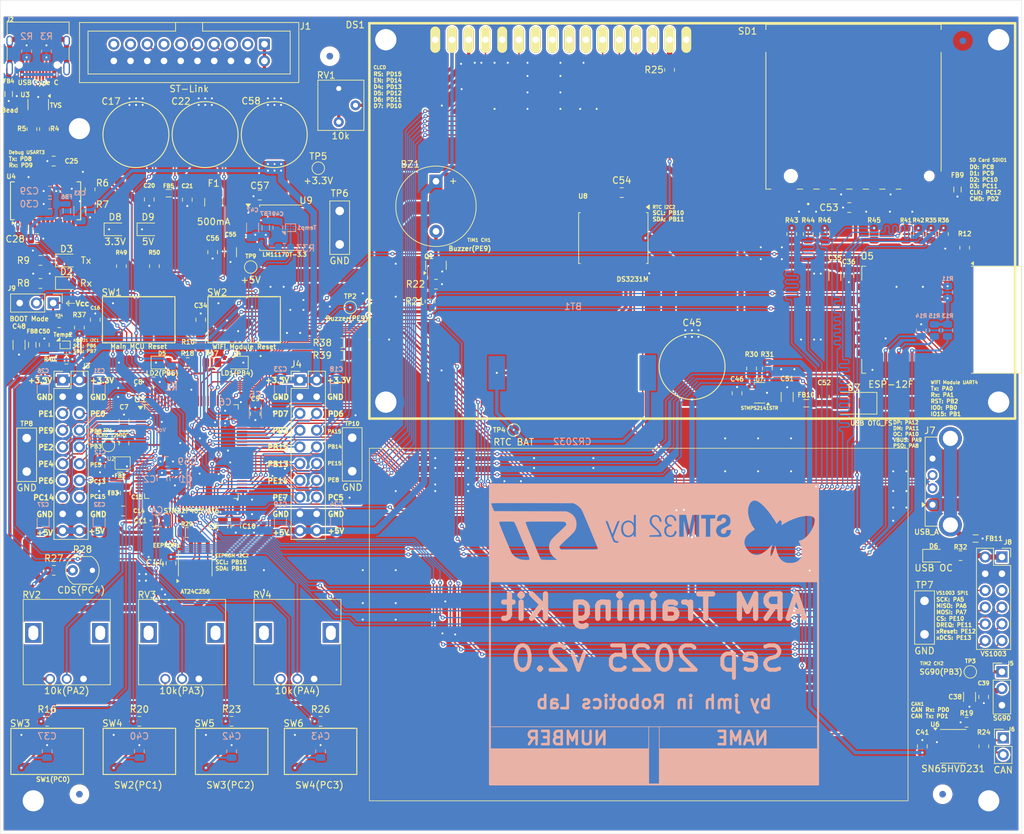
<source format=kicad_pcb>
(kicad_pcb (version 20241229) (generator "pcbnew") (generator_version "9.0")
  (title_block (title "ARM Seminar Board") (date "2025-09-17") (rev "2.0") (company "Robotics"))
  (layers (0 "F.Cu" signal) (2 "B.Cu" signal) (13 "F.Paste" user) (15 "B.Paste" user) (5 "F.SilkS" user "F.Silkscreen") (7 "B.SilkS" user "B.Silkscreen") (1 "F.Mask" user) (3 "B.Mask" user) (25 "Edge.Cuts" user))
  (net 0 "")
  (net 1 "GND")
  (net 2 "Net-(BT1-+)")
  (net 3 "Net-(BZ1--)")
  (net 4 "+5V")
  (net 5 "+3.3V")
  (net 6 "Net-(U1-VCAP_1)")
  (net 7 "Net-(U1-VCAP_2)")
  (net 8 "+3.3VA")
  (net 9 "ST-Link_Reset")
  (net 10 "Net-(C17-Pad1)")
  (net 11 "Net-(C21-Pad1)")
  (net 12 "Net-(U4-3V3OUT)")
  (net 13 "Net-(U4-VCC)")
  (net 14 "ESP8266_Reset")
  (net 15 "PC0")
  (net 16 "PC1")
  (net 17 "PC2")
  (net 18 "PC3")
  (net 19 "Net-(Temp1-VDD)")
  (net 20 "Net-(Temp2-VDD)")
  (net 21 "Net-(U7-OUT)")
  (net 22 "VBUS_FS")
  (net 23 "Net-(D2-K)")
  (net 24 "Net-(D3-K)")
  (net 25 "Net-(D4-A)")
  (net 26 "Net-(D5-A)")
  (net 27 "OTG_FS_OC")
  (net 28 "Net-(D6-A)")
  (net 29 "Net-(D7-K)")
  (net 30 "Net-(D8-A)")
  (net 31 "Net-(D9-A)")
  (net 32 "PD12")
  (net 33 "PD11")
  (net 36 "PD13")
  (net 38 "Net-(DS1-LED(+))")
  (net 39 "VO")
  (net 40 "PD10")
  (net 41 "PD14")
  (net 42 "PD15")
  (net 44 "Net-(J9-Pin_2)")
  (net 45 "PB12")
  (net 47 "Net-(U1-VSSA)")
  (net 48 "Net-(R4-Pad1)")
  (net 49 "Net-(J2-SHIELD)")
  (net 50 "SHIELD_GND")
  (net 51 "Net-(J7-Shield)")
  (net 54 "ST-Link_SWDIO")
  (net 57 "ST-Link_SWCLK")
  (net 60 "d+")
  (net 61 "Net-(J2-CC2)")
  (net 62 "Net-(J2-CC1)")
  (net 63 "d-")
  (net 64 "PINOUT_PE1")
  (net 65 "PINOUT_PC14")
  (net 66 "PINOUT_PB9")
  (net 67 "PINOUT_PC13")
  (net 68 "PINOUT_PE0")
  (net 69 "PINOUT_PC15")
  (net 70 "PINOUT_PE6")
  (net 71 "PINOUT_PE4")
  (net 72 "PINOUT_PE2")
  (net 73 "PINOUT_PE5")
  (net 74 "PINOUT_PB8")
  (net 75 "PINOUT_PE3")
  (net 76 "PINOUT_PD7")
  (net 77 "PINOUT_PC5")
  (net 78 "PINOUT_PA15")
  (net 79 "PINOUT_PD6")
  (net 80 "PINOUT_PE7")
  (net 81 "PINOUT_PB14")
  (net 82 "PINOUT_PB13")
  (net 83 "PINOUT_PB15")
  (net 84 "PINOUT_PE15")
  (net 85 "PINOUT_PE14")
  (net 86 "PINOUT_PE8")
  (net 87 "PINOUT_PD3")
  (net 88 "PB3")
  (net 89 "/Peripheral/CAN_L")
  (net 90 "/Peripheral/CAN_H")
  (net 91 "/Peripheral/OTG_D+")
  (net 92 "/Peripheral/OTG_D-")
  (net 93 "PE10")
  (net 94 "DREQ")
  (net 95 "SPI1_MOSI")
  (net 97 "xDCS")
  (net 98 "xRESET")
  (net 99 "SPI1_SCK")
  (net 100 "SPI1_MISO")
  (net 101 "BOOT0")
  (net 102 "Net-(R5-Pad1)")
  (net 103 "Net-(Q1-G)")
  (net 104 "Net-(U4-~{RESET})")
  (net 105 "Net-(U4-CBUS0)")
  (net 106 "Net-(U4-CBUS1)")
  (net 107 "PB2")
  (net 108 "Net-(U5-EN)")
  (net 109 "PB0")
  (net 110 "PB1")
  (net 111 "Net-(U5-GPIO2)")
  (net 112 "PB4")
  (net 113 "PB5")
  (net 114 "Net-(U6-Rs)")
  (net 115 "PE9")
  (net 116 "ADC2_IN14")
  (net 117 "OTG_FS_PSO")
  (net 118 "PD4")
  (net 119 "PD5")
  (net 120 "SDIO_INT")
  (net 121 "SDIO_WP")
  (net 122 "I2C1_SCL")
  (net 123 "USB_OTG_D+")
  (net 124 "USB_OTG_D-")
  (net 125 "I2C1_SDA")
  (net 126 "SDIO_D0")
  (net 127 "SDIO_D1")
  (net 128 "SDIO_D2")
  (net 129 "SDIO_D3")
  (net 130 "SDIO_CLK")
  (net 131 "SDIO_CMD")
  (net 132 "ADC1_IN2")
  (net 133 "ADC1_IN3")
  (net 134 "ADC1_IN4")
  (net 147 "MainMCU_12MHz")
  (net 148 "CAN_Rx")
  (net 149 "UART4_Tx")
  (net 150 "Main_Tx")
  (net 151 "UART4_Rx")
  (net 152 "Main_Rx")
  (net 154 "CAN_Tx")
  (net 155 "D-")
  (net 156 "D+")
  (footprint "Resistor_SMD:R_0805_2012Metric" (layer "F.Cu") (at 212.6375 133.09)
    (property "Reference" "R19")
    (property "Value" "10k")
  )
  (footprint "LED_SMD:LED_0805_2012Metric" (layer "F.Cu") (at 83.4375 58.28)
    (property "Reference" "D8")
    (property "Value" "3.3V")
  )
  (footprint "Fiducial:Fiducial_1mm_Mask3mm" (layer "F.Cu") (at 209 144)
    (property "Reference" "REF**" (hide yes))
    (property "Value" "Fiducial_1mm_Mask3mm")
  )
  (footprint "LED_SMD:LED_0805_2012Metric" (layer "F.Cu") (at 76.0625 63)
    (property "Reference" "D3")
    (property "Value" "Tx")
  )
  (footprint "TestPoint:TestPoint_Pad_D1.5mm" (layer "F.Cu") (at 104 64)
    (property "Reference" "TP9")
    (property "Value" "+5V")
  )
  (footprint "LED_SMD:LED_0805_2012Metric" (layer "F.Cu") (at 101.9375 78.5 180)
    (property "Reference" "D4")
    (property "Value" "LD1(PB4)")
  )
  (footprint "TestPoint:TestPoint_2Pads_Pitch5.08mm_Drill1.3mm" (layer "F.Cu") (at 117.5 60.57 90)
    (property "Reference" "TP6")
    (property "Value" "GND")
  )
  (footprint "Package_TO_SOT_SMD:SOT-23-5" (layer "F.Cu") (at 181.2125 83.08 180)
    (property "Reference" "U7")
    (property "Value" "STMPS2141STR")
  )
  (footprint "Resistor_SMD:R_0805_2012Metric" (layer "F.Cu") (at 114.6 132.94 180)
    (property "Reference" "R26")
    (property "Value" "10k")
  )
  (footprint "Resistor_SMD:R_0805_2012Metric" (layer "F.Cu") (at 101.1 132.94 180)
    (property "Reference" "R23")
    (property "Value" "10k")
  )
  (footprint "Resistor_SMD:R_0805_2012Metric" (layer "F.Cu") (at 87.1 132.94 180)
    (property "Reference" "R20")
    (property "Value" "10k")
  )
  (footprint "PCB:MVG25WV470M" (layer "F.Cu") (at 171.4 79.2 90)
    (property "Reference" "C45")
    (property "Value" "470uF")
  )
  (footprint "PCB:SW_SMD_IT-1107" (layer "F.Cu") (at 104.1 69.5)
    (property "Reference" "SW2")
    (property "Value" "WiFi Module Reset")
  )
  (footprint "Capacitor_SMD:C_0805_2012Metric" (layer "F.Cu") (at 104.7 86.27 90)
    (property "Reference" "C9")
    (property "Value" "0.1uF")
  )
  (footprint "TestPoint:TestPoint_Pad_D1.5mm" (layer "F.Cu") (at 119.1 70.13)
    (property "Reference" "TP2")
    (property "Value" "Buzzer(PE9)")
  )
  (footprint "Resistor_SMD:R_0805_2012Metric" (layer "F.Cu") (at 79.62 55.5625 -90)
    (property "Reference" "R7")
    (property "Value" "10k")
  )
  (footprint "Capacitor_SMD:C_0805_2012Metric" (layer "F.Cu") (at 99.77 103.35 -90)
    (property "Reference" "C3")
    (property "Value" "2.2uF")
  )
  (footprint "PCB:MVG25WV470M" (layer "F.Cu") (at 108 44 90)
    (property "Reference" "C58")
    (property "Value" "470uF")
  )
  (footprint "PCB:RV09H20SQ-B10K" (layer "F.Cu") (at 71 122.055)
    (property "Reference" "RV2")
    (property "Value" "10k(PA2)")
  )
  (footprint "PCB:MVG25WV470M" (layer "F.Cu") (at 97.5 44 90)
    (property "Reference" "C22")
    (property "Value" "470uF")
  )
  (footprint "Fiducial:Fiducial_1mm_Mask3mm" (layer "F.Cu") (at 116 32)
    (property "Reference" "REF**" (hide yes))
    (property "Value" "Fiducial_1mm_Mask3mm")
  )
  (footprint "PCB:RV09H20SQ-B10K" (layer "F.Cu") (at 88.5 122.055)
    (property "Reference" "RV3")
    (property "Value" "10k(PA3)")
  )
  (footprint "" (layer "F.Cu") (at 217.5 29.5)
    (property "Reference" "")
    (property "Value" "")
  )
  (footprint "Capacitor_SMD:C_1206_3216Metric" (layer "F.Cu") (at 185.41 83.72 -90)
    (property "Reference" "C51")
    (property "Value" "10uF")
  )
  (footprint "Package_TO_SOT_SMD:SOT-23" (layer "F.Cu") (at 132.11 63.7375 90)
    (property "Reference" "Q1")
    (property "Value" "BSS138")
  )
  (footprint "Inductor_SMD:L_1210_3225Metric" (layer "F.Cu") (at 98.375 54.18 -90)
    (property "Reference" "F1")
    (property "Value" "500mA")
  )
  (footprint "Resistor_SMD:R_0805_2012Metric" (layer "F.Cu") (at 117.9 75.5)
    (property "Reference" "R38")
    (property "Value" "22")
  )
  (footprint "Resistor_SMD:R_0805_2012Metric" (layer "F.Cu") (at 74.9175 72.46)
    (property "Reference" "R34")
    (property "Value" "10k")
  )
  (footprint "Fiducial:Fiducial_1mm_Mask3mm" (layer "F.Cu") (at 212.07 29.67)
    (property "Reference" "REF**" (hide yes))
    (property "Value" "Fiducial_1mm_Mask3mm")
  )
  (footprint "Resistor_SMD:R_0805_2012Metric" (layer "F.Cu") (at 78 73.18 -90)
    (property "Reference" "R37")
    (property "Value" "4.7k")
  )
  (footprint "PCB:SW_SMD_IT-1107" (layer "F.Cu") (at 115.7 135)
    (property "Reference" "SW6")
    (property "Value" "SW4(PC3)")
  )
  (footprint "Resistor_SMD:R_0805_2012Metric" (layer "F.Cu") (at 132.11 66.6)
    (property "Reference" "R22")
    (property "Value" "1k")
  )
  (footprint "Resistor_SMD:R_0805_2012Metric" (layer "F.Cu") (at 98.0875 78.5)
    (property "Reference" "R17")
    (property "Value" "1k")
  )
  (footprint "Capacitor_SMD:C_0805_2012Metric" (layer "F.Cu") (at 98.22 61.755 90)
    (property "Reference" "C56")
    (property "Value" "0.1uF")
  )
  (footprint "Capacitor_SMD:C_0805_2012Metric" (layer "F.Cu") (at 194.84 54.97 180)
    (property "Reference" "C53")
    (property "Value" "0.1uF")
  )
  (footprint "Resistor_SMD:R_0805_2012Metric" (layer "F.Cu") (at 72.7 43.0625 -90)
    (property "Reference" "R4")
    (property "Value" "22")
  )
  (footprint "Package_SO:SOIC-8_3.9x4.9mm_P1.27mm" (layer "F.Cu") (at 95.575 108.94 90)
    (property "Reference" "EEPROM1")
    (property "Value" "AT24C256")
  )
  (footprint "OptoDevice:R_LDR_5.0x4.1mm_P3mm_Vertical" (layer "F.Cu") (at 76.97 110.03)
    (property "Reference" "R28")
    (property "Value" "CDS(PC4)")
  )
  (footprint "Resistor_SMD:R_0805_2012Metric" (layer "F.Cu") (at 117.9 77.4 180)
    (property "Reference" "R39")
    (property "Value" "22")
  )
  (footprint "TestPoint:TestPoint_2Pads_Pitch5.08mm_Drill1.3mm" (layer "F.Cu") (at 206.25 119.74 90)
    (property "Reference" "TP7")
    (property "Value" "GND")
  )
  (footprint "Capacitor_SMD:C_0805_2012Metric" (layer "F.Cu") (at 91.9 108.94 -90)
    (property "Reference" "C44")
    (property "Value" "0.1uF")
  )
  (footprint "Capacitor_SMD:C_1206_3216Metric" (layer "F.Cu") (at 68.84 75.81 90)
    (property "Reference" "C48")
    (property "Value" "10uF")
  )
  (footprint "Resistor_SMD:R_0805_2012Metric" (layer "F.Cu") (at 188.6 59 -90)
    (property "Reference" "R44")
    (property "Value" "10k")
  )
  (footprint "Resistor_SMD:R_0805_2012Metric" (layer "F.Cu") (at 79.62 52.2075 -90)
    (property "Reference" "R6")
    (property "Value" "4.7k")
  )
  (footprint "PCB:SW_SMD_IT-1107" (layer "F.Cu") (at 88.2 135)
    (property "Reference" "SW4")
    (property "Value" "SW2(PC1)")
  )
  (footprint "" (layer "F.Cu") (at 217.5 84.5)
    (property "Reference" "")
    (property "Value" "")
  )
  (footprint "PCB:LCD-20x4" (layer "F.Cu") (at 171.00022 57.00058)
    (property "Reference" "DS1")
    (property "Value" "CLCD 2004")
  )
  (footprint "TestPoint:TestPoint_Pad_D1.5mm" (layer "F.Cu") (at 114.25 49)
    (property "Reference" "TP5")
    (property "Value" "+3.3V")
  )
  (footprint "Connector_IDC:IDC-Header_2x10_P2.54mm_Vertical" (layer "F.Cu") (at 106.08 30.18 -90)
    (property "Reference" "J1")
    (property "Value" "ST-Link")
  )
  (footprint "Resistor_SMD:R_0805_2012Metric" (layer "F.Cu") (at 72.0875 66.49)
    (property "Reference" "R8")
    (property "Value" "1k")
  )
  (footprint "Capacitor_SMD:C_1206_3216Metric" (layer "F.Cu") (at 213.09 129.23 -90)
    (property "Reference" "C38")
    (property "Value" "10uF")
  )
  (footprint "Capacitor_SMD:C_0805_2012Metric" (layer "F.Cu") (at 194.77 65.34 90)
    (property "Reference" "C36")
    (property "Value" "0.1uF")
  )
  (footprint "Capacitor_SMD:C_0805_2012Metric" (layer "F.Cu") (at 101.73 103.35 90)
    (property "Reference" "C10")
    (property "Value" "0.1uF")
  )
  (footprint "Connector_PinHeader_2.54mm:PinHeader_1x02_P2.54mm_Vertical" (layer "F.Cu") (at 218.19 135.46)
    (property "Reference" "J6")
    (property "Value" "CAN")
  )
  (footprint "Inductor_SMD:L_0805_2012Metric" (layer "F.Cu") (at 211.25414 52.2425 -90)
    (property "Reference" "FB9")
    (property "Value" "Bead")
  )
  (footprint "Package_SO:SOIC-8_3.9x4.9mm_P1.27mm" (layer "F.Cu") (at 210.6 136.735)
    (property "Reference" "U6")
    (property "Value" "SN65HVD231")
  )
  (footprint "Resistor_SMD:R_0805_2012Metric" (layer "F.Cu") (at 186.1 59 -90)
    (property "Reference" "R43")
    (property "Value" "10k")
  )
  (footprint "Fiducial:Fiducial_1mm_Mask3mm" (layer "F.Cu") (at 78 144)
    (property "Reference" "REF**" (hide yes))
    (property "Value" "Fiducial_1mm_Mask3mm")
  )
  (footprint "Capacitor_SMD:C_0805_2012Metric" (layer "F.Cu") (at 89.75 102.48)
    (property "Reference" "C11")
    (property "Value" "0.1uF")
  )
  (footprint "PCB:SW_SMD_IT-1107" (layer "F.Cu") (at 88.1 69.5)
    (property "Reference" "SW1")
    (property "Value" "Main MCU Reset")
  )
  (footprint "Capacitor_SMD:C_0805_2012Metric" (layer "F.Cu") (at 84.77 87.34 -90)
    (property "Reference" "C7")
    (property "Value" "0.1uF")
  )
  (footprint "" (layer "F.Cu") (at 124.50044 29.5)
    (property "Reference" "")
    (property "Value" "")
  )
  (footprint "Connector_PinHeader_2.54mm:PinHeader_2x10_P2.54mm_Vertical" (layer "F.Cu") (at 111.46 81.14)
    (property "Reference" "J4")
    (property "Value" "PIN OUT B")
  )
  (footprint "RF_Module:ESP-12E" (layer "F.Cu") (at 208.85 72 -90)
    (property "Reference" "U5")
    (property "Value" "ESP-12F")
  )
  (footprint "PCB:SW_SMD_IT-1107" (layer "F.Cu") (at 74.2 135)
    (property "Reference" "SW3")
    (property "Value" "SW1(PC0)")
  )
  (footprint "" (layer "F.Cu") (at 71 145)
    (property "Reference" "")
    (property "Value" "")
  )
  (footprint "Fiducial:Fiducial_1mm_Mask3mm" (layer "F.Cu") (at 116 32)
    (property "Reference" "REF**" (hide yes))
    (property "Value" "Fiducial_1mm_Mask3mm" (hide yes))
  )
  (footprint "Connector_PinSocket_2.54mm:PinSocket_2x06_P2.54mm_Vertical" (layer "F.Cu") (at 218 108)
    (property "Reference" "J8")
    (property "Value" "VS1003")
  )
  (footprint "Resistor_SMD:R_0805_2012Metric" (layer "F.Cu") (at 182.4 79.4 -90)
    (property "Reference" "R31")
    (property "Value" "47k")
  )
  (footprint "Package_TO_SOT_SMD:TO-252-3_TabPin2" (layer "F.Cu") (at 108.665 58.03)
    (property "Reference" "U9")
    (property "Value" "LM1117DT-3.3")
  )
  (footprint "Resistor_SMD:R_0805_2012Metric" (layer "F.Cu") (at 205.325 59 -90)
    (property "Reference" "R42")
    (property "Value" "10k")
  )
  (footprint "LED_SMD:LED_0805_2012Metric" (layer "F.Cu") (at 207.6625 107.8)
    (property "Reference" "D6")
    (property "Value" "USB OC")
  )
  (footprint "Resistor_SMD:R_0805_2012Metric" (layer "F.Cu") (at 207.22 59 -90)
    (property "Reference" "R35")
    (property "Value" "10k")
  )
  (footprint "PCB:RV09H20SQ-B10K" (layer "F.Cu") (at 106 122.055)
    (property "Reference" "RV4")
    (property "Value" "10k(PA4)")
  )
  (footprint "TestPoint:TestPoint_Pad_D1.5mm" (layer "F.Cu") (at 213.2 125.43)
    (property "Reference" "TP3")
    (property "Value" "SG90(PB3)")
  )
  (footprint "Package_TO_SOT_SMD:SOT-23-6" (layer "F.Cu") (at 71.75 39.3375 -90)
    (property "Reference" "U3")
    (property "Value" "TVS")
  )
  (footprint "Resistor_SMD:R_0805_2012Metric" (layer "F.Cu") (at 89.38 63.8675 -90)
    (property "Reference" "R50")
    (property "Value" "10k")
  )
  (footprint "Capacitor_SMD:C_0805_2012Metric" (layer "F.Cu") (at 89.25 81.44 180)
    (property "Reference" "C8")
    (property "Value" "0.1uF")
  )
  (footprint "Resistor_SMD:R_0805_2012Metric" (layer "F.Cu") (at 70.8 43.0625 -90)
    (property "Reference" "R5")
    (property "Value" "22")
  )
  (footprint "PCB:SW_SMD_IT-1107" (layer "F.Cu") (at 102.2 135)
    (property "Reference" "SW5")
    (property "Value" "SW3(PC2)")
  )
  (footprint "Resistor_SMD:R_0805_2012Metric" (layer "F.Cu") (at 94.4125 78.5 180)
    (property "Reference" "R18")
    (property "Value" "1k")
  )
  (footprint "Capacitor_SMD:C_0805_2012Metric" (layer "F.Cu") (at 84.94 98.29 90)
    (property "Reference" "C15")
    (property "Value" "0.01uF")
  )
  (footprint "Inductor_SMD:L_0805_2012Metric" (layer "F.Cu") (at 91.5375 52.8)
    (property "Reference" "FB5")
    (property "Value" "Bead")
  )
  (footprint "Resistor_SMD:R_0805_2012Metric" (layer "F.Cu") (at 180 79.4 -90)
    (property "Reference" "R30")
    (property "Value" "10k")
  )
  (footprint "LED_SMD:LED_0805_2012Metric" (layer "F.Cu") (at 90.5625 78.5)
    (property "Reference" "D5")
    (property "Value" "LD2(PB5)")
  )
  (footprint "LED_SMD:LED_0805_2012Metric" (layer "F.Cu") (at 88.4375 58.28)
    (property "Reference" "D9")
    (property "Value" "5V")
  )
  (footprint "PCB:MVG25WV470M" (layer "F.Cu") (at 87 44 90)
    (property "Reference" "C17")
    (property "Value" "470uF")
  )
  (footprint "Fiducial:Fiducial_1mm_Mask3mm" (layer "F.Cu") (at 209 144)
    (property "Reference" "REF**" (hide yes))
    (property "Value" "Fiducial_1mm_Mask3mm" (hide yes))
  )
  (footprint "" (layer "F.Cu") (at 216 145)
    (property "Reference" "")
    (property "Value" "")
  )
  (footprint "Package_CSP:WLCSP-6_1.4x1.0mm_P0.4mm" (layer "F.Cu") (at 75.83 75.81)
    (property "Reference" "Temp2")
    (property "Value" "AS6221")
  )
  (footprint "Package_QFP:LQFP-100_14x14mm_P0.5mm" (layer "F.Cu") (at 95 92)
    (property "Reference" "U1")
    (property "Value" "STM32F405VGT6")
  )
  (footprint "Capacitor_SMD:C_1206_3216Metric" (layer "F.Cu") (at 192.64 65.34 90)
    (property "Reference" "C35")
    (property "Value" "10uF")
  )
  (footprint "Resistor_SMD:R_0805_2012Metric" (layer "F.Cu") (at 96.41 75.3725 90)
    (property "Reference" "R10")
    (property "Value" "10k")
  )
  (footprint "Inductor_SMD:L_0805_2012Metric" (layer "F.Cu") (at 214 105.2 180)
    (property "Reference" "FB11")
    (property "Value" "Bead")
  )
  (footprint "Resistor_SMD:R_0805_2012Metric" (layer "F.Cu") (at 72.0875 63)
    (property "Reference" "R9")
    (property "Value" "1k")
  )
  (footprint "MountingHole:MountingHole_3.2mm_M3_DIN965_Pad" (layer "F.Cu") (at 78 43)
    (property "Reference" "REF**" (hide yes))
    (property "Value" "MountingHole_3.2mm_M3_DIN965_Pad" (hide yes))
  )
  (footprint "Resistor_SMD:R_0805_2012Metric" (layer "F.Cu") (at 211.7125 107.8 180)
    (property "Reference" "R32")
    (property "Value" "620")
  )
  (footprint "Connector_PinHeader_2.54mm:PinHeader_1x03_P2.54mm_Vertical" (layer "F.Cu") (at 218 125.42)
    (property "Reference" "J5")
    (property "Value" "SG90")
  )
  (footprint "Connector_PinHeader_2.54mm:PinHeader_1x03_P2.54mm_Vertical" (layer "F.Cu") (at 74.02 69.46 -90)
    (property "Reference" "J9")
    (property "Value" "BOOT Mode")
  )
  (footprint "Package_SO:SSOP-28_5.3x10.2mm_P0.65mm" (layer "F.Cu") (at 72.87 53.95 90)
    (property "Reference" "U4")
    (property "Value" "FT232RL")
  )
  (footprint "Capacitor_SMD:C_0805_2012Metric" (layer "F.Cu") (at 84.77 90.74 -90)
    (property "Reference" "C13")
    (property "Value" "0.1uF")
  )
  (footprint "PCB:ECS-TXO-2016" (layer "F.Cu") (at 84.585 93.75)
    (property "Reference" "U2")
    (property "Value" "12MHz")
  )
  (footprint "Resistor_SMD:R_0805_2012Metric" (layer "F.Cu") (at 215.25 136.735 -90)
    (property "Reference" "R24")
    (property "Value" "120")
  )
  (footprint "Diode_SMD:D_SMA" (layer "F.Cu") (at 195.51 84.67 180)
    (property "Reference" "D7")
    (property "Value" "M1")
  )
  (footprint "Capacitor_SMD:C_0805_2012Metric" (layer "F.Cu") (at 215.22 129.23 -90)
    (property "Reference" "C39")
    (property "Value" "0.1uF")
  )
  (footprint "Connector_PinHeader_2.54mm:PinHeader_2x10_P2.54mm_Vertical" (layer "F.Cu") (at 75.46 81.14)
    (property "Reference" "J3")
    (property "Value" "PIN OUT A")
  )
  (footprint "Resistor_SMD:R_0805_2012Metric" (layer "F.Cu") (at 131.2 69.2225 90)
    (property "Reference" "R21")
    (property "Value" "220")
  )
  (footprint "Capacitor_SMD:C_0805_2012Metric" (layer "F.Cu") (at 71.57 59.68)
    (property "Reference" "C28")
    (property "Value" "0.1uF")
  )
  (footprint "Resistor_SMD:R_0805_2012Metric" (layer "F.Cu") (at 94.31 104.29)
    (property "Reference" "R29")
    (property "Value" "4.7k")
  )
  (footprint "TestPoint:TestPoint_2Pads_Pitch5.08mm_Drill1.3mm" (layer "F.Cu") (at 70 95.04 90)
    (property "Reference" "TP8")
    (property "Value" "GND")
  )
  (footprint "Capacitor_SMD:C_0805_2012Metric" (layer "F.Cu") (at 105.375 53.08)
    (property "Reference" "C57")
    (property "Value" "0.1uF")
  )
  (footprint "TestPoint:TestPoint_Pad_D1.5mm" (layer "F.Cu") (at 143.92 88.74 180)
    (property "Reference" "TP4")
    (property "Value" "RTC BAT")
  )
  (footprint "Capacitor_SMD:C_0805_2012Metric" (layer "F.Cu") (at 80.41 72 90)
    (property "Reference" "C16")
    (property "Value" "0.1uF")
  )
  (footprint "Resistor_SMD:R_0805_2012Metric" (layer "F.Cu") (at 191.1 59 -90)
    (property "Reference" "R46")
    (property "Value" "10k")
  )
  (footprint "Capacitor_SMD:C_0805_2012Metric" (layer "F.Cu") (at 84.64 101.02 180)
    (property "Reference" "C14")
    (property "Value" "1uF")
  )
  (footprint "Resistor_SMD:R_0805_2012Metric" (layer "F.Cu") (at 167.56 34.07 -90)
    (property "Reference" "R25")
    (property "Value" "330")
  )
  (footprint "Inductor_SMD:L_0805_2012Metric" (layer "F.Cu") (at 84.1675 95.69 180)
    (property "Reference" "FB2")
    (property "Value" "Bead")
  )
  (footprint "" (layer "F.Cu") (at 124.50044 84.50116)
    (property "Reference" "")
    (property "Value" "")
  )
  (footprint "Capacitor_SMD:C_0805_2012Metric" (layer "F.Cu") (at 94.375 53.78 -90)
    (property "Reference" "C21")
    (property "Value" "0.1uF")
  )
  (footprint "Capacitor_SMD:C_0805_2012Metric" (layer "F.Cu") (at 72.68 75.81 90)
    (property "Reference" "C50")
    (property "Value" "0.1uF")
  )
  (footprint "Capacitor_SMD:C_1206_3216Metric" (layer "F.Cu") (at 100.925 61.755 90)
    (property "Reference" "C55")
    (property "Value" "10uF")
  )
  (footprint "TestPoint:TestPoint_2Pads_Pitch5.08mm_Drill1.3mm" (layer "F.Cu") (at 119.4 94.9836 90)
    (property "Reference" "TP10")
    (property "Value" "GND")
  )
  (footprint "TestPoint:TestPoint_Pad_D1.5mm" (layer "F.Cu") (at 82.41 91.07)
    (property "Reference" "TP1")
    (property "Value" "TCXO 12MHz")
  )
  (footprint "Resistor_SMD:R_0805_2012Metric" (layer "F.Cu") (at 73.1 132.94 180)
    (property "Reference" "R16")
    (property "Value" "10k")
  )
  (footprint "Capacitor_SMD:C_0805_2012Metric" (layer "F.Cu") (at 88.6 53.75 -90)
    (property "Reference" "C20")
    (property "Value" "0.1uF")
  )
  (footprint "Capacitor_SMD:C_0805_2012Metric" (layer "F.Cu") (at 160.3 52.7)
    (property "Reference" "C54")
    (property "Value" "0.1uF")
  )
  (footprint "Capacitor_SMD:C_0805_2012Metric" (layer "F.Cu") (at 191.03 83.72 90)
    (property "Reference" "C52")
    (property "Value" "0.1uF")
  )
  (footprint "Buzzer_Beeper:Buzzer_12x9.5RM7.6" (layer "F.Cu") (at 132.11 50.98 -90)
    (property "Reference" "BZ1")
    (property "Value" "Buzzer(PE9)")
  )
  (footprint "Fiducial:Fiducial_1mm_Mask3mm" (layer "F.Cu") (at 78 144)
    (property "Reference" "REF**" (hide yes))
    (property "Value" "Fiducial_1mm_Mask3mm" (hide yes))
  )
  (footprint "Package_SO:SOIC-16W_7.5x10.3mm_P1.27mm" (layer "F.Cu") (at 159.025 59.61 -90)
    (property "Reference" "U8")
    (property "Value" "DS3231M")
  )
  (footprint "Resistor_SMD:R_0805_2012Metric" (layer "F.Cu") (at 76.03 77.99)
    (property "Reference" "R40")
    (property "Value" "4.7k")
  )
  (footprint "Resistor_SMD:R_0805_2012Metric" (layer "F.Cu") (at 209.12 59 -90)
    (property "Reference" "R36")
    (property "Value" "10k")
  )
  (footprint "Resistor_SMD:R_0805_2012Metric" (layer "F.Cu") (at 84.375 63.8675 -90)
    (property "Reference" "R49")
    (property "Value" "1k")
  )
  (footprint "Inductor_SMD:L_0805_2012Metric" (layer "F.Cu") (at 83.11 98.29 90)
    (property "Reference" "FB3")
    (property "Value" "Bead")
  )
  (footprint "Inductor_SMD:L_0805_2012Metric" (layer "F.Cu") (at 188.3075 84.67)
    (property "Reference" "FB10")
    (property "Value" "Bead")
  )
  (footprint "Resistor_SMD:R_0805_2012Metric" (layer "F.Cu") (at 198.6 59 -90)
    (property "Reference" "R45")
    (property "Value" "10k")
  )
  (footprint "Fiducial:Fiducial_1mm_Mask3mm" (layer "F.Cu") (at 212.72 33.99)
    (property "Reference" "REF**" (hide yes))
    (property "Value" "Fiducial_1mm_Mask3mm" (hide yes))
  )
  (footprint "Capacitor_SMD:C_0805_2012Metric" (layer "F.Cu") (at 205.92 136.735 90)
    (property "Reference" "C41")
    (property "Value" "0.1uF")
  )
  (footprint "Connector_USB:USB_A_Connfly_DS1095" (layer "F.Cu") (at 207.4675 100.07 90)
    (property "Reference" "J7")
    (property "Value" "USB_A")
  )
  (footprint "Inductor_SMD:L_0805_2012Metric" (layer "F.Cu") (at 70.85 75.81 -90)
    (property "Reference" "FB8")
    (property "Value" "Bead")
  )
  (footprint "Connector_USB:USB_C_Receptacle_HRO_TYPE-C-31-M-12" (layer "F.Cu") (at 71.74 30.73 180)
    (property "Reference" "J2")
    (property "Value" "USB Type C")
  )
  (footprint "Inductor_SMD:L_0805_2012Metric" (layer "F.Cu") (at 67.27 37.7425 -90)
    (property "Reference" "FB4")
    (property "Value" "Bead")
  )
  (footprint "Capacitor_SMD:C_0805_2012Metric" (layer "F.Cu") (at 96.41 72 90)
    (property "Reference" "C34")
    (property "Value" "0.1uF")
  )
  (footprint "PCB:AMPHENOL_GSD090012SEU" (layer "F.Cu") (at 195.47414 39.68 180)
    (property "Reference" "SD1")
    (property "Value" "SD Card")
  )
  (footprint "Resistor_SMD:R_0805_2012Metric" (layer "F.Cu") (at 74.111 110.031)
    (property "Reference" "R27")
    (property "Value" "10k")
  )
  (footprint "Capacitor_SMD:C_0805_2012Metric" (layer "F.Cu") (at 74.09 47.92 180)
    (property "Reference" "C25")
    (property "Value" "0.1uF")
  )
  (footprint "Resistor_SMD:R_0805_2012Metric" (layer "F.Cu") (at 212.35 61.0775 -90)
    (property "Reference" "R12")
    (property "Value" "10k")
  )
  (footprint "LED_SMD:LED_0805_2012Metric" (layer "F.Cu") (at 76.0625 66.44)
    (property "Reference" "D2")
    (property "Value" "Rx")
  )
  (footprint "PCB:3362P-103LF" (layer "F.Cu") (at 119.8975 39.45 -90)
    (property "Reference" "RV1")
    (property "Value" "10k")
  )
  (footprint "Resistor_SMD:R_0805_2012Metric" (layer "F.Cu") (at 203.41914 59 -90)
    (property "Reference" "R41")
    (property "Value" "10k")
  )
  (footprint "Capacitor_SMD:C_0805_2012Metric" (layer "F.Cu") (at 177.8 83.15 90)
    (property "Reference" "C46")
    (property "Value" "0.1uF")
  )
  (footprint "Capacitor_SMD:C_0805_2012Metric" (layer "B.Cu") (at 90.53 96.19 90)
    (property "Reference" "C2")
    (property "Value" "0.01uF")
  )
  (footprint "Capacitor_SMD:C_1206_3216Metric" (layer "B.Cu") (at 108.5 102.8 90)
    (property "Reference" "C19")
    (property "Value" "10uF")
  )
  (footprint "Resistor_SMD:R_0805_2012Metric" (layer "B.Cu") (at 91.95 79.9525 -90)
    (property "Reference" "R1")
    (property "Value" "10k")
  )
  (footprint "Capacitor_SMD:C_1206_3216Metric" (layer "B.Cu") (at 72.5 82.5 90)
    (property "Reference" "C26")
    (property "Value" "10uF")
  )
  (footprint "Resistor_SMD:R_0805_2012Metric" (layer "B.Cu") (at 72.995 31.2675 90)
    (property "Reference" "R3")
    (property "Value" "5.1k")
  )
  (footprint "Capacitor_SMD:C_0805_2012Metric" (layer "B.Cu") (at 73.1 137.5 90)
    (property "Reference" "C37")
    (property "Value" "0.1uF")
  )
  (footprint "Capacitor_SMD:C_0805_2012Metric" (layer "B.Cu") (at 100.12 86.76 90)
    (property "Reference" "C6")
    (property "Value" "2.2uF")
  )
  (footprint "Capacitor_SMD:C_1206_3216Metric" (layer "B.Cu") (at 117 82.4 90)
    (property "Reference" "C18")
    (property "Value" "10uF")
  )
  (footprint "Inductor_SMD:L_0805_2012Metric" (layer "B.Cu") (at 76.08 55.49 -90)
    (property "Reference" "FB6")
    (property "Value" "Bead")
  )
  (footprint "Capacitor_SMD:C_0805_2012Metric" (layer "B.Cu") (at 108.11 58.03 -90)
    (property "Reference" "C49")
    (property "Value" "0.1uF")
  )
  (footprint "Package_CSP:WLCSP-6_1.4x1.0mm_P0.4mm" (layer "B.Cu") (at 110.04 58.03)
    (property "Reference" "Temp1")
    (property "Value" "AS6221")
  )
  (footprint "Capacitor_SMD:C_0805_2012Metric" (layer "B.Cu") (at 81.13 94.2 -90)
    (property "Reference" "C12")
    (property "Value" "0.1uF")
  )
  (footprint "Capacitor_SMD:C_1206_3216Metric" (layer "B.Cu") (at 81 82.5 90)
    (property "Reference" "C31")
    (property "Value" "10uF")
  )
  (footprint "Resistor_SMD:R_0805_2012Metric" (layer "B.Cu") (at 209.75 67.82 90)
    (property "Reference" "R11")
    (property "Value" "10k")
  )
  (footprint "Capacitor_SMD:C_1206_3216Metric" (layer "B.Cu") (at 78.08 55.49 90)
    (property "Reference" "C33")
    (property "Value" "10uF")
  )
  (footprint "Capacitor_SMD:C_1206_3216Metric" (layer "B.Cu") (at 72.5 102.75 90)
    (property "Reference" "C27")
    (property "Value" "10uF")
  )
  (footprint "Capacitor_SMD:C_0805_2012Metric" (layer "B.Cu") (at 92.49 96.19 90)
    (property "Reference" "C1")
    (property "Value" "0.1uF")
  )
  (footprint "Capacitor_SMD:C_0805_2012Metric" (layer "B.Cu") (at 73.53 52.47 180)
    (property "Reference" "C29")
    (property "Value" "0.1uF")
  )
  (footprint "Capacitor_SMD:C_0805_2012Metric" (layer "B.Cu") (at 73.53 54.43 180)
    (property "Reference" "C30")
    (property "Value" "4.7uF")
  )
  (footprint "Resistor_SMD:R_0805_2012Metric" (layer "B.Cu") (at 207.75 73.6075 -90)
    (property "Reference" "R15")
    (property "Value" "10k")
  )
  (footprint "Capacitor_SMD:C_1206_3216Metric" (layer "B.Cu") (at 89.75 102.48)
    (property "Reference" "C4")
    (property "Value" "10uF")
  )
  (footprint "Capacitor_SMD:C_0805_2012Metric" (layer "B.Cu") (at 87.1 137.5 90)
    (property "Reference" "C40")
    (property "Value" "0.1uF")
  )
  (footprint "Capacitor_SMD:C_1206_3216Metric" (layer "B.Cu") (at 108.5 82.4 90)
    (property "Reference" "C23")
    (property "Value" "10uF")
  )
  (footprint "Capacitor_SMD:C_0805_2012Metric" (layer "B.Cu") (at 114.6 137.5 90)
    (property "Reference" "C43")
    (property "Value" "0.1uF")
  )
  (footprint "Capacitor_SMD:C_1206_3216Metric" (layer "B.Cu") (at 117 102.8 90)
    (property "Reference" "C24")
    (property "Value" "10uF")
  )
  (footprint "PCB:BAT-HLD-001" (layer "B.Cu") (at 152.79 80.06 180)
    (property "Reference" "BT1")
    (property "Value" "CR2032")
  )
  (footprint "Capacitor_SMD:C_1206_3216Metric" (layer "B.Cu") (at 104.28 58.03 -90)
    (property "Reference" "C47")
    (property "Value" "10uF")
  )
  (footprint "Inductor_SMD:L_0805_2012Metric" (layer "B.Cu") (at 106.28 58.03 90)
    (property "Reference" "FB7")
    (property "Value" "Bead")
  )
  (footprint "Resistor_SMD:R_0805_2012Metric" (layer "B.Cu") (at 209.75 73.6075 90)
    (property "Reference" "R13")
    (property "Value" "10k")
  )
  (footprint "LOGO" (layer "B.Cu") (at 165.2 104.264769 180)
    (property "Reference" "G***" (hide yes))
    (property "Value" "LOGO" (hide yes))
  )
  (footprint "Resistor_SMD:R_0805_2012Metric" (layer "B.Cu") (at 69.99 31.2675 90)
    (property "Reference" "R2")
    (property "Value" "5.1k")
  )
  (footprint "Resistor_SMD:R_0805_2012Metric" (layer "B.Cu") (at 109.13 61.15)
    (property "Reference" "R33")
    (property "Value" "10k")
  )
  (footprint "Capacitor_SMD:C_0805_2012Metric" (layer "B.Cu") (at 91.25 93.51 180)
    (property "Reference" "C59")
    (property "Value" "0.1uF")
  )
  (footprint "Capacitor_SMD:C_1206_3216Metric" (layer "B.Cu") (at 81 102.75 90)
    (property "Reference" "C32")
    (property "Value" "10uF")
  )
  (footprint "Capacitor_SMD:C_0805_2012Metric" (layer "B.Cu") (at 101.1 137.5 90)
    (property "Reference" "C42")
    (property "Value" "0.1uF")
  )
  (footprint "Capacitor_SMD:C_1206_3216Metric" (layer "B.Cu") (at 104.7 86.27 90)
    (property "Reference" "C5")
    (property "Value" "10uF")
  )
  (footprint "Resistor_SMD:R_0805_2012Metric" (layer "B.Cu") (at 205.75 73.6075 -90)
    (property "Reference" "R14")
    (property "Value" "10k")
  )
  (gr_poly (pts (xy 74 35.25) (xy 74 37.5) (xy 75.75 38.5) (xy 80.5 38.75) (xy 82.25 40.5) (xy 82.25 50) (xy 88 50) (xy 88 48) (xy 84.25 48) (xy 84.25 39.25) (xy 81.25 36.75) (xy 75.75 36.75) (xy 74.75 36.5) (xy 74.4 35.25)) (stroke (width 0.2)) (fill yes) (layer "F.Cu") (net 10))
  (gr_poly (pts (xy 92.3 53.3) (xy 95.6 48) (xy 98.5 48) (xy 99.6 53.2)) (stroke (width 0.2)) (fill yes) (layer "F.Cu") (net 11))
  (gr_poly (pts (xy 107.75 56.75) (xy 105.5 55) (xy 105.5 48) (xy 109.5 48) (xy 109.5 56.75)) (stroke (width 0.2)) (fill yes) (layer "F.Cu") (net 5))
  (gr_poly (pts (xy 87.2 52.08) (xy 87.2 53.4) (xy 91 53.4) (xy 91 52.08)) (stroke (width 0.1)) (fill yes) (layer "F.Cu") (net 10))
  (gr_poly (pts (xy 182.2 83.793333) (xy 187.8 83.793333) (xy 187.8 85.743333) (xy 184.8 85.743333) (xy 182.2 84.2)) (stroke (width 0.2)) (fill yes) (layer "F.Cu") (net 21))
  (gr_poly (pts (xy 180.605692 83.4) (xy 169.6 83.4) (xy 169.6 84.6) (xy 180.612522 84.6)) (stroke (width 0.2)) (fill yes) (layer "F.Cu") (net 4))
  (gr_poly (pts (xy 97 54.9) (xy 99.8 54.9) (xy 99.8 59.7) (xy 102.1 59.7) (xy 102.1 61.4) (xy 97 61.4)) (stroke (width 0.2)) (fill yes) (layer "F.Cu") (net 4))
  (gr_poly (pts (xy 101 59.75) (xy 104.75 59.75) (xy 104.75 64.25) (xy 103.25 64.25) (xy 103.25 63.5) (xy 101 61.25)) (stroke (width 0.2)) (fill yes) (layer "F.Cu") (net 4))
  (gr_poly (pts (xy 88 49.6) (xy 88 52.4) (xy 88.2 52.55) (xy 88.2 53.35) (xy 87.2 53.35) (xy 85.2 51.35) (xy 85.2 49.6)) (stroke (width 0.2)) (fill yes) (layer "F.Cu") (net 10))
  (gr_line (start 76 69.5) (end 76.4 69.1) (stroke (width 0.1)) (layer "F.SilkS"))
  (gr_rect (start 122.00108 91.5) (end 203.75108 145) (stroke (width 0.1)) (fill no) (layer "F.SilkS"))
  (gr_line (start 76 69.5) (end 77.3 69.5) (stroke (width 0.1)) (layer "F.SilkS"))
  (gr_line (start 76 69.5) (end 76.4 69.9) (stroke (width 0.1)) (layer "F.SilkS"))
  (gr_line (start 76.4 69.1) (end 76.4 69.9) (stroke (width 0.1)) (layer "F.SilkS"))
  (gr_line (start 166 137.1) (end 166.000001 133.764769) (stroke (width 0.1)) (layer "B.SilkS"))
  (gr_rect (start 140.3 137.1) (end 164.399998 142.524769) (stroke (width 0.1)) (fill yes) (layer "B.SilkS"))
  (gr_line (start 164.399998 137.1) (end 164.399999 133.764769) (stroke (width 0.1)) (layer "B.SilkS"))
  (gr_rect (start 166 137.1) (end 190.1 142.524769) (stroke (width 0.1)) (fill yes) (layer "B.SilkS"))
  (gr_rect (start 140.3 133.764769) (end 190.1 142.524769) (stroke (width 0.1)) (fill no) (layer "B.SilkS"))
  (gr_rect (start 140.3 111.675231) (end 190.1 142.524769) (stroke (width 0.3)) (fill no) (layer "B.SilkS"))
  (gr_rect (start 140.3 142.524769) (end 190.1 142.524769) (stroke (width 0.1)) (fill no) (layer "B.SilkS"))
  (gr_rect (start 66 23.5) (end 221 150) (stroke (width 0.05)) (fill no) (layer "Edge.Cuts"))
  (gr_text "PA15" (at 115.59 89.294 0) (layer "F.SilkS") (effects (font (size 0.55 0.55) (thickness 0.1375) (bold yes)) (justify left bottom)))
  (gr_text "PE6" (at 71.648 96.914 0) (layer "F.SilkS") (effects (font (size 0.8 0.8) (thickness 0.2) (bold yes)) (justify left bottom)))
  (gr_text "PE0" (at 79.522 86.754 0) (layer "F.SilkS") (effects (font (size 0.8 0.8) (thickness 0.2) (bold yes)) (justify left bottom)))
  (gr_text "USB OTG_FS" (at 194.9 88.1 0) (layer "F.SilkS") (effects (font (size 0.7 0.7) (thickness 0.14) (bold yes)) (justify left bottom)))
  (gr_text "CAN1" (at 204.15 130.6 0) (layer "F.SilkS") (effects (font (size 0.5 0.5) (thickness 0.125) (bold yes)) (justify left bottom)))
  (gr_text "Vcc" (at 77.3 70 0) (layer "F.SilkS") (effects (font (size 0.8 0.8) (thickness 0.2) (bold yes)) (justify left bottom)))
  (gr_text "PB14" (at 115.59 91.58 0) (layer "F.SilkS") (effects (font (size 0.55 0.55) (thickness 0.1375) (bold yes)) (justify left bottom)))
  (gr_text "+5V" (at 71.394 104.788 0) (layer "F.SilkS") (effects (font (size 0.8 0.8) (thickness 0.2) (bold yes)) (justify left bottom)))
  (gr_text "GND" (at 107.208 84.19 0) (layer "F.SilkS") (effects (font (size 0.8 0.8) (thickness 0.2) (bold yes)) (justify left bottom)))
  (gr_text "CLCD" (at 122.55 34 0) (layer "F.SilkS") (effects (font (size 0.5 0.5) (thickness 0.125) (bold yes)) (justify left bottom)))
  (gr_text "TIM2 CH2" (at 205.5 124.45 0) (layer "F.SilkS") (effects (font (size 0.5 0.5) (thickness 0.125) (bold yes)) (justify left bottom)))
  (gr_text "Tx: PA0\nRx: PA1\nRST: PB2\nIO0: PB0\nIO15: PB1" (at 207.1 86.65 0) (layer "F.SilkS") (effects (font (size 0.6 0.6) (thickness 0.15) (bold yes)) (justify left bottom)))
  (gr_text "PE9" (at 71.648 89.294 0) (layer "F.SilkS") (effects (font (size 0.8 0.8) (thickness 0.2) (bold yes)) (justify left bottom)))
  (gr_text "Debug USART3" (at 67.2 46.885 0) (layer "F.SilkS") (effects (font (size 0.5 0.5) (thickness 0.125) (bold yes)) (justify left bottom)))
  (gr_text "PD3" (at 107.208 89.294 0) (layer "F.SilkS") (effects (font (size 0.8 0.8) (thickness 0.2) (bold yes)) (justify left bottom)))
  (gr_text "PE7" (at 107.208 99.454 0) (layer "F.SilkS") (effects (font (size 0.8 0.8) (thickness 0.2) (bold yes)) (justify left bottom)))
  (gr_text "PE14" (at 106.446 96.914 0) (layer "F.SilkS") (effects (font (size 0.8 0.8) (thickness 0.2) (bold yes)) (justify left bottom)))
  (gr_text "SD Card SDIO1" (at 213 48.05 0) (layer "F.SilkS") (effects (font (size 0.5 0.5) (thickness 0.125) (bold yes)) (justify left bottom)))
  (gr_text "+3.3V" (at 106.092 81.65 0) (layer "F.SilkS") (effects (font (size 0.8 0.8) (thickness 0.2) (bold yes)) (justify left bottom)))
  (gr_text "PE5" (at 79.522 94.374 0) (layer "F.SilkS") (effects (font (size 0.6 0.6) (thickness 0.15) (bold yes)) (justify left bottom)))
  (gr_text "D0: PC8\nD1: PC9\nD2: PC10\nD3: PC11\nCLK: PC12\nCMD: PD2" (at 213 54 0) (layer "F.SilkS") (effects (font (size 0.6 0.6) (thickness 0.15) (bold yes)) (justify left bottom)))
  (gr_text "PE2" (at 71.648 91.834 0) (layer "F.SilkS") (effects (font (size 0.8 0.8) (thickness 0.2) (bold yes)) (justify left bottom)))
  (gr_text "RTC I2C2" (at 164.9 55.2 0) (layer "F.SilkS") (effects (font (size 0.5 0.5) (thickness 0.125) (bold yes)) (justify left bottom)))
  (gr_text "PC14" (at 70.886 99.454 0) (layer "F.SilkS") (effects (font (size 0.8 0.8) (thickness 0.2) (bold yes)) (justify left bottom)))
  (gr_text "GND" (at 71.394 84.214 0) (layer "F.SilkS") (effects (font (size 0.8 0.8) (thickness 0.2) (bold yes)) (justify left bottom)))
  (gr_text "PC13" (at 79.522 96.914 0) (layer "F.SilkS") (effects (font (size 0.6 0.6) (thickness 0.15) (bold yes)) (justify left bottom)))
  (gr_text "PD6" (at 115.59 86.754 0) (layer "F.SilkS") (effects (font (size 0.8 0.8) (thickness 0.2) (bold yes)) (justify left bottom)))
  (gr_text "WiFi Module UART4" (at 207.1 81.8 0) (layer "F.SilkS") (effects (font (size 0.5 0.5) (thickness 0.125) (bold yes)) (justify left bottom)))
  (gr_text "SCL: PB10\nSDA: PB11\n" (at 98.55 110.1 0) (layer "F.SilkS") (effects (font (size 0.6 0.6) (thickness 0.15) (bold yes)) (justify left bottom)))
  (gr_text "PB13" (at 106.446 94.374 0) (layer "F.SilkS") (effects (font (size 0.8 0.8) (thickness 0.2) (bold yes)) (justify left bottom)))
  (gr_text "SCL: PB10\nSDA: PB11" (at 164.9 57.1 0) (layer "F.SilkS") (effects (font (size 0.6 0.6) (thickness 0.15) (bold yes)) (justify left bottom)))
  (gr_text "PD7" (at 107.208 86.754 0) (layer "F.SilkS") (effects (font (size 0.8 0.8) (thickness 0.2) (bold yes)) (justify left bottom)))
  (gr_text "+3.3V" (at 115.45 81.65 0) (layer "F.SilkS") (effects (font (size 0.8 0.8) (thickness 0.2) (bold yes)) (justify left bottom)))
  (gr_text "SCL: PB6\nSDA: PB7\n" (at 77 77.05 0) (layer "F.SilkS") (effects (font (size 0.5 0.5) (thickness 0.125) (bold yes)) (justify left bottom)))
  (gr_text "PC5" (at 115.59 99.454 0) (layer "F.SilkS") (effects (font (size 0.8 0.8) (thickness 0.2) (bold yes)) (justify left bottom)))
  (gr_text "PC15" (at 79.522 99.2 0) (layer "F.SilkS") (effects (font (size 0.6 0.6) (thickness 0.15) (bold yes)) (justify left bottom)))
  (gr_text "+5V" (at 107.208 104.764 0) (layer "F.SilkS") (effects (font (size 0.8 0.8) (thickness 0.2) (bold yes)) (justify left bottom)))
  (gr_text "PB3" (at 79.522 91.58 0) (layer "F.SilkS") (effects (font (size 0.6 0.6) (thickness 0.15) (bold yes)) (justify left bottom)))
  (gr_text "PB8" (at 79.522 89.294 0) (layer "F.SilkS") (effects (font (size 0.6 0.6) (thickness 0.15) (bold yes)) (justify left bottom)))
  (gr_text "CAN Rx: PD0\nCAN Tx: PD1" (at 204.1 132.5 0) (layer "F.SilkS") (effects (font (size 0.6 0.6) (thickness 0.15) (bold yes)) (justify left bottom)))
  (gr_text "PE8" (at 115.59 96.66 0) (layer "F.SilkS") (effects (font (size 0.6 0.6) (thickness 0.15) (bold yes)) (justify left bottom)))
  (gr_text "PE15" (at 115.59 94.12 0) (layer "F.SilkS") (effects (font (size 0.55 0.55) (thickness 0.1375) (bold yes)) (justify left bottom)))
  (gr_text "Tx: PD8\nRx: PD9\n" (at 67.2 48.9 0) (layer "F.SilkS") (effects (font (size 0.6 0.6) (thickness 0.15) (bold yes)) (justify left bottom)))
  (gr_text "TIM1 CH1" (at 136.8 60.2 0) (layer "F.SilkS") (effects (font (size 0.5 0.5) (thickness 0.125) (bold yes)) (justify left bottom)))
  (gr_text "GND" (at 71.394 101.994 0) (layer "F.SilkS") (effects (font (size 0.8 0.8) (thickness 0.2) (bold yes)) (justify left bottom)))
  (gr_text "+5V" (at 79.268 104.534 0) (layer "F.SilkS") (effects (font (size 0.8 0.8) (thickness 0.2) (bold yes)) (justify left bottom)))
  (gr_text "GND" (at 115.49 84.19 0) (layer "F.SilkS") (effects (font (size 0.8 0.8) (thickness 0.2) (bold yes)) (justify left bottom)))
  (gr_text "+3.3V" (at 70.124 81.674 0) (layer "F.SilkS") (effects (font (size 0.8 0.8) (thickness 0.2) (bold yes)) (justify left bottom)))
  (gr_text "PE1" (at 71.648 86.754 0) (layer "F.SilkS") (effects (font (size 0.8 0.8) (thickness 0.2) (bold yes)) (justify left bottom)))
  (gr_text "AS6221 I2C1" (at 77 75.355 0) (layer "F.SilkS") (effects (font (size 0.4 0.4) (thickness 0.1) (bold yes)) (justify left bottom)))
  (gr_text "RS: PD15\nEN: PD14\nD4: PD13\nD5: PD12\nD6: PD11\nD7: PD10" (at 122.55 39.9 0) (layer "F.SilkS") (effects (font (size 0.6 0.6) (thickness 0.15) (bold yes)) (justify left bottom)))
  (gr_text "GND" (at 115.59 101.97 0) (layer "F.SilkS") (effects (font (size 0.8 0.8) (thickness 0.2) (bold yes)) (justify left bottom)))
  (gr_text "EEPROM I2C2" (at 98.55 108.085 0) (layer "F.SilkS") (effects (font (size 0.5 0.5) (thickness 0.125) (bold yes)) (justify left bottom)))
  (gr_text "SCK: PA5\nMISO: PA6\nMOSI: PA7\nCS: PE10\nDREQ: PE11\nxReset: PE12\nxDCS: PE13\n" (at 207.95 120.6 0) (layer "F.SilkS") (effects (font (size 0.6 0.6) (thickness 0.15) (bold yes)) (justify left bottom)))
  (gr_text "DP: PA12\nDM: PA11\nOC: PA10\nVBUS: PA9\nPSO: PA8" (at 201.4 91.45 0) (layer "F.SilkS") (effects (font (size 0.55 0.55) (thickness 0.1375) (bold yes)) (justify left bottom)))
  (gr_text "VS1003 SPI1" (at 207.95 113.75 0) (layer "F.SilkS") (effects (font (size 0.5 0.5) (thickness 0.125) (bold yes)) (justify left bottom)))
  (gr_text "GND" (at 79.522 84.214 0) (layer "F.SilkS") (effects (font (size 0.8 0.8) (thickness 0.2) (bold yes)) (justify left bottom)))
  (gr_text "GND" (at 107.208 101.97 0) (layer "F.SilkS") (effects (font (size 0.8 0.8) (thickness 0.2) (bold yes)) (justify left bottom)))
  (gr_text "+5V" (at 115.59 104.51 0) (layer "F.SilkS") (effects (font (size 0.8 0.8) (thickness 0.2) (bold yes)) (justify left bottom)))
  (gr_text "PE4" (at 71.648 94.374 0) (layer "F.SilkS") (effects (font (size 0.8 0.8) (thickness 0.2) (bold yes)) (justify left bottom)))
  (gr_text "PB15" (at 106.446 91.834 0) (layer "F.SilkS") (effects (font (size 0.8 0.8) (thickness 0.2) (bold yes)) (justify left bottom)))
  (gr_text "+3.3V" (at 79.522 81.674 0) (layer "F.SilkS") (effects (font (size 0.8 0.8) (thickness 0.2) (bold yes)) (justify left bottom)))
  (gr_text "GND" (at 79.522 101.994 0) (layer "F.SilkS") (effects (font (size 0.8 0.8) (thickness 0.2) (bold yes)) (justify left bottom)))
  (gr_text "by jmh in Robotics Lab" (at 165.2 131.2 0) (layer "B.SilkS") (effects (font (size 2 2) (thickness 0.4) (bold yes)) (justify bottom mirror)))
  (gr_text "Vcc" (at 91.2 89.05 0) (layer "B.SilkS") (effects (font (size 0.6 0.6) (thickness 0.1)) (justify left bottom mirror)))
  (gr_text "Sep 2025 v2.0" (at 185.3 125.6 0) (layer "B.SilkS") (effects (font (size 3.7 3.7) (thickness 0.6) (bold yes)) (justify left bottom mirror)))
  (gr_text "NUMBER" (at 158.4 136.664769 0) (layer "B.SilkS") (effects (font (size 2 2) (thickness 0.4) (bold yes)) (justify left bottom mirror)))
  (gr_text "NAME" (at 182.8 136.664769 0) (layer "B.SilkS") (effects (font (size 2 2) (thickness 0.4) (bold yes)) (justify left bottom mirror)))
  (gr_text "ARM Training Kit" (at 188.9 117.8 0) (layer "B.SilkS") (effects (font (size 3.7 3.7) (thickness 0.8) (bold yes)) (justify left bottom mirror)))
  (segment (start 114 101.46) (end 116.865 101.46) (width 1) (layer "F.Cu") (net 1))
  (segment (start 111.46 83.68) (end 108.695 83.68) (width 1) (layer "F.Cu") (net 1))
  (segment (start 75.145 50.35) (end 75.145 49.175) (width 0.3) (layer "F.Cu") (net 1))
  (segment (start 101.955 54.08) (end 103.625 55.75) (width 0.5) (layer "F.Cu") (net 1))
  (segment (start 73.195 50.35) (end 73.195 47.975) (width 0.3) (layer "F.Cu") (net 1))
  (segment (start 74.68 74.86) (end 72.68 74.86) (width 0.3) (layer "F.Cu") (net 1))
  (segment (start 101.19 85.81) (end 100.12 85.81) (width 0.5) (layer "F.Cu") (net 1))
  (segment (start 193.89 53.27086) (end 193.59914 52.98) (width 0.8) (layer "F.Cu") (net 1))
  (segment (start 70.28 50.35) (end 69.945 50.35) (width 0.3) (layer "F.Cu") (net 1))
  (segment (start 208.125 136.1) (end 206.235 136.1) (width 0.5) (layer "F.Cu") (net 1))
  (segment (start 81.55 71.05) (end 83.1 69.5) (width 0.8) (layer "F.Cu") (net 1))
  (segment (start 103.68 72.14) (end 102.09 73.73) (width 0.3) (layer "F.Cu") (net 1))
  (segment (start 193.165 66.29) (end 192.64 66.815) (width 0.8) (layer "F.Cu") (net 1))
  (segment (start 67.745 38.805) (end 67.27 38.805) (width 0.5) (layer "F.Cu") (net 1))
  (segment (start 102.5 84.5) (end 101.19 85.81) (width 0.5) (layer "F.Cu") (net 1))
  (segment (start 159.35 52.7) (end 158.39 53.66) (width 0.8) (layer "F.Cu") (net 1))
  (segment (start 95.025 54.08) (end 101.955 54.08) (width 0.5) (layer "F.Cu") (net 1))
  (segment (start 116.865 101.46) (end 117 101.325) (width 1) (layer "F.Cu") (net 1))
  (segment (start 108.695 83.68) (end 108.5 83.875) (width 1) (layer "F.Cu") (net 1))
  (segment (start 93.6 101.8) (end 93.6 102.7) (width 0.2) (layer "F.Cu") (net 1))
  (segment (start 194.329002 82.77) (end 195.261 83.701998) (width 0.8) (layer "F.Cu") (net 1))
  (segment (start 72.685 101.46) (end 72.5 101.275) (width 1) (layer "F.Cu") (net 1))
  (segment (start 83.89 82.35) (end 83.89 83.7) (width 0.3) (layer "F.Cu") (net 1))
  (segment (start 75.46 101.46) (end 72.685 101.46) (width 1) (layer "F.Cu") (net 1))
  (segment (start 195.261 83.701998) (end 195.261 88.239) (width 0.8) (layer "F.Cu") (net 1))
  (segment (start 193.89 54.97) (end 193.89 53.27086) (width 0.8) (layer "F.Cu") (net 1))
  (segment (start 68.49 38.06) (end 67.745 38.805) (width 0.5) (layer "F.Cu") (net 1))
  (segment (start 116.805 83.68) (end 117 83.875) (width 1) (layer "F.Cu") (net 1))
  (segment (start 83.89 83.7) (end 83.88 83.71) (width 0.3) (layer "F.Cu") (net 1))
  (segment (start 89.5 84.325) (end 89.5 82.14) (width 0.3) (layer "F.Cu") (net 1))
  (segment (start 97.55 71.05) (end 99.1 69.5) (width 0.8) (layer "F.Cu") (net 1))
  (segment (start 184.575 83.08) (end 185.41 82.245) (width 0.5) (layer "F.Cu") (net 1))
  (segment (start 111.46 101.46) (end 108.635 101.46) (width 1) (layer "F.Cu") (net 1))
  (segment (start 195.261 88.239) (end 193.5 90) (width 0.8) (layer "F.Cu") (net 1))
  (segment (start 182.35 83.08) (end 184.575 83.08) (width 0.5) (layer "F.Cu") (net 1))
  (segment (start 104.231 72.14) (end 103.68 72.14) (width 0.3) (layer "F.Cu") (net 1))
  (segment (start 133.06 64.675) (end 133.06 66.5625) (width 0.5) (layer "F.Cu") (net 1))
  (segment (start 84.94 100.37) (end 85.59 101.02) (width 0.8) (layer "F.Cu") (net 1))
  (segment (start 75.145 49.175) (end 74.966 48.996) (width 0.3) (layer "F.Cu") (net 1))
  (segment (start 78 101.46) (end 80.815 101.46) (width 1) (layer "F.Cu") (net 1))
  (segment (start 128.665 36.91) (end 132.00106 33.57394) (width 0.5) (layer "F.Cu") (net 1))
  (segment (start 191.03 82.77) (end 194.329002 82.77) (width 0.8) (layer "F.Cu") (net 1))
  (segment (start 213.615 130.18) (end 213.09 130.705) (width 0.8) (layer "F.Cu") (net 1))
  (segment (start 108.635 101.46) (end 108.5 101.325) (width 1) (layer "F.Cu") (net 1))
  (segment (start 93.6 102.7) (end 93.296446 103.003554) (width 0.2) (layer "F.Cu") (net 1))
  (segment (start 103.98 86.5) (end 104.7 87.22) (width 0.3) (layer "F.Cu") (net 1))
  (segment (start 74.966 48.996) (end 74.216 48.996) (width 0.3) (layer "F.Cu") (net 1))
  (segment (start 89.5 99.675) (end 89.5 101.78) (width 0.3) (layer "F.Cu") (net 1))
  (segment (start 99.1 69.5) (end 99.1 70.82) (width 0.3) (layer "F.Cu") (net 1))
  (segment (start 217.68 130.18) (end 218 130.5) (width 0.8) (layer "F.Cu") (net 1))
  (segment (start 75.46 83.68) (end 72.795 83.68) (width 1) (layer "F.Cu") (net 1))
  (segment (start 158.39 53.66) (end 158.39 54.96) (width 0.8) (layer "F.Cu") (net 1))
  (segment (start 211.725 132.07) (end 213.0725 130.7225) (width 0.5) (layer "F.Cu") (net 1))
  (segment (start 80.815 101.46) (end 81 101.275) (width 1) (layer "F.Cu") (net 1))
  (segment (start 85.48 90.5) (end 84.77 89.79) (width 0.3) (layer "F.Cu") (net 1))
  (segment (start 70.595 48.465) (end 71.14 47.92) (width 0.3) (layer "F.Cu") (net 1))
  (segment (start 68.49 34.775) (end 68.49 38.06) (width 0.5) (layer "F.Cu") (net 1))
  (segment (start 93.425 111.415) (end 91.9 109.89) (width 0.5) (layer "F.Cu") (net 1))
  (segment (start 100.81 86.5) (end 100.12 85.81) (width 0.3) (layer "F.Cu") (net 1))
  (segment (start 117.3575 36.91) (end 128.665 36.91) (width 0.5) (layer "F.Cu") (net 1))
  (segment (start 93.67 111.415) (end 93.425 111.415) (width 0.5) (layer "F.Cu") (net 1))
  (segment (start 215.22 130.18) (end 213.615 130.18) (width 0.8) (layer "F.Cu") (net 1))
  (segment (start 94.375 54.73) (end 95.025 54.08) (width 0.5) (layer "F.Cu") (net 1))
  (segment (start 84.94 99.24) (end 84.94 100.37) (width 0.8) (layer "F.Cu") (net 1))
  (segment (start 206.235 136.1) (end 205.92 135.785) (width 0.5) (layer "F.Cu") (net 1))
  (segment (start 99.1 70.82) (end 100.39 72.11) (width 0.3) (layer "F.Cu") (net 1))
  (segment (start 74.216 48.996) (end 73.14 47.92) (width 0.3) (layer "F.Cu") (net 1))
  (segment (start 194.77 66.29) (end 193.165 66.29) (width 0.8) (layer "F.Cu") (net 1))
  (segment (start 114 83.68) (end 116.805 83.68) (width 1) (layer "F.Cu") (net 1))
  (segment (start 80.41 71.05) (end 81.55 71.05) (width 0.8) (layer "F.Cu") (net 1))
  (segment (start 102.675 86.5) (end 100.81 86.5) (width 0.3) (layer "F.Cu") (net 1))
  (segment (start 102.675 86.5) (end 103.98 86.5) (width 0.3) (layer "F.Cu") (net 1))
  (segment (start 104.425 53.25) (end 104.425 54.95) (width 1) (layer "F.Cu") (net 1))
  (segment (start 70.595 50.35) (end 70.28 50.35) (width 0.3) (layer "F.Cu") (net 1))
  (segment (start 72.545 57.55) (end 72.545 59.655) (width 0.3) (layer "F.Cu") (net 1))
  (segment (start 78 83.68) (end 80.705 83.68) (width 1) (layer "F.Cu") (net 1))
  (segment (start 87.325 90.5) (end 85.48 90.5) (width 0.3) (layer "F.Cu") (net 1))
  (segment (start 193.5 90) (end 186 90) (width 0.8) (layer "F.Cu") (net 1))
  (segment (start 71.14 47.92) (end 73.14 47.92) (width 0.3) (layer "F.Cu") (net 1))
  (segment (start 89.5 101.78) (end 88.8 102.48) (width 0.3) (layer "F.Cu") (net 1))
  (segment (start 211.725 133.09) (end 211.725 132.07) (width 0.5) (layer "F.Cu") (net 1))
  (segment (start 104.13 69.96) (end 104.19 70.02) (width 0.3) (layer "F.Cu") (net 1))
  (segment (start 154.58 54.96) (end 158.39 54.96) (width 0.5) (layer "F.Cu") (net 1))
  (segment (start 89.5 82.14) (end 90.2 81.44) (width 0.3) (layer "F.Cu") (net 1))
  (segment (start 96.41 71.05) (end 97.55 71.05) (width 0.8) (layer "F.Cu") (net 1))
  (segment (start 93.67 111.415) (end 97.48 111.415) (width 0.5) (layer "F.Cu") (net 1))
  (segment (start 132.00106 33.57394) (end 132.00106 29.5) (width 0.5) (layer "F.Cu") (net 1))
  (segment (start 72.795 83.68) (end 72.5 83.975) (width 1) (layer "F.Cu") (net 1))
  (segment (start 80.705 83.68) (end 81 83.975) (width 1) (layer "F.Cu") (net 1))
  (segment (start 103.11 69.96) (end 104.13 69.96) (width 0.3) (layer "F.Cu") (net 1))
  (segment (start 70.595 50.35) (end 70.595 48.465) (width 0.3) (layer "F.Cu") (net 1))
  (segment (start 215.25 130.18) (end 217.68 130.18) (width 0.8) (layer "F.Cu") (net 1))
  (segment (start 159.66 64.26) (end 154.58 64.26) (width 0.5) (layer "F.Cu") (net 1))
  (segment (start 104.425 54.95) (end 103.625 55.75) (width 1) (layer "F.Cu") (net 1))
  (segment (start 75.43 75.61) (end 74.68 74.86) (width 0.3) (layer "F.Cu") (net 1))
  (via (at 81 101.275) (size 0.6) (drill 0.3) (layers "F.Cu" "B.Cu") (net 1))
  (via (at 122 75) (size 0.6) (drill 0.3) (layers "F.Cu" "B.Cu") (net 1))
  (via (at 156.5 40) (size 0.6) (drill 0.3) (layers "F.Cu" "B.Cu") (net 1))
  (via (at 102 101.3) (size 0.6) (drill 0.3) (layers "F.Cu" "B.Cu") (net 1))
  (via (at 87.6 39.4) (size 0.6) (drill 0.3) (layers "F.Cu" "B.Cu") (net 1))
  (via (at 119.908 86.5) (size 0.6) (drill 0.3) (layers "F.Cu" "B.Cu") (net 1))
  (via (at 133.53 114.75) (size 0.6) (drill 0.3) (layers "F.Cu" "B.Cu") (net 1))
  (via (at 107.6 38.4) (size 0.6) (drill 0.3) (layers "F.Cu" "B.Cu") (net 1))
  (via (at 135.91 33.16) (size 0.6) (drill 0.3) (layers "F.Cu" "B.Cu") (net 1))
  (via (at 68.84 77.285) (size 0.6) (drill 0.3) (layers "F.Cu" "B.Cu") (net 1))
  (via (at 91 113.7) (size 0.6) (drill 0.3) (layers "F.Cu" "B.Cu") (net 1))
  (via (at 104.425 53.25) (size 0.6) (drill 0.3) (layers "F.Cu" "B.Cu") (net 1))
  (via (at 96.24 95.35) (size 0.6) (drill 0.3) (layers "F.Cu" "B.Cu") (net 1))
  (via (at 111.5 74) (size 0.6) (drill 0.3) (layers "F.Cu" "B.Cu") (net 1))
  (via (at 206 67) (size 0.6) (drill 0.3) (layers "F.Cu" "B.Cu") (net 1))
  (via (at 102.09 73.73) (size 0.6) (drill 0.3) (layers "F.Cu" "B.Cu") (net 1))
  (via (at 108.6 39.4) (size 0.6) (drill 0.3) (layers "F.Cu" "B.Cu") (net 1))
  (via (at 117.02 116) (size 0.6) (drill 0.3) (layers "F.Cu" "B.Cu") (net 1))
  (via (at 181 90) (size 0.6) (drill 0.3) (layers "F.Cu" "B.Cu") (net 1))
  (via (at 70.94 61.5) (size 0.6) (drill 0.3) (layers "F.Cu" "B.Cu") (net 1))
  (via (at 154.5 33) (size 0.6) (drill 0.3) (layers "F.Cu" "B.Cu") (net 1))
  (via (at 198.35 79.6) (size 0.6) (drill 0.3) (layers "F.Cu" "B.Cu") (net 1))
  (via (at 145 96.5) (size 0.6) (drill 0.3) (layers "F.Cu" "B.Cu") (net 1))
  (via (at 181.4 62.8) (size 0.6) (drill 0.3) (layers "F.Cu" "B.Cu") (net 1))
  (via (at 132 97) (size 0.6) (drill 0.3) (layers "F.Cu" "B.Cu") (net 1))
  (via (at 189.5 65) (size 0.6) (drill 0.3) (layers "F.Cu" "B.Cu") (net 1))
  (via (at 78.08 54.015) (size 0.6) (drill 0.3) (layers "F.Cu" "B.Cu") (net 1))
  (via (at 189.8 55.6) (size 0.6) (drill 0.3) (layers "F.Cu" "B.Cu") (net 1))
  (via (at 101.1 136.55) (size 0.6) (drill 0.3) (layers "F.Cu" "B.Cu") (net 1))
  (via (at 83.89 82.35) (size 0.6) (drill 0.3) (layers "F.Cu" "B.Cu") (net 1))
  (via (at 94.99 82.62) (size 0.6) (drill 0.3) (layers "F.Cu" "B.Cu") (net 1))
  (via (at 121 68) (size 0.6) (drill 0.3) (layers "F.Cu" "B.Cu") (net 1))
  (via (at 105.5 77.5) (size 0.6) (drill 0.3) (layers "F.Cu" "B.Cu") (net 1))
  (via (at 67.27 38.805) (size 0.6) (drill 0.3) (layers "F.Cu" "B.Cu") (net 1))
  (via (at 146 35) (size 0.6) (drill 0.3) (layers "F.Cu" "B.Cu") (net 1))
  (via (at 87.1 136.55) (size 0.6) (drill 0.3) (layers "F.Cu" "B.Cu") (net 1))
  (via (at 117 101.325) (size 0.6) (drill 0.3) (layers "F.Cu" "B.Cu") (net 1))
  (via (at 92.2 93.51) (size 0.6) (drill 0.3) (layers "F.Cu" "B.Cu") (net 1))
  (via (at 135.03 119.76) (size 0.6) (drill 0.3) (layers "F.Cu" "B.Cu") (net 1))
  (via (at 84 78.5) (size 0.6) (drill 0.3) (layers "F.Cu" "B.Cu") (net 1))
  (via (at 90.5 112.9) (size 0.6) (drill 0.3) (layers "F.Cu" "B.Cu") (net 1))
  (via (at 109 67) (size 0.6) (drill 0.3) (layers "F.Cu" "B.Cu") (net 1))
  (via (at 106 113) (size 0.6) (drill 0.3) (layers "F.Cu" "B.Cu") (net 1))
  (via (at 96.41 71.05) (size 0.6) (drill 0.3) (layers "F.Cu" "B.Cu") (net 1))
  (via (at 100.55 91.85) (size 0.6) (drill 0.3) (layers "F.Cu" "B.Cu") (net 1))
  (via (at 97.2 135) (size 0.6) (drill 0.3) (layers "F.Cu" "B.Cu") (net 1))
  (via (at 81 83.975) (size 0.6) (drill 0.3) (layers "F.Cu" "B.Cu") (net 1))
  (via (at 72.995 30.355) (size 0.6) (drill 0.3) (layers "F.Cu" "B.Cu") (net 1))
  (via (at 182.35 83.08) (size 0.6) (drill 0.3) (layers "F.Cu" "B.Cu") (net 1))
  (via (at 87.6 38.4) (size 0.6) (drill 0.3) (layers "F.Cu" "B.Cu") (net 1))
  (via (at 87.1 111.6) (size 0.6) (drill 0.3) (layers "F.Cu" "B.Cu") (net 1))
  (via (at 86.6 38.4) (size 0.6) (drill 0.3) (layers "F.Cu" "B.Cu") (net 1))
  (via (at 205.92 135.785) (size 0.6) (drill 0.3) (layers "F.Cu" "B.Cu") (net 1))
  (via (at 203.5 90) (size 0.6) (drill 0.3) (layers "F.Cu" "B.Cu") (net 1))
  (via (at 171.95 73.6) (size 0.6) (drill 0.3) (layers "F.Cu" "B.Cu") (net 1))
  (via (at 203.5 98) (size 0.6) (drill 0.3) (layers "F.Cu" "B.Cu") (net 1))
  (via (at 126 63.5) (size 0.6) (drill 0.3) (layers "F.Cu" "B.Cu") (net 1))
  (via (at 171.95 74.6) (size 0.6) (drill 0.3) (layers "F.Cu" "B.Cu") (net 1))
  (via (at 101.73 104.3) (size 0.6) (drill 0.3) (layers "F.Cu" "B.Cu") (net 1))
  (via (at 114.6 136.55) (size 0.6) (drill 0.3) (layers "F.Cu" "B.Cu") (net 1))
  (via (at 94 77) (size 0.6) (drill 0.3) (layers "F.Cu" "B.Cu") (net 1))
  (via (at 73.14 47.92) (size 0.6) (drill 0.3) (layers "F.Cu" "B.Cu") (net 1))
  (via (at 146 37.5) (size 0.6) (drill 0.3) (layers "F.Cu" "B.Cu") (net 1))
  (via (at 201 55.6) (size 0.6) (drill 0.3) (layers "F.Cu" "B.Cu") (net 1))
  (via (at 190.5 65) (size 0.6) (drill 0.3) (layers "F.Cu" "B.Cu") (net 1))
  (via (at 117 83.875) (size 0.6) (drill 0.3) (layers "F.Cu" "B.Cu") (net 1))
  (via (at 72.52 59.68) (size 0.6) (drill 0.3) (layers "F.Cu" "B.Cu") (net 1))
  (via (at 107.5 99) (size 0.6) (drill 0.3) (layers "F.Cu" "B.Cu") (net 1))
  (via (at 99.4 101.2) (size 0.6) (drill 0.3) (layers "F.Cu" "B.Cu") (net 1))
  (via (at 203.5 95) (size 0.6) (drill 0.3) (layers "F.Cu" "B.Cu") (net 1))
  (via (at 83.2 135) (size 0.6) (drill 0.3) (layers "F.Cu" "B.Cu") (net 1))
  (via (at 133.0225 66.6) (size 0.6) (drill 0.3) (layers "F.Cu" "B.Cu") (net 1))
  (via (at 94.375 54.73) (size 0.6) (drill 0.3) (layers "F.Cu" "B.Cu") (net 1))
  (via (at 201.09914 52.98) (size 0.6) (drill 0.3) (layers "F.Cu" "B.Cu") (net 1))
  (via (at 133.1 119.6) (size 0.6) (drill 0.3) (layers "F.Cu" "B.Cu") (net 1))
  (via (at 84.77 89.79) (size 0.6) (drill 0.3) (layers "F.Cu" "B.Cu") (net 1))
  (via (at 119 99) (size 0.6) (drill 0.3) (layers "F.Cu" "B.Cu") (net 1))
  (via (at 106.6 38.4) (size 0.6) (drill 0.3) (layers "F.Cu" "B.Cu") (net 1))
  (via (at 87.5 58.28) (size 0.6) (drill 0.3) (layers "F.Cu" "B.Cu") (net 1))
  (via (at 76.84 52.12) (size 0.6) (drill 0.3) (layers "F.Cu" "B.Cu") (net 1))
  (via (at 108.6 38.4) (size 0.6) (drill 0.3) (layers "F.Cu" "B.Cu") (net 1))
  (via (at 72.58 54.43) (size 0.6) (drill 0.3) (layers "F.Cu" "B.Cu") (net 1))
  (via (at 211.725 133.09) (size 0.6) (drill 0.3) (layers "F.Cu" "B.Cu") (net 1))
  (via (at 156 93) (size 0.6) (drill 0.3) (layers "F.Cu" "B.Cu") (net 1))
  (via (at 97.1 39.4) (size 0.6) (drill 0.3) (layers "F.Cu" "B.Cu") (net 1))
  (via (at 205.75 72.695) (size 0.6) (drill 0.3) (layers "F.Cu" "B.Cu") (net 1))
  (via (at 83.1 69.5) (size 0.6) (drill 0.3) (layers "F.Cu" "B.Cu") (net 1))
  (via (at 88.5 108) (size 0.6) (drill 0.3) (layers "F.Cu" "B.Cu") (net 1))
  (via (at 200.35 74.8375) (size 0.6) (drill 0.3) (layers "F.Cu" "B.Cu") (net 1))
  (via (at 109.2 94.6) (size 0.6) (drill 0.3) (layers "F.Cu" "B.Cu") (net 1))
  (via (at 83.105 95.69) (size 0.6) (drill 0.3) (layers "F.Cu" "B.Cu") (net 1))
  (via (at 88.82 86.88) (size 0.6) (drill 0.3) (layers "F.Cu" "B.Cu") (net 1))
  (via (at 96.1 39.4) (size 0.6) (drill 0.3) (layers "F.Cu" "B.Cu") (net 1))
  (via (at 98.1 38.4) (size 0.6) (drill 0.3) (layers "F.Cu" "B.Cu") (net 1))
  (via (at 107.3 95.7) (size 0.6) (drill 0.3) (layers "F.Cu" "B.Cu") (net 1))
  (via (at 201.5 90) (size 0.6) (drill 0.3) (layers "F.Cu" "B.Cu") (net 1))
  (via (at 104.231 72.14) (size 0.6) (drill 0.3) (layers "F.Cu" "B.Cu") (net 1))
  (via (at 126 98) (size 0.6) (drill 0.3) (layers "F.Cu" "B.Cu") (net 1))
  (via (at 102 99.3) (size 0.6) (drill 0.3) (layers "F.Cu" "B.Cu") (net 1))
  (via (at 201.5 95) (size 0.6) (drill 0.3) (layers "F.Cu" "B.Cu") (net 1))
  (via (at 151 35) (size 0.6) (drill 0.3) (layers "F.Cu" "B.Cu") (net 1))
  (via (at 104.19 70.02) (size 0.6) (drill 0.3) (layers "F.Cu" "B.Cu") (net 1))
  (via (at 87.1 110.6) (size 0.6) (drill 0.3) (layers "F.Cu" "B.Cu") (net 1))
  (via (at 215.0625 105.2) (size 0.6) (drill 0.3) (layers "F.Cu" "B.Cu") (net 1))
  (via (at 121 117.5) (size 0.6) (drill 0.3) (layers "F.Cu" "B.Cu") (net 1))
  (via (at 132.96 79.69) (size 0.6) (drill 0.3) (layers "F.Cu" "B.Cu") (net 1))
  (via (at 187.2 55.6) (size 0.6) (drill 0.3) (layers "F.Cu" "B.Cu") (net 1))
  (via (at 190.5 75) (size 0.6) (drill 0.3) (layers "F.Cu" "B.Cu") (net 1))
  (via (at 156 94.5) (size 0.6) (drill 0.3) (layers "F.Cu" "B.Cu") (net 1))
  (via (at 82.5 58.28) (size 0.6) (drill 0.3) (layers "F.Cu" "B.Cu") (net 1))
  (via (at 197.4 55.6) (size 0.6) (drill 0.3) (layers "F.Cu" "B.Cu") (net 1))
  (via (at 107 67) (size 0.6) (drill 0.3) (layers "F.Cu" "B.Cu") (net 1))
  (via (at 170.95 74.6) (size 0.6) (drill 0.3) (layers "F.Cu" "B.Cu") (net 1))
  (via (at 116 70) (size 0.6) (drill 0.3) (layers "F.Cu" "B.Cu") (net 1))
  (via (at 125 75) (size 0.6) (drill 0.3) (layers "F.Cu" "B.Cu") (net 1))
  (via (at 100.925 63.23) (size 0.6) (drill 0.3) (layers "F.Cu" "B.Cu") (net 1))
  (via (at 151 37.5) (size 0.6) (drill 0.3) (layers "F.Cu" "B.Cu") (net 1))
  (via (at 83.9 98.3) (size 0.6) (drill 0.3) (layers "F.Cu" "B.Cu") (net 1))
  (via (at 146 40) (size 0.6) (drill 0.3) (layers "F.Cu" "B.Cu") (net 1))
  (via (at 72.58 52.47) (size 0.6) (drill 0.3) (layers "F.Cu" "B.Cu") (net 1))
  (via (at 147 93) (size 0.6) (drill 0.3) (layers "F.Cu" "B.Cu") (net 1))
  (via (at 139 33) (size 0.6) (drill 0.3) (layers "F.Cu" "B.Cu") (net 1))
  (via (at 71 65) (size 0.6) (drill 0.3) (layers "F.Cu" "B.Cu") (net 1))
  (via (at 93.6 101.8) (size 0.6) (drill 0.3) (layers "F.Cu" "B.Cu") (net 1))
  (via (at 189.5 75) (size 0.6) (drill 0.3) (layers "F.Cu" "B.Cu") (net 1))
  (via (at 121 115) (size 0.6) (drill 0.3) (layers "F.Cu" "B.Cu") (net 1))
  (via (at 83.88 83.71) (size 0.6) (drill 0.3) (layers "F.Cu" "B.Cu") (net 1))
  (via (at 133 39.5) (size 0.6) (drill 0.3) (layers "F.Cu" "B.Cu") (net 1))
  (via (at 126 68.5) (size 0.6) (drill 0.3) (layers "F.Cu" "B.Cu") (net 1))
  (via (at 71.75 38.2) (size 0.6) (drill 0.3) (layers "F.Cu" "B.Cu") (net 1))
  (via (at 184.6 62.8) (size 0.6) (drill 0.3) (layers "F.Cu" "B.Cu") (net 1))
  (via (at 181 95) (size 0.6) (drill 0.3) (layers "F.Cu" "B.Cu") (net 1))
  (via (at 110 70.5) (size 0.6) (drill 0.3) (layers "F.Cu" "B.Cu") (net 1))
  (via (at 185.41 82.245) (size 0.6) (drill 0.3) (layers "F.Cu" "B.Cu") (net 1))
  (via (at 81 99) (size 0.6) (drill 0.3) (layers "F.Cu" "B.Cu") (net 1))
  (via (at 85.21 94.25) (size 0.6) (drill 0.3) (layers "F.Cu" "B.Cu") (net 1))
  (via (at 84.77 86.39) (size 0.6) (drill 0.3) (layers "F.Cu" "B.Cu") (net 1))
  (via (at 108.5 101.325) (size 0.6) (drill 0.3) (layers "F.Cu" "B.Cu") (net 1))
  (via (at 215.25 130.18) (size 0.6) (drill 0.3) (layers "F.Cu" "B.Cu") (net 1))
  (via (at 151 40) (size 0.6) (drill 0.3) (layers "F.Cu" "B.Cu") (net 1))
  (via (at 107.6 39.4) (size 0.6) (drill 0.3) (layers "F.Cu" "B.Cu") (net 1))
  (via (at 141 40) (size 0.6) (drill 0.3) (layers "F.Cu" "B.Cu") (net 1))
  (via (at 201.5 100.5) (size 0.6) (drill 0.3) (layers "F.Cu" "B.Cu") (net 1))
  (via (at 104.2 101.5) (size 0.6) (drill 0.3) (layers "F.Cu" "B.Cu") (net 1))
  (via (at 169.95 73.6) (size 0.6) (drill 0.3) (layers "F.Cu" "B.Cu") (net 1))
  (via (at 91.6 114.5) (size 0.6) (drill 0.3) (layers "F.Cu" "B.Cu") (net 1))
  (via (at 184.6 61) (size 0.6) (drill 0.3) (layers "F.Cu" "B.Cu") (net 1))
  (via (at 78.53 49.55) (size 0.6) (drill 0.3) (layers "F.Cu" "B.Cu") (net 1))
  (via (at 186 95) (size 0.6) (drill 0.3) (layers "F.Cu" "B.Cu") (net 1))
  (via (at 126 117.5) (size 0.6) (drill 0.3) (layers "F.Cu" "B.Cu") (net 1))
  (via (at 201.5 102.5) (size 0.6) (drill 0.3) (layers "F.Cu" "B.Cu") (net 1))
  (via (at 132 93) (size 0.6) (drill 0.3) (layers "F.Cu" "B.Cu") (net 1))
  (via (at 73.5 65) (size 0.6) (drill 0.3) (layers "F.Cu" "B.Cu") (net 1))
  (via (at 79.62 56.475) (size 0.6) (drill 0.3) (layers "F.Cu" "B.Cu") (net 1))
  (via (at 106.6 39.4) (size 0.6) (drill 0.3) (layers "F.Cu" "B.Cu") (net 1))
  (via (at 97.1 38.4) (size 0.6) (drill 0.3) (layers "F.Cu" "B.Cu") (net 1))
  (via (at 108.5 83.875) (size 0.6) (drill 0.3) (layers "F.Cu" "B.Cu") (net 1))
  (via (at 181.4 61) (size 0.6) (drill 0.3) (layers "F.Cu" "B.Cu") (net 1))
  (via (at 193.89 54.97) (size 0.6) (drill 0.3) (layers "F.Cu" "B.Cu") (net 1))
  (via (at 187.5 75) (size 0.6) (drill 0.3) (layers "F.Cu" "B.Cu") (net 1))
  (via (at 93.3 90.71) (size 0.6) (drill 0.3) (layers "F.Cu" "B.Cu") (net 1))
  (via (at 201.5 98) (size 0.6) (drill 0.3) (layers "F.Cu" "B.Cu") (net 1))
  (via (at 90.5 87.5) (size 0.6) (drill 0.3) (layers "F.Cu" "B.Cu") (net 1))
  (via (at 102.875 78.5) (size 0.6) (drill 0.3) (layers "F.Cu" "B.Cu") (net 1))
  (via (at 69.2 135) (size 0.6) (drill 0.3) (layers "F.Cu" "B.Cu") (net 1))
  (via (at 184.5 79.5) (size 0.6) (drill 0.3) (layers "F.Cu" "B.Cu") (net 1))
  (via (at 104.7 87.22) (size 0.6) (drill 0.3) (layers "F.Cu" "B.Cu") (net 1))
  (via (at 186 90) (size 0.6) (drill 0.3) (layers "F.Cu" "B.Cu") (net 1))
  (via (at 132 94.5) (size 0.6) (drill 0.3) (layers "F.Cu" "B.Cu") (net 1))
  (via (at 142.5 96.5) (size 0.6) (drill 0.3) (layers "F.Cu" "B.Cu") (net 1))
  (via (at 151 33) (size 0.6) (drill 0.3) (layers "F.Cu" "B.Cu") (net 1))
  (via (at 98.59 87.56) (size 0.6) (drill 0.3) (layers "F.Cu" "B.Cu") (net 1))
  (via (at 85.6 38.4) (size 0.6) (drill 0.3) (layers "F.Cu" "B.Cu") (net 1))
  (via (at 186.5 79.5) (size 0.6) (drill 0.3) (layers "F.Cu" "B.Cu") (net 1))
  (via (at 112 70.5) (size 0.6) (drill 0.3) (layers "F.Cu" "B.Cu") (net 1))
  (via (at 213.0725 130.7225) (size 0.6) (drill 0.3) (layers "F.Cu" "B.Cu") (net 1))
  (via (at 133.06 64.675) (size 0.6) (drill 0.3) (layers "F.Cu" "B.Cu") (net 1))
  (via (at 146 33) (size 0.6) (drill 0.3) (layers "F.Cu" "B.Cu") (net 1))
  (via (at 164.48 64.96) (size 0.6) (drill 0.3) (layers "F.Cu" "B.Cu") (net 1))
  (via (at 204.4 55.6) (size 0.6) (drill 0.3) (layers "F.Cu" "B.Cu") (net 1))
  (via (at 137 93) (size 0.6) (drill 0.3) (layers "F.Cu" "B.Cu") (net 1))
  (via (at 170.95 73.6) (size 0.6) (drill 0.3) (layers "F.Cu" "B.Cu") (net 1))
  (via (at 126 115) (size 0.6) (drill 0.3) (layers "F.Cu" "B.Cu") (net 1))
  (via (at 98.1 39.4) (size 0.6) (drill 0.3) (layers "F.Cu" "B.Cu") (net 1))
  (via (at 177.8 82.2) (size 0.6) (drill 0.3) (layers "F.Cu" "B.Cu") (net 1))
  (via (at 103.625 55.75) (size 0.6) (drill 0.3) (layers "F.Cu" "B.Cu") (net 1))
  (via (at 104.2 99.3) (size 0.6) (drill 0.3) (layers "F.Cu" "B.Cu") (net 1))
  (via (at 138 33) (size 0.6) (drill 0.3) (layers "F.Cu" "B.Cu") (net 1))
  (via (at 88.1 110.6) (size 0.6) (drill 0.3) (layers "F.Cu" "B.Cu") (net 1))
  (via (at 141 33) (size 0.6) (drill 0.3) (layers "F.Cu" "B.Cu") (net 1))
  (via (at 88.1 111.6) (size 0.6) (drill 0.3) (layers "F.Cu" "B.Cu") (net 1))
  (via (at 176 95) (size 0.6) (drill 0.3) (layers "F.Cu" "B.Cu") (net 1))
  (via (at 76.53 74.2) (size 0.6) (drill 0.3) (layers "F.Cu" "B.Cu") (net 1))
  (via (at 193.59914 52.98) (size 0.6) (drill 0.3) (layers "F.Cu" "B.Cu") (net 1))
  (via (at 137 97) (size 0.6) (drill 0.3) (layers "F.Cu" "B.Cu") (net 1))
  (via (at 81 97) (size 0.6) (drill 0.3) (layers "F.Cu" "B.Cu") (net 1))
  (via (at 89.625 78.5) (size 0.6) (drill 0.3) (layers "F.Cu" "B.Cu") (net 1))
  (via (at 143 33) (size 0.6) (drill 0.3) (layers "F.Cu" "B.Cu") (net 1))
  (via (at 147 94.5) (size 0.6) (drill 0.3) (layers "F.Cu" "B.Cu") (net 1))
  (via (at 194.77 66.29) (size 0.6) (drill 0.3) (layers "F.Cu" "B.Cu") (net 1))
  (via (at 103.11 69.96) (size 0.6) (drill 0.3) (layers "F.Cu" "B.Cu") (net 1))
  (via (at 209.4 61.2) (size 0.6) (drill 0.3) (layers "F.Cu" "B.Cu") (net 1))
  (via (at 137 98) (size 0.6) (drill 0.3) (layers "F.Cu" "B.Cu") (net 1))
  (via (at 136 37) (size 0.6) (drill 0.3) (layers "F.Cu" "B.Cu") (net 1))
  (via (at 81.13 95.15) (size 0.6) (drill 0.3) (layers "F.Cu" "B.Cu") (net 1))
  (via (at 109 99) (size 0.6) (drill 0.3) (layers "F.Cu" "B.Cu") (net 1))
  (via (at 100.12 85.81) (size 0.6) (drill 0.3) (layers "F.Cu" "B.Cu") (net 1))
  (via (at 72.5 83.975) (size 0.6) (drill 0.3) (layers "F.Cu" "B.Cu") (net 1))
  (via (at 176 90) (size 0.6) (drill 0.3) (layers "F.Cu" "B.Cu") (net 1))
  (via (at 73.1 136.55) (size 0.6) (drill 0.3) (layers "F.Cu" "B.Cu") (net 1))
  (via (at 70.28 50.35) (size 0.6) (drill 0.3) (layers "F.Cu" "B.Cu") (net 1))
  (via (at 92.49 97.14) (size 0.6) (drill 0.3) (layers "F.Cu" "B.Cu") (net 1))
  (via (at 90.2 81.44) (size 0.6) (drill 0.3) (layers "F.Cu" "B.Cu") (net 1))
  (via (at 72.68 74.86) (size 0.6) (drill 0.3) (layers "F.Cu" "B.Cu") (net 1))
  (via (at 154 40) (size 0.6) (drill 0.3) (layers "F.Cu" "B.Cu") (net 1))
  (via (at 211.25414 53.305) (size 0.6) (drill 0.3) (layers "F.Cu" "B.Cu") (net 1))
  (via (at 106 110) (size 0.6) (drill 0.3) (layers "F.Cu" "B.Cu") (net 1))
  (via (at 203.5 100.5) (size 0.6) (drill 0.3) (layers "F.Cu" "B.Cu") (net 1))
  (via (at 100.39 72.11) (size 0.6) (drill 0.3) (layers "F.Cu" "B.Cu") (net 1))
  (via (at 98.22 62.705) (size 0.6) (drill 0.3) (layers "F.Cu" "B.Cu") (net 1))
  (via (at 112 69) (size 0.6) (drill 0.3) (layers "F.Cu" "B.Cu") (net 1))
  (via (at 86.6 39.4) (size 0.6) (drill 0.3) (layers "F.Cu" "B.Cu") (net 1))
  (via (at 99.1 69.5) (size 0.6) (drill 0.3) (layers "F.Cu" "B.Cu") (net 1))
  (via (at 86.5 82) (size 0.6) (drill 0.3) (layers "F.Cu" "B.Cu") (net 1))
  (via (at 81 98) (size 0.6) (drill 0.3) (layers "F.Cu" "B.Cu") (net 1))
  (via (at 85.6 39.4) (size 0.6) (drill 0.3) (layers "F.Cu" "B.Cu") (net 1))
  (via (at 93.296446 103.003554) (size 0.6) (drill 0.3) (layers "F.Cu" "B.Cu") (net 1))
  (via (at 68.49 34.775) (size 0.6) (drill 0.3) (layers "F.Cu" "B.Cu") (net 1))
  (via (at 96.28 90) (size 0.6) (drill 0.3) (layers "F.Cu" "B.Cu") (net 1))
  (via (at 99.13 95.42) (size 0.6) (drill 0.3) (layers "F.Cu" "B.Cu") (net 1))
  (via (at 109.5 74) (size 0.6) (drill 0.3) (layers "F.Cu" "B.Cu") (net 1))
  (via (at 116.352 86.246) (size 0.6) (drill 0.3) (layers "F.Cu" "B.Cu") (net 1))
  (via (at 104.5 104.301) (size 0.6) (drill 0.3) (layers "F.Cu" "B.Cu") (net 1))
  (via (at 121 110) (size 0.6) (drill 0.3) (layers "F.Cu" "B.Cu") (net 1))
  (via (at 96.1 38.4) (size 0.6) (drill 0.3) (layers "F.Cu" "B.Cu") (net 1))
  (via (at 169.95 74.6) (size 0.6) (drill 0.3) (layers "F.Cu" "B.Cu") (net 1))
  (via (at 107.5 86) (size 0.6) (drill 0.3) (layers "F.Cu" "B.Cu") (net 1))
  (via (at 132 98) (size 0.6) (drill 0.3) (layers "F.Cu" "B.Cu") (net 1))
  (via (at 126 110) (size 0.6) (drill 0.3) (layers "F.Cu" "B.Cu") (net 1))
  (via (at 202 67) (size 0.6) (drill 0.3) (layers "F.Cu" "B.Cu") (net 1))
  (via (at 100.89 93.65) (size 0.6) (drill 0.3) (layers "F.Cu" "B.Cu") (net 1))
  (via (at 88.6 54.7) (size 0.6) (drill 0.3) (layers "F.Cu" "B.Cu") (net 1))
  (via (at 102.5 84.5) (size 0.6) (drill 0.3) (layers "F.Cu" "B.Cu") (net 1))
  (via (at 74.99 34.775) (size 0.6) (drill 0.3) (layers "F.Cu" "B.Cu") (net 1))
  (via (at 69.99 30.355) (size 0.6) (drill 0.3) (layers "F.Cu" "B.Cu") (net 1))
  (via (at 137 94.5) (size 0.6) (drill 0.3) (layers "F.Cu" "B.Cu") (net 1))
  (via (at 208.125 136.1) (size 0.6) (drill 0.3) (layers "F.Cu" "B.Cu") (net 1))
  (via (at 88.8 102.48) (size 0.6) (drill 0.3) (layers "F.Cu" "B.Cu") (net 1))
  (via (at 80.41 71.05) (size 0.6) (drill 0.3) (layers "F.Cu" "B.Cu") (net 1))
  (via (at 72.5 101.275) (size 0.6) (drill 0.3) (layers "F.Cu" "B.Cu") (net 1))
  (via (at 110.7 135) (size 0.6) (drill 0.3) (layers "F.Cu" "B.Cu") (net 1))
  (via (at 77.13 76.27) (size 0.6) (drill 0.3) (layers "F.Cu" "B.Cu") (net 1))
  (via (at 68.49 38.06) (size 0.6) (drill 0.3) (layers "F.Cu" "B.Cu") (net 1))
  (segment (start 101.73 104.3) (end 104.499 104.3) (width 0.5) (layer "B.Cu") (net 1))
  (segment (start 107.2215 58.0915) (end 105.2415 58.0915) (width 0.8) (layer "B.Cu") (net 1))
  (segment (start 110.2 93.2) (end 110 93.4) (width 0.2) (layer "B.Cu") (net 1))
  (segment (start 102.54 69.96) (end 103.11 69.96) (width 0.3) (layer "B.Cu") (net 1))
  (segment (start 105.2415 58.0915) (end 104.28 57.13) (width 0.8) (layer "B.Cu") (net 1))
  (segment (start 109.62 55.93) (end 104.905 55.93) (width 0.2) (layer "B.Cu") (net 1))
  (segment (start 89.3 87.92) (end 89.3 87.36) (width 0.3) (layer "B.Cu") (net 1))
  (segment (start 92.498999 100.898999) (end 93 101.4) (width 0.2) (layer "B.Cu") (net 1))
  (segment (start 88.87 88.35) (end 89.3 87.92) (width 0.3) (layer "B.Cu") (net 1))
  (segment (start 104.499 104.3) (end 104.5 104.301) (width 0.5) (layer "B.Cu") (net 1))
  (segment (start 84.75 136.55) (end 83.2 135) (width 0.3) (layer "B.Cu") (net 1))
  (segment (start 98.13 91.85) (end 100.55 91.85) (width 0.3) (layer "B.Cu") (net 1))
  (segment (start 93.5 101.8) (end 93.6 101.8) (width 0.2) (layer "B.Cu") (net 1))
  (segment (start 86.851 89.79) (end 87.4 89.241) (width 0.3) (layer "B.Cu") (net 1))
  (segment (start 110 93.4) (end 108 93.4) (width 0.2) (layer "B.Cu") (net 1))
  (segment (start 93.606307 99.3) (end 92.498999 100.407308) (width 0.2) (layer "B.Cu") (net 1))
  (segment (start 82.51 82.35) (end 83.89 82.35) (width 0.3) (layer "B.Cu") (net 1))
  (segment (start 104.19 70.02) (end 104.19 72.099) (width 0.3) (layer "B.Cu") (net 1))
  (segment (start 116.5146 92.789) (end 110.611 92.789) (width 0.2) (layer "B.Cu") (net 1))
  (segment (start 93.1 101.4) (end 93.5 101.8) (width 0.2) (layer "B.Cu") (net 1))
  (segment (start 104.28 57.13) (end 104.28 56.555) (width 0.8) (layer "B.Cu") (net 1))
  (segment (start 70.75 136.55) (end 69.2 135) (width 0.3) (layer "B.Cu") (net 1))
  (segment (start 104.19 72.099) (end 104.231 72.14) (width 0.3) (layer "B.Cu") (net 1))
  (segment (start 109.64 58.23) (end 108.86 58.23) (width 0.3) (layer "B.Cu") (net 1))
  (segment (start 101.1 136.55) (end 98.75 136.55) (width 0.3) (layer "B.Cu") (net 1))
  (segment (start 88.33 86.39) (end 88.82 86.88) (width 0.2) (layer "B.Cu") (net 1))
  (segment (start 96.28 90) (end 98.13 91.85) (width 0.3) (layer "B.Cu") (net 1))
  (segment (start 87.4 89.241) (end 87.4 88.79) (width 0.3) (layer "B.Cu") (net 1))
  (segment (start 119.4 89.9036) (end 116.5146 92.789) (width 0.2) (layer "B.Cu") (net 1))
  (segment (start 90.2 81.44) (end 94.39 85.63) (width 0.3) (layer "B.Cu") (net 1))
  (segment (start 87.84 88.35) (end 88.87 88.35) (width 0.3) (layer "B.Cu") (net 1))
  (segment (start 81 83.86) (end 82.51 82.35) (width 0.3) (layer "B.Cu") (net 1))
  (segment (start 108.86 58.23) (end 108.11 58.98) (width 0.3) (layer "B.Cu") (net 1))
  (segment (start 112.25 136.55) (end 110.7 135) (width 0.3) (layer "B.Cu") (net 1))
  (segment (start 110.04 56.35) (end 109.62 55.93) (width 0.2) (layer "B.Cu") (net 1))
  (segment (start 104.28 56.555) (end 104.28 56.405) (width 1) (layer "B.Cu") (net 1))
  (segment (start 90.53 97.14) (end 92.49 97.14) (width 0.5) (layer "B.Cu") (net 1))
  (segment (start 92.498999 100.407308) (end 92.498999 100.898999) (width 0.2) (layer "B.Cu") (net 1))
  (segment (start 108.11 58.98) (end 107.2215 58.0915) (width 0.8) (layer "B.Cu") (net 1))
  (segment (start 84.77 86.39) (end 88.33 86.39) (width 0.2) (layer "B.Cu") (net 1))
  (segment (start 73.1 136.55) (end 70.75 136.55) (width 0.3) (layer "B.Cu") (net 1))
  (segment (start 110.04 57.83) (end 110.04 56.35) (width 0.2) (layer "B.Cu") (net 1))
  (segment (start 87.4 88.79) (end 87.84 88.35) (width 0.3) (layer "B.Cu") (net 1))
  (segment (start 102 99.3) (end 93.606307 99.3) (width 0.2) (layer "B.Cu") (net 1))
  (segment (start 94.39 85.63) (end 94.39 88.119232) (width 0.3) (layer "B.Cu") (net 1))
  (segment (start 100.39 72.11) (end 102.54 69.96) (width 0.3) (layer "B.Cu") (net 1))
  (segment (start 89.3 87.36) (end 88.82 86.88) (width 0.3) (layer "B.Cu") (net 1))
  (segment (start 96.270768 90) (end 96.28 90) (width 0.3) (layer "B.Cu") (net 1))
  (segment (start 110.611 92.789) (end 110.2 93.2) (width 0.2) (layer "B.Cu") (net 1))
  (segment (start 84.77 89.79) (end 86.851 89.79) (width 0.3) (layer "B.Cu") (net 1))
  (segment (start 104.905 55.93) (end 104.28 56.555) (width 0.2) (layer "B.Cu") (net 1))
  (segment (start 83.88 83.71) (end 83.88 85.5) (width 0.3) (layer "B.Cu") (net 1))
  (segment (start 87.1 136.55) (end 84.75 136.55) (width 0.3) (layer "B.Cu") (net 1))
  (segment (start 83.88 85.5) (end 84.77 86.39) (width 0.3) (layer "B.Cu") (net 1))
  (segment (start 98.75 136.55) (end 97.2 135) (width 0.3) (layer "B.Cu") (net 1))
  (segment (start 93 101.4) (end 93.1 101.4) (width 0.2) (layer "B.Cu") (net 1))
  (segment (start 94.39 88.119232) (end 96.270768 90) (width 0.3) (layer "B.Cu") (net 1))
  (segment (start 114.6 136.55) (end 112.25 136.55) (width 0.3) (layer "B.Cu") (net 1))
  (segment (start 104.28 56.405) (end 103.625 55.75) (width 1) (layer "B.Cu") (net 1))
  (segment (start 150.92 80.06) (end 141.34 80.06) (width 0.5) (layer "F.Cu") (net 2))
  (segment (start 160.93 70.05) (end 150.92 80.06) (width 0.5) (layer "F.Cu") (net 2))
  (segment (start 160.93 64.26) (end 160.93 70.05) (width 0.5) (layer "F.Cu") (net 2))
  (via (at 143.91 88.71) (size 0.6) (drill 0.3) (layers "F.Cu" "B.Cu") (net 2))
  (via (at 141.34 80.06) (size 0.6) (drill 0.3) (layers "F.Cu" "B.Cu") (net 2))
  (segment (start 141.34 86.14) (end 143.91 88.71) (width 0.5) (layer "B.Cu") (net 2))
  (segment (start 143.91 88.71) (end 145.66 90.46) (width 0.5) (layer "B.Cu") (net 2))
  (segment (start 145.66 90.46) (end 160.55 90.46) (width 0.5) (layer "B.Cu") (net 2))
  (segment (start 160.55 90.46) (end 164.24 86.77) (width 0.5) (layer "B.Cu") (net 2))
  (segment (start 164.24 86.77) (end 164.24 80.06) (width 0.5) (layer "B.Cu") (net 2))
  (segment (start 141.34 80.06) (end 141.34 86.14) (width 0.5) (layer "B.Cu") (net 2))
  (segment (start 132.11 62.8) (end 132.11 58.58) (width 0.5) (layer "F.Cu") (net 3))
  (segment (start 122.18 65.26) (end 105.26 65.26) (width 2) (layer "F.Cu") (net 4))
  (segment (start 69.95 105.6) (end 69.95 109.29) (width 1) (layer "F.Cu") (net 4))
  (segment (start 167.56 47.95) (end 167.57 47.96) (width 0.3) (layer "F.Cu") (net 4))
  (segment (start 118.9 37.9) (end 130.3 37.9) (width 0.5) (layer "F.Cu") (net 4))
  (segment (start 132.11 54.68) (end 131.75 55.04) (width 2) (layer "F.Cu") (net 4))
  (segment (start 76.43 115.77) (end 95.56 115.77) (width 1) (layer "F.Cu") (net 4))
  (segment (start 72.5 104.225) (end 71.325 104.225) (width 1) (layer "F.Cu") (net 4))
  (segment (start 69.95 109.29) (end 76.43 115.77) (width 1) (layer "F.Cu") (net 4))
  (segment (start 93.59 64.78) (end 97.565 60.805) (width 0.3) (layer "F.Cu") (net 4))
  (segment (start 103.625 60.31) (end 103.625 63.625) (width 1) (layer "F.Cu") (net 4))
  (segment (start 170.972 84.082) (end 167.42 80.53) (width 2) (layer "F.Cu") (net 4))
  (segment (start 123.9 63.54) (end 122.18 65.26) (width 2) (layer "F.Cu") (net 4))
  (segment (start 80.775 104) (end 81 104.225) (width 1) (layer "F.Cu") (net 4))
  (segment (start 108.775 104) (end 108.5 104.275) (width 1) (layer "F.Cu") (net 4))
  (segment (start 131.75 55.04) (end 128.13 55.04) (width 2) (layer "F.Cu") (net 4))
  (segment (start 100.925 60.28) (end 103.595 60.28) (width 0.5) (layer "F.Cu") (net 4))
  (segment (start 89.38 64.78) (end 93.59 64.78) (width 0.3) (layer "F.Cu") (net 4))
  (segment (start 74.23 43.94) (end 79.62 49.33) (width 0.3) (layer "F.Cu") (net 4))
  (segment (start 82.765 51.295) (end 79.62 51.295) (width 0.3) (layer "F.Cu") (net 4))
  (segment (start 114 104) (end 116.725 104) (width 1) (layer "F.Cu") (net 4))
  (segment (start 71.325 104.225) (end 69.95 105.6) (width 1) (layer "F.Cu") (net 4))
  (segment (start 183.275 127.755) (end 213.09 127.755) (width 0.8) (layer "F.Cu") (net 4))
  (segment (start 213.615 128.28) (end 213.09 127.755) (width 0.8) (layer "F.Cu") (net 4))
  (segment (start 128.13 55.04) (end 123.9 59.27) (width 2) (layer "F.Cu") (net 4))
  (segment (start 73.63 39.3) (end 74.23 39.9) (width 0.3) (layer "F.Cu") (net 4))
  (segment (start 123.9 59.27) (end 123.9 63.54) (width 2) (layer "F.Cu") (net 4))
  (segment (start 170.972 84.106) (end 170.972 84.082) (width 2) (layer "F.Cu") (net 4))
  (segment (start 71.75 40.475) (end 71.75 39.67) (width 0.3) (layer "F.Cu") (net 4))
  (segment (start 105.26 65.26) (end 104 64) (width 2) (layer "F.Cu") (net 4))
  (segment (start 163.9 59.6) (end 144.06 59.6) (width 2) (layer "F.Cu") (net 4))
  (segment (start 170.96 115.44) (end 183.275 127.755) (width 0.8) (layer "F.Cu") (net 4))
  (segment (start 85.95 54.48) (end 82.765 51.295) (width 0.3) (layer "F.Cu") (net 4))
  (segment (start 116.725 104) (end 117 104.275) (width 1) (layer "F.Cu") (net 4))
  (segment (start 167.42 80.53) (end 167.42 63.12) (width 2) (layer "F.Cu") (net 4))
  (segment (start 85.95 62.78) (end 85.95 54.48) (width 0.3) (layer "F.Cu") (net 4))
  (segment (start 139.5 55.04) (end 131.75 55.04) (width 2) (layer "F.Cu") (net 4))
  (segment (start 107.055 104.275) (end 108.5 104.275) (width 1) (layer "F.Cu") (net 4))
  (segment (start 217.68 128.28) (end 218 127.96) (width 0.8) (layer "F.Cu") (net 4))
  (segment (start 89.38 64.78) (end 87.95 64.78) (width 0.3) (layer "F.Cu") (net 4))
  (segment (start 95.56 115.77) (end 107.055 104.275) (width 1) (layer "F.Cu") (net 4))
  (segment (start 97.565 60.805) (end 98.22 60.805) (width 0.3) (layer "F.Cu") (net 4))
  (segment (start 117.3575 39.4425) (end 118.9 37.9) (width 0.5) (layer "F.Cu") (net 4))
  (segment (start 79.62 49.33) (end 79.62 51.295) (width 0.3) (layer "F.Cu") (net 4))
  (segment (start 72.12 39.3) (end 73.63 39.3) (width 0.3) (layer "F.Cu") (net 4))
  (segment (start 72.725 104) (end 72.5 104.225) (width 1) (layer "F.Cu") (net 4))
  (segment (start 81 104.225) (end 81.0505 104.2755) (width 1) (layer "F.Cu") (net 4))
  (segment (start 78 104) (end 80.775 104) (width 1) (layer "F.Cu") (net 4))
  (segment (start 215.22 128.28) (end 213.615 128.28) (width 0.8) (layer "F.Cu") (net 4))
  (segment (start 103.625 63.625) (end 104 64) (width 1) (layer "F.Cu") (net 4))
  (segment (start 144.06 59.6) (end 139.5 55.04) (width 2) (layer "F.Cu") (net 4))
  (segment (start 170.96 105) (end 170.96 115.44) (width 0.8) (layer "F.Cu") (net 4))
  (segment (start 111.46 104) (end 108.775 104) (width 1) (layer "F.Cu") (net 4))
  (segment (start 71.75 39.67) (end 72.12 39.3) (width 0.3) (layer "F.Cu") (net 4))
  (segment (start 132.11 50.98) (end 132.11 54.68) (width 2) (layer "F.Cu") (net 4))
  (segment (start 130.3 37.9) (end 134.54106 33.65894) (width 0.5) (layer "F.Cu") (net 4))
  (segment (start 87.95 64.78) (end 85.95 62.78) (width 0.3) (layer "F.Cu") (net 4))
  (segment (start 75.46 104) (end 72.725 104) (width 1) (layer "F.Cu") (net 4))
  (segment (start 134.54106 33.65894) (end 134.54106 29.5) (width 0.5) (layer "F.Cu") (net 4))
  (segment (start 167.56 34.9825) (end 167.56 47.95) (width 0.3) (layer "F.Cu") (net 4))
  (segment (start 74.23 39.9) (end 74.23 43.94) (width 0.3) (layer "F.Cu") (net 4))
  (segment (start 167.42 63.12) (end 163.9 59.6) (width 2) (layer "F.Cu") (net 4))
  (segment (start 117.3575 41.99) (end 117.3575 39.4425) (width 0.5) (layer "F.Cu") (net 4))
  (segment (start 215.22 128.28) (end 217.68 128.28) (width 0.8) (layer "F.Cu") (net 4))
  (via (at 167.57 47.96) (size 0.6) (drill 0.3) (layers "F.Cu" "B.Cu") (net 4))
  (via (at 108.5 104.275) (size 0.6) (drill 0.3) (layers "F.Cu" "B.Cu") (net 4))
  (via (at 163.9 59.6) (size 0.6) (drill 0.3) (layers "F.Cu" "B.Cu") (net 4))
  (via (at 81.0505 104.2755) (size 0.6) (drill 0.3) (layers "F.Cu" "B.Cu") (net 4))
  (via (at 170.972 84.106) (size 0.6) (drill 0.3) (layers "F.Cu" "B.Cu") (net 4))
  (via (at 170.96 105) (size 0.6) (drill 0.3) (layers "F.Cu" "B.Cu") (net 4))
  (via (at 72.5 104.225) (size 0.6) (drill 0.3) (layers "F.Cu" "B.Cu") (net 4))
  (via (at 117 104.275) (size 0.6) (drill 0.3) (layers "F.Cu" "B.Cu") (net 4))
  (segment (start 167.57 47.96) (end 167.57 55.93) (width 0.3) (layer "B.Cu") (net 4))
  (segment (start 114 104) (end 123.05 104) (width 1) (layer "B.Cu") (net 4))
  (segment (start 167.57 55.93) (end 163.9 59.6) (width 0.3) (layer "B.Cu") (net 4))
  (segment (start 111.46 104) (end 114 104) (width 1) (layer "B.Cu") (net 4))
  (segment (start 130.3 52.79) (end 132.11 50.98) (width 1) (layer "B.Cu") (net 4))
  (segment (start 130.3 96.75) (end 130.3 52.79) (width 1) (layer "B.Cu") (net 4))
  (segment (start 134.54106 29.5) (end 134.54106 48.54894) (width 0.5) (layer "B.Cu") (net 4))
  (segment (start 134.54106 48.54894) (end 132.11 50.98) (width 0.5) (layer "B.Cu") (net 4))
  (segment (start 78 104) (end 75.46 104) (width 1) (layer "B.Cu") (net 4))
  (segment (start 170.96 84.118) (end 170.972 84.106) (width 0.8) (layer "B.Cu") (net 4))
  (segment (start 123.05 104) (end 130.3 96.75) (width 1) (layer "B.Cu") (net 4))
  (segment (start 170.96 105) (end 170.96 84.118) (width 0.8) (layer "B.Cu") (net 4))
  (segment (start 91.04 129.49) (end 91.65 130.1) (width 0.3) (layer "F.Cu") (net 5))
  (segment (start 80.885 81.14) (end 81 81.025) (width 1) (layer "F.Cu") (net 5))
  (segment (start 72.5 81.025) (end 70.78 82.745) (width 0.5) (layer "F.Cu") (net 5))
  (segment (start 72.1 72.46) (end 70.85 73.71) (width 0.3) (layer "F.Cu") (net 5))
  (segment (start 71.15 112.09) (end 71.15 112.13) (width 0.5) (layer "F.Cu") (net 5))
  (segment (start 98.44 104.04813) (end 99.03913 103.449) (width 0.3) (layer "F.Cu") (net 5))
  (segment (start 75.1175 77.99) (end 73.76 77.99) (width 0.3) (layer "F.Cu") (net 5))
  (segment (start 194.77 64.39) (end 193.165 64.39) (width 0.8) (layer "F.Cu") (net 5))
  (segment (start 178.4 62.08) (end 178.4 76.8875) (width 0.8) (layer "F.Cu") (net 5))
  (segment (start 74.52 100.18) (end 82.2825 100.18) (width 0.5) (layer "F.Cu") (net 5))
  (segment (start 91.04 126.5) (end 91.04 129.49) (width 0.3) (layer "F.Cu") (net 5))
  (segment (start 215.46 108) (end 218 108) (width 0.8) (layer "F.Cu") (net 5))
  (segment (start 73.51 88.84) (end 73.51 99.17) (width 0.5) (layer "F.Cu") (net 5))
  (segment (start 72.5 80.912) (end 72.5 81.025) (width 0.3) (layer "F.Cu") (net 5))
  (segment (start 81.13 89) (end 81.13 93.25) (width 0.5) (layer "F.Cu") (net 5))
  (segment (start 75.83 76.01) (end 75.83 77.2775) (width 0.3) (layer "F.Cu") (net 5))
  (segment (start 75.46 81.14) (end 72.615 81.14) (width 1) (layer "F.Cu") (net 5))
  (segment (start 74.0125 130.6775) (end 74.59 130.1) (width 0.3) (layer "F.Cu") (net 5))
  (segment (start 69.2525 74.7475) (end 68.84 74.335) (width 0.8) (layer "F.Cu") (net 5))
  (segment (start 74.005 72.46) (end 72.1 72.46) (width 0.3) (layer "F.Cu") (net 5))
  (segment (start 102.675 86) (end 104.02 86) (width 0.3) (layer "F.Cu") (net 5))
  (segment (start 67.44 114.86) (end 67.44 124.39) (width 0.5) (layer "F.Cu") (net 5))
  (segment (start 212.625 108.465) (end 212.625 107.8) (width 0.8) (layer "F.Cu") (net 5))
  (segment (start 83.69 101.02) (end 83.69 103.18) (width 0.5) (layer "F.Cu") (net 5))
  (segment (start 93.67 106.465) (end 93.67 104.5625) (width 0.3) (layer "F.Cu") (net 5))
  (segment (start 195.67 59.9125) (end 212.0975 59.9125) (width 0.5) (layer "F.Cu") (net 5))
  (segment (start 159.62 49) (end 167.48 49) (width 0.8) (layer "F.Cu") (net 5))
  (segment (start 78 81.14) (end 80.885 81.14) (width 1) (layer "F.Cu") (net 5))
  (segment (start 106.325 50.153) (end 107.572 48.906) (width 1) (layer "F.Cu") (net 5))
  (segment (start 87.325 88.5) (end 89.53 88.5) (width 0.3) (layer "F.Cu") (net 5))
  (segment (start 77 71.2675) (end 78 72.2675) (width 0.3) (layer "F.Cu") (net 5))
  (segment (start 70.85 73.71) (end 70.85 74.7475) (width 0.3) (layer "F.Cu") (net 5))
  (segment (start 108.715 81.14) (end 108.5 80.925) (width 1) (layer "F.Cu") (net 5))
  (segment (start 180 78.4875) (end 182.4 78.4875) (width 0.8) (layer "F.Cu") (net 5))
  (segment (start 114 81.14) (end 116.785 81.14) (width 1) (layer "F.Cu") (net 5))
  (segment (start 105 36.98) (end 105 47.47) (width 0.5) (layer "F.Cu") (net 5))
  (segment (start 72.5 79.25) (end 72.5 80.912) (width 0.3) (layer "F.Cu") (net 5))
  (segment (start 178.3925 59.9125) (end 186.1 59.9125) (width 0.8) (layer "F.Cu") (net 5))
  (segment (start 178.3925 62.0725) (end 178.4 62.08) (width 0.8) (layer "F.Cu") (net 5))
  (segment (start 82.2825 100.18) (end 83.11 99.3525) (width 0.5) (layer "F.Cu") (net 5))
  (segment (start 89 84.325) (end 89 82.14) (width 0.3) (layer "F.Cu") (net 5))
  (segment (start 195.79 53.28914) (end 196.09914 52.98) (width 0.8) (layer "F.Cu") (net 5))
  (segment (start 109.16 130.1) (end 114.44 130.1) (width 0.5) (layer "F.Cu") (net 5))
  (segment (start 74.005 72.46) (end 74.005 69.475) (width 0.3) (layer "F.Cu") (net 5))
  (segment (start 87.325 95) (end 88.81 95) (width 0.3) (layer "F.Cu") (net 5))
  (segment (start 102.0125 130.8375) (end 102.75 130.1) (width 0.3) (layer "F.Cu") (net 5))
  (segment (start 74.005 72.46) (end 74.005 70.32) (width 0.3) (layer "F.Cu") (net 5))
  (segment (start 106.08 35.9) (end 105 36.98) (width 0.5) (layer "F.Cu") (net 5))
  (segment (start 193.165 64.39) (end 192.64 63.865) (width 0.8) (layer "F.Cu") (net 5))
  (segment (start 82.159 98.4015) (end 83.11 99.3525) (width 0.5) (layer "F.Cu") (net 5))
  (segment (start 67.44 124.39) (end 69.55 126.5) (width 0.5) (layer "F.Cu") (net 5))
  (segment (start 209.6 68.8825) (end 209.75 68.7325) (width 0.5) (layer "F.Cu") (net 5))
  (segment (start 67.36 75.231) (end 67.36 79.55) (width 0.8) (layer "F.Cu") (net 5))
  (segment (start 67.44 82.42) (end 67.44 114.86) (width 0.5) (layer "F.Cu") (net 5))
  (segment (start 71.15 112.13) (end 67.44 115.84) (width 0.5) (layer "F.Cu") (net 5))
  (segment (start 75.83 77.2775) (end 75.1175 77.99) (width 0.3) (layer "F.Cu") (net 5))
  (segment (start 81.84 88.29) (end 81.13 89) (width 0.5) (layer "F.Cu") (net 5))
  (segment (start 68.256 74.335) (end 67.36 75.231) (width 0.8) (layer "F.Cu") (net 5))
  (segment (start 73.54 126.5) (end 73.54 129.05) (width 0.5) (layer "F.Cu") (net 5))
  (segment (start 87.325 91) (end 90.41 91) (width 0.3) (layer "F.Cu") (net 5))
  (segment (start 84.77 88.29) (end 81.84 88.29) (width 0.5) (layer "F.Cu") (net 5))
  (segment (start 188.82 110.06) (end 211.03 110.06) (width 0.8) (layer "F.Cu") (net 5))
  (segment (start 88.81 95) (end 90.3 93.51) (width 0.3) (layer "F.Cu") (net 5))
  (segment (start 77 71.2675) (end 77 64.8) (width 0.3) (layer "F.Cu") (net 5))
  (segment (start 161.25 50.63) (end 161.25 52.7) (width 0.8) (layer "F.Cu") (net 5))
  (segment (start 73.51 99.17) (end 74.52 100.18) (width 0.5) (layer "F.Cu") (net 5))
  (segment (start 90 99.675) (end 90 101.78) (width 0.3) (layer "F.Cu") (net 5))
  (segment (start 114.25 49) (end 107.666 49) (width 0.8) (layer "F.Cu") (net 5))
  (segment (start 108.54 126.5) (end 108.54 129.48) (width 0.3) (layer "F.Cu") (net 5))
  (segment (start 162.2 53.65) (end 162.2 54.96) (width 0.8) (layer "F.Cu") (net 5))
  (segment (start 68.84 74.335) (end 68.256 74.335) (width 0.8) (layer "F.Cu") (net 5))
  (segment (start 98.35 107.75) (end 98.44 107.66) (width 0.3) (layer "F.Cu") (net 5))
  (segment (start 99.03913 103.449) (end 100.681 103.449) (width 0.3) (layer "F.Cu") (net 5))
  (segment (start 90.7 103.61) (end 90.7 106.79) (width 0.5) (layer "F.Cu") (net 5))
  (segment (start 178.3925 62.0725) (end 180.185 63.865) (width 0.8) (layer "F.Cu") (net 5))
  (segment (start 114.25 49) (end 159.62 49) (width 0.8) (layer "F.Cu") (net 5))
  (segment (start 73.54 129.05) (end 74.59 130.1) (width 0.5) (layer "F.Cu") (net 5))
  (segment (start 104.02 86) (end 104.7 85.32) (width 0.3) (layer "F.Cu") (net 5))
  (segment (start 201.1125 68.8825) (end 209.6 68.8825) (width 0.5) (layer "F.Cu") (net 5))
  (segment (start 75.1925 69.46) (end 77 71.2675) (width 0.3) (layer "F.Cu") (net 5))
  (segment (start 101 99.675) (end 101 101.67) (width 0.3) (layer "F.Cu") (net 5))
  (segment (start 83.91 93.25) (end 83.91 94.25) (width 0.5) (layer "F.Cu") (net 5))
  (segment (start 90 101.78) (end 90.7 102.48) (width 0.3) (layer "F.Cu") (net 5))
  (segment (start 87.325 88.5) (end 84.98 88.5) (width 0.3) (layer "F.Cu") (net 5))
  (segment (start 87.325 91) (end 85.46 91) (width 0.3) (layer "F.Cu") (net 5))
  (segment (start 74.59 130.1) (end 88.72 130.1) (width 0.5) (layer "F.Cu") (net 5))
  (segment (start 90.7 90.71) (end 90.7 93.11) (width 0.3) (layer "F.Cu") (net 5))
  (segment (start 82.26 94.38) (end 82.26 95.81) (width 0.5) (layer "F.Cu") (net 5))
  (segment (start 68.835 81.025) (end 67.44 82.42) (width 0.5) (layer "F.Cu") (net 5))
  (segment (start 83.91 93.25) (end 81.13 93.25) (width 0.5) (layer "F.Cu") (net 5))
  (segment (start 159.62 49) (end 161.25 50.63) (width 0.8) (layer "F.Cu") (net 5))
  (segment (start 88.0125 132.94) (end 88.0125 130.8075) (width 0.3) (layer "F.Cu") (net 5))
  (segment (start 70.78 86.11) (end 73.51 88.84) (width 0.5) (layer "F.Cu") (net 5))
  (segment (start 105 47.47) (end 106.436 48.906) (width 0.5) (layer "F.Cu") (net 5))
  (segment (start 98.44 107.66) (end 98.44 104.04813) (width 0.3) (layer "F.Cu") (net 5))
  (segment (start 69.55 126.5) (end 73.54 126.5) (width 0.5) (layer "F.Cu") (net 5))
  (segment (start 111.46 81.14) (end 108.715 81.14) (width 1) (layer "F.Cu") (net 5))
  (segment (start 195.67 59.9125) (end 195.79 59.7925) (width 0.5) (layer "F.Cu") (net 5))
  (segment (start 90.7 93.11) (end 90.3 93.51) (width 0.3) (layer "F.Cu") (net 5))
  (segment (start 186.1 59.9125) (end 195.67 59.9125) (width 0.5) (layer "F.Cu") (net 5))
  (segment (start 90.7 106.79) (end 91.9 107.99) (width 0.5) (layer "F.Cu") (net 5))
  (segment (start 194.77 64.39) (end 198.34 64.39) (width 0.8) (layer "F.Cu") (net 5))
  (segment (start 83.11 100.44) (end 83.69 101.02) (width 0.8) (layer "F.Cu") (net 5))
  (segment (start 178.4 76.8875) (end 180 78.4875) (width 0.8) (layer "F.Cu") (net 5))
  (segment (start 70.78 82.745) (end 70.78 86.11) (width 0.5) (layer "F.Cu") (net 5))
  (segment (start 91.65 130.1) (end 102.75 130.1) (width 0.5) (layer "F.Cu") (net 5))
  (segment (start 83.48 90.4) (end 83.48 89) (width 0.3) (layer "F.Cu") (net 5))
  (segment (start 106.08 30.18) (end 106.08 32.72) (width 0.5) (layer "F.Cu") (net 5))
  (segment (start 90.7 103.61) (end 90.7 102.48) (width 0.5) (layer "F.Cu") (net 5))
  (segment (start 74.02 69.46) (end 75.1925 69.46) (width 0.3) (layer "F.Cu") (net 5))
  (segment (start 106.325 54.58) (end 108.25 56.505) (width 1) (layer "F.Cu") (net 5))
  (segment (start 93.67 106.465) (end 93.425 106.465) (width 0.5) (layer "F.Cu") (net 5))
  (segment (start 195.79 54.97) (end 195.79 53.28914) (width 0.8) (layer "F.Cu") (net 5))
  (segment (start 89 82.14) (end 88.3 81.44) (width 0.3) (layer "F.Cu") (net 5))
  (segment (start 77.02 64.78) (end 77 64.8) (width 0.3) (layer "F.Cu") (net 5))
  (segment (start 72.615 81.14) (end 72.5 81.025) (width 1) (layer "F.Cu") (net 5))
  (segment (start 114.44 130.1) (end 115.5125 131.1725) (width 0.5) (layer "F.Cu") (net 5))
  (segment (start 81.046 81.025) (end 87.885 81.025) (width 0.5) (layer "F.Cu") (net 5))
  (segment (start 77 64.8) (end 77 63) (width 0.3) (layer "F.Cu") (net 5))
  (segment (start 108.54 129.48) (end 109.16 130.1) (width 0.3) (layer "F.Cu") (net 5))
  (segment (start 212.625 107.8) (end 215.26 107.8) (width 0.8) (layer "F.Cu") (net 5))
  (segment (start 82.26 95.81) (end 82.159 95.911) (width 0.5) (layer "F.Cu") (net 5))
  (segment (start 180.185 63.865) (end 192.64 63.865) (width 0.8) (layer "F.Cu") (net 5))
  (segment (start 70.85 74.7475) (end 69.2525 74.7475) (width 0.8) (layer "F.Cu") (net 5))
  (segment (start 178.3925 59.9125) (end 178.3925 62.0725) (width 0.8) (layer "F.Cu") (net 5))
  (segment (start 84.375 64.78) (end 77.02 64.78) (width 0.3) (layer "F.Cu") (net 5))
  (segment (start 88.0125 130.8075) (end 88.72 130.1) (width 0.3) (layer "F.Cu") (net 5))
  (segment (start 88.72 130.1) (end 91.65 130.1) (width 0.5) (layer "F.Cu") (net 5))
  (segment (start 208.125 137.37) (end 206.235 137.37) (width 0.5) (layer "F.Cu") (net 5))
  (segment (start 83.69 103.18) (end 84.77 104.26) (width 0.5) (layer "F.Cu") (net 5))
  (segment (start 90.05 104.26) (end 90.7 103.61) (width 0.5) (layer "F.Cu") (net 5))
  (segment (start 116.785 81.14) (end 117 80.925) (width 1) (layer "F.Cu") (net 5))
  (segment (start 83.48 89) (end 84.19 88.29) (width 0.3) (layer "F.Cu") (net 5))
  (segment (start 89.53 88.5) (end 90.7 89.67) (width 0.3) (layer "F.Cu") (net 5))
  (segment (start 81.13 93.25) (end 82.26 94.38) (width 0.5) (layer "F.Cu") (net 5))
  (segment (start 100.681 103.449) (end 101.73 102.4) (width 0.3) (layer "F.Cu") (net 5))
  (segment (start 195.79 59.7925) (end 195.79 54.97) (width 0.5) (layer "F.Cu") (net 5))
  (segment (start 82.159 95.911) (end 82.159 98.4015) (width 0.5) (layer "F.Cu") (net 5))
  (segment (start 67.44 115.84) (end 67.44 114.86) (width 0.5) (layer "F.Cu") (net 5))
  (segment (start 106.08 32.72) (end 106.08 35.9) (width 0.5) (layer "F.Cu") (net 5))
  (segment (start 85.46 91) (end 84.77 91.69) (width 0.3) (layer "F.Cu") (net 5))
  (segment (start 115.5125 131.1725) (end 115.5125 132.94) (width 0.5) (layer "F.Cu") (net 5))
  (segment (start 198.35 66.12) (end 201.1125 68.8825) (width 0.5) (layer "F.Cu") (net 5))
  (segment (start 98.35 107.97) (end 98.35 107.75) (width 0.3) (layer "F.Cu") (net 5))
  (segment (start 206.235 137.37) (end 205.92 137.685) (width 0.5) (layer "F.Cu") (net 5))
  (segment (start 73.76 77.99) (end 72.5 79.25) (width 0.3) (layer "F.Cu") (net 5))
  (segment (start 106.325 53.08) (end 106.325 50.153) (width 1) (layer "F.Cu") (net 5))
  (segment (start 90.41 91) (end 90.7 90.71) (width 0.3) (layer "F.Cu") (net 5))
  (segment (start 198.35 64.4) (end 198.35 66.12) (width 0.5) (layer "F.Cu") (net 5))
  (segment (start 74.0125 132.94) (end 74.0125 130.6775) (width 0.3) (layer "F.Cu") (net 5))
  (segment (start 83.11 99.3525) (end 83.11 100.44) (width 0.8) (layer "F.Cu") (net 5))
  (segment (start 84.77 91.69) (end 83.48 90.4) (width 0.3) (layer "F.Cu") (net 5))
  (segment (start 102.0125 132.94) (end 102.0125 130.8375) (width 0.3) (layer "F.Cu") (net 5))
  (segment (start 68.835 81.025) (end 72.5 81.025) (width 0.8) (layer "F.Cu") (net 5))
  (segment (start 84.19 88.29) (end 84.77 88.29) (width 0.3) (layer "F.Cu") (net 5))
  (segment (start 161.25 52.7) (end 162.2 53.65) (width 0.8) (layer "F.Cu") (net 5))
  (segment (start 211.03 110.06) (end 212.625 108.465) (width 0.8) (layer "F.Cu") (net 5))
  (segment (start 102.75 130.1) (end 109.16 130.1) (width 0.5) (layer "F.Cu") (net 5))
  (segment (start 93.425 106.465) (end 91.9 107.99) (width 0.5) (layer "F.Cu") (net 5))
  (segment (start 90.7 89.67) (end 90.7 90.71) (width 0.3) (layer "F.Cu") (net 5))
  (segment (start 101 101.67) (end 101.73 102.4) (width 0.3) (layer "F.Cu") (net 5))
  (segment (start 87.885 81.025) (end 88.3 81.44) (width 0.5) (layer "F.Cu") (net 5))
  (segment (start 84.77 104.26) (end 90.05 104.26) (width 0.5) (layer "F.Cu") (net 5))
  (segment (start 167.48 49) (end 178.3925 59.9125) (width 0.8) (layer "F.Cu") (net 5))
  (segment (start 106.325 53.08) (end 106.325 54.58) (width 1) (layer "F.Cu") (net 5))
  (segment (start 81 81.025) (end 81.046 81.025) (width 0.5) (layer "F.Cu") (net 5))
  (segment (start 67.36 79.55) (end 68.835 81.025) (width 0.8) (layer "F.Cu") (net 5))
  (segment (start 103.625 58.03) (end 109.925 58.03) (width 2) (layer "F.Cu") (net 5))
  (via (at 108.5 80.925) (size 0.6) (drill 0.3) (layers "F.Cu" "B.Cu") (net 5))
  (via (at 72.5 80.912) (size 0.6) (drill 0.3) (layers "F.Cu" "B.Cu") (net 5))
  (via (at 104.6925 59.0925) (size 0.6) (drill 0.3) (layers "F.Cu" "B.Cu") (net 5))
  (via (at 108.61 49.37) (size 0.6) (drill 0.3) (layers "F.Cu" "B.Cu") (net 5))
  (via (at 106.61 49.37) (size 0.6) (drill 0.3) (layers "F.Cu" "B.Cu") (net 5))
  (via (at 106.28 59.12) (size 0.6) (drill 0.3) (layers "F.Cu" "B.Cu") (net 5))
  (via (at 106.61 48.37) (size 0.6) (drill 0.3) (layers "F.Cu" "B.Cu") (net 5))
  (via (at 205.92 137.685) (size 0.6) (drill 0.3) (layers "F.Cu" "B.Cu") (net 5))
  (via (at 98.35 107.97) (size 0.6) (drill 0.3) (layers "F.Cu" "B.Cu") (net 5))
  (via (at 209.75 68.7325) (size 0.6) (drill 0.3) (layers "F.Cu" "B.Cu") (net 5))
  (via (at 81.046 81.025) (size 0.6) (drill 0.3) (layers "F.Cu" "B.Cu") (net 5))
  (via (at 71.15 112.09) (size 0.6) (drill 0.3) (layers "F.Cu" "B.Cu") (net 5))
  (via (at 90.3 93.51) (size 0.6) (drill 0.3) (layers "F.Cu" "B.Cu") (net 5))
  (via (at 117 80.925) (size 0.6) (drill 0.3) (layers "F.Cu" "B.Cu") (net 5))
  (via (at 108.61 48.37) (size 0.6) (drill 0.3) (layers "F.Cu" "B.Cu") (net 5))
  (via (at 104.7 85.32) (size 0.6) (drill 0.3) (layers "F.Cu" "B.Cu") (net 5))
  (via (at 107.61 48.37) (size 0.6) (drill 0.3) (layers "F.Cu" "B.Cu") (net 5))
  (via (at 188.82 110.06) (size 0.6) (drill 0.3) (layers "F.Cu" "B.Cu") (net 5))
  (via (at 107.61 49.37) (size 0.6) (drill 0.3) (layers "F.Cu" "B.Cu") (net 5))
  (via (at 81.13 93.25) (size 0.6) (drill 0.3) (layers "F.Cu" "B.Cu") (net 5))
  (via (at 182.4 78.4875) (size 0.6) (drill 0.3) (layers "F.Cu" "B.Cu") (net 5))
  (via (at 91.9 107.99) (size 0.6) (drill 0.3) (layers "F.Cu" "B.Cu") (net 5))
  (via (at 90.7 102.48) (size 0.6) (drill 0.3) (layers "F.Cu" "B.Cu") (net 5))
  (via (at 73.1985 110.031) (size 0.6) (drill 0.3) (layers "F.Cu" "B.Cu") (net 5))
  (segment (start 80 55.31) (end 85.94 49.37) (width 0.5) (layer "B.Cu") (net 5))
  (segment (start 106.41 81.14) (end 111.46 81.14) (width 1) (layer "B.Cu") (net 5))
  (segment (start 187.38 78.48) (end 182.4075 78.48) (width 0.8) (layer "B.Cu") (net 5))
  (segment (start 98.35 107.97) (end 91.92 107.97) (width 0.3) (layer "B.Cu") (net 5))
  (segment (start 104.7 84.795) (end 104.7 82.85) (width 1) (layer "B.Cu") (net 5))
  (segment (start 108.2175 61.15) (end 106.89 61.15) (width 0.3) (layer "B.Cu") (net 5))
  (segment (start 113.56 75.59) (end 113.56 55.78) (width 1) (layer "B.Cu") (net 5))
  (segment (start 78 79.25) (end 78 81.14) (width 1) (layer "B.Cu") (net 5))
  (segment (start 209.75 68.7325) (end 209.75 72.695) (width 0.5) (layer "B.Cu") (net 5))
  (segment (start 188.82 110.06) (end 188.82 79.92) (width 0.8) (layer "B.Cu") (net 5))
  (segment (start 77.6675 56.5525) (end 78.08 56.965) (width 0.8) (layer "B.Cu") (net 5))
  (segment (start 76.08 56.5525) (end 77.6675 56.5525) (width 0.8) (layer "B.Cu") (net 5))
  (segment (start 81.22 76.03) (end 78 79.25) (width 1) (layer "B.Cu") (net 5))
  (segment (start 91.92 107.97) (end 91.9 107.99) (width 0.3) (layer "B.Cu") (net 5))
  (segment (start 114 76.03) (end 113.56 75.59) (width 1) (layer "B.Cu") (net 5))
  (segment (start 188.82 79.92) (end 187.38 78.48) (width 0.8) (layer "B.Cu") (net 5))
  (segment (start 71.5895 111.64) (end 73.1985 110.031) (width 0.5) (layer "B.Cu") (net 5))
  (segment (start 78 81.14) (end 75.46 81.14) (width 1) (layer "B.Cu") (net 5))
  (segment (start 78.08 56.965) (end 78.08 55.95) (width 0.5) (layer "B.Cu") (net 5))
  (segment (start 106.28 59.0925) (end 104.6925 59.0925) (width 1) (layer "B.Cu") (net 5))
  (segment (start 108.61 50.83) (end 108.61 48.37) (width 1) (layer "B.Cu") (net 5))
  (segment (start 106.89 61.15) (end 106.28 60.54) (width 0.3) (layer "B.Cu") (net 5))
  (segment (start 106.28 60.54) (end 106.28 59.12) (width 0.3) (layer "B.Cu") (net 5))
  (segment (start 114 81.14) (end 114 76.03) (width 1) (layer "B.Cu") (net 5))
  (segment (start 106.61 49.37) (end 106.61 48.37) (width 1) (layer "B.Cu") (net 5))
  (segment (start 106.61 48.37) (end 108.61 48.37) (width 1) (layer "B.Cu") (net 5))
  (segment (start 114 76.03) (end 81.22 76.03) (width 1) (layer "B.Cu") (net 5))
  (segment (start 113.56 55.78) (end 108.61 50.83) (width 1) (layer "B.Cu") (net 5))
  (segment (start 78.08 55.95) (end 78.72 55.31) (width 0.5) (layer "B.Cu") (net 5))
  (segment (start 182.4075 78.48) (end 182.4 78.4875) (width 0.8) (layer "B.Cu") (net 5))
  (segment (start 71.15 112.09) (end 71.5895 111.6505) (width 0.5) (layer "B.Cu") (net 5))
  (segment (start 108.61 49.37) (end 106.61 49.37) (width 1) (layer "B.Cu") (net 5))
  (segment (start 71.5895 111.6505) (end 71.5895 111.64) (width 0.5) (layer "B.Cu") (net 5))
  (segment (start 104.7 82.85) (end 106.41 81.14) (width 1) (layer "B.Cu") (net 5))
  (segment (start 78.72 55.31) (end 80 55.31) (width 0.5) (layer "B.Cu") (net 5))
  (segment (start 111.46 81.14) (end 114 81.14) (width 1) (layer "B.Cu") (net 5))
  (segment (start 188.82 130.77) (end 195.735 137.685) (width 0.5) (layer "B.Cu") (net 5))
  (segment (start 104.6925 59.0925) (end 104.28 59.505) (width 1) (layer "B.Cu") (net 5))
  (segment (start 209.75 72.695) (end 207.75 72.695) (width 0.5) (layer "B.Cu") (net 5))
  (segment (start 188.82 110.06) (end 188.82 130.77) (width 0.5) (layer "B.Cu") (net 5))
  (segment (start 195.735 137.685) (end 205.92 137.685) (width 0.5) (layer "B.Cu") (net 5))
  (segment (start 85.94 49.37) (end 107.61 49.37) (width 0.5) (layer "B.Cu") (net 5))
  (segment (start 100.5 99.675) (end 100.5 101.67) (width 0.3) (layer "F.Cu") (net 6))
  (segment (start 100.5 101.67) (end 99.77 102.4) (width 0.3) (layer "F.Cu") (net 6))
  (segment (start 102.675 87) (end 100.83 87) (width 0.3) (layer "F.Cu") (net 7))
  (segment (start 100.83 87) (end 100.12 87.71) (width 0.3) (layer "F.Cu") (net 7))
  (via (at 100.12 87.71) (size 0.6) (drill 0.3) (layers "F.Cu" "B.Cu") (net 7))
  (segment (start 90.53 95.24) (end 92.05 95.24) (width 0.5) (layer "F.Cu") (net 8))
  (segment (start 92.05 95.24) (end 92.05 95.68) (width 0.3) (layer "F.Cu") (net 8))
  (segment (start 84.8275 97.2275) (end 84.94 97.34) (width 0.8) (layer "F.Cu") (net 8))
  (segment (start 83.11 97.2275) (end 84.8275 97.2275) (width 0.8) (layer "F.Cu") (net 8))
  (segment (start 91.23 96.5) (end 87.325 96.5) (width 0.3) (layer "F.Cu") (net 8))
  (segment (start 89.77 96) (end 90.53 95.24) (width 0.3) (layer "F.Cu") (net 8))
  (segment (start 87.325 96) (end 89.77 96) (width 0.3) (layer "F.Cu") (net 8))
  (segment (start 86.32 96.5) (end 85.48 97.34) (width 0.3) (layer "F.Cu") (net 8))
  (segment (start 92.05 95.68) (end 91.23 96.5) (width 0.3) (layer "F.Cu") (net 8))
  (segment (start 87.325 96.5) (end 86.32 96.5) (width 0.3) (layer "F.Cu") (net 8))
  (via (at 90.53 95.24) (size 0.6) (drill 0.3) (layers "F.Cu" "B.Cu") (net 8))
  (via (at 92.05 95.24) (size 0.6) (drill 0.3) (layers "F.Cu" "B.Cu") (net 8))
  (segment (start 88.55 50.27) (end 89.351 49.469) (width 0.2) (layer "F.Cu") (net 9))
  (segment (start 82.82 74.22) (end 81.55 72.95) (width 0.8) (layer "F.Cu") (net 9))
  (segment (start 89.351 49.469) (end 89.351 31.231) (width 0.2) (layer "F.Cu") (net 9))
  (segment (start 83.1 77.22) (end 83.09 77.23) (width 0.2) (layer "F.Cu") (net 9))
  (segment (start 83.1 75.1) (end 83.1 77.22) (width 0.2) (layer "F.Cu") (net 9))
  (segment (start 89.351 31.231) (end 88.3 30.18) (width 0.2) (layer "F.Cu") (net 9))
  (segment (start 81.55 72.95) (end 80.41 72.95) (width 0.8) (layer "F.Cu") (net 9))
  (segment (start 87.325 92.5) (end 88.92 92.5) (width 0.2) (layer "F.Cu") (net 9))
  (segment (start 88.92 92.5) (end 89.48 91.94) (width 0.2) (layer "F.Cu") (net 9))
  (via (at 83.98 74.22) (size 0.6) (drill 0.3) (layers "F.Cu" "B.Cu") (net 9))
  (via (at 83.09 77.23) (size 0.6) (drill 0.3) (layers "F.Cu" "B.Cu") (net 9))
  (via (at 88.55 50.27) (size 0.6) (drill 0.3) (layers "F.Cu" "B.Cu") (net 9))
  (via (at 89.48 91.94) (size 0.6) (drill 0.3) (layers "F.Cu" "B.Cu") (net 9))
  (segment (start 85.9 52.92) (end 88.55 50.27) (width 0.2) (layer "B.Cu") (net 9))
  (segment (start 89.78 91.64) (end 89.78 86.61) (width 0.2) (layer "B.Cu") (net 9))
  (segment (start 89.78 86.61) (end 83.09 79.92) (width 0.2) (layer "B.Cu") (net 9))
  (segment (start 83.09 79.92) (end 83.09 77.23) (width 0.2) (layer "B.Cu") (net 9))
  (segment (start 85.9 72.3) (end 85.9 52.92) (width 0.2) (layer "B.Cu") (net 9))
  (segment (start 83.98 74.22) (end 85.9 72.3) (width 0.2) (layer "B.Cu") (net 9))
  (segment (start 89.48 91.94) (end 89.78 91.64) (width 0.2) (layer "B.Cu") (net 9))
  (segment (start 88.6 52.8) (end 90.475 52.8) (width 0.5) (layer "F.Cu") (net 10))
  (segment (start 87.4 52.8) (end 88.6 52.8) (width 0.5) (layer "F.Cu") (net 10))
  (segment (start 86.572 48.906) (end 86.572 51.972) (width 0.5) (layer "F.Cu") (net 10))
  (segment (start 86.572 51.972) (end 87.4 52.8) (width 0.5) (layer "F.Cu") (net 10))
  (via (at 69.29 34.775) (size 0.6) (drill 0.3) (layers "F.Cu" "B.Cu") (net 10))
  (via (at 74.19 34.775) (size 0.6) (drill 0.3) (layers "F.Cu" "B.Cu") (net 10))
  (segment (start 69.29 34.775) (end 74.19 34.775) (width 0.5) (layer "B.Cu") (net 10))
  (segment (start 92.6 52.8) (end 94.345 52.8) (width 0.5) (layer "F.Cu") (net 11))
  (segment (start 75.795 48.675) (end 75.795 50.35) (width 0.3) (layer "F.Cu") (net 12))
  (segment (start 75.04 47.92) (end 75.795 48.675) (width 0.3) (layer "F.Cu") (net 12))
  (segment (start 73.845 50.35) (end 73.845 51.835) (width 0.3) (layer "F.Cu") (net 13))
  (segment (start 70.595 57.55) (end 70.595 59.655) (width 0.3) (layer "F.Cu") (net 13))
  (segment (start 73.845 51.835) (end 74.48 52.47) (width 0.3) (layer "F.Cu") (net 13))
  (via (at 70.62 59.68) (size 0.6) (drill 0.3) (layers "F.Cu" "B.Cu") (net 13))
  (via (at 74.48 52.47) (size 0.6) (drill 0.3) (layers "F.Cu" "B.Cu") (net 13))
  (segment (start 71.86 56.7) (end 73.96 56.7) (width 0.5) (layer "B.Cu") (net 13))
  (segment (start 74.48 56.18) (end 74.48 54.43) (width 0.5) (layer "B.Cu") (net 13))
  (segment (start 70.62 57.94) (end 71.86 56.7) (width 0.5) (layer "B.Cu") (net 13))
  (segment (start 70.62 59.68) (end 70.62 57.94) (width 0.5) (layer "B.Cu") (net 13))
  (segment (start 74.48 54.43) (end 74.48 52.47) (width 0.8) (layer "B.Cu") (net 13))
  (segment (start 73.96 56.7) (end 74.48 56.18) (width 0.5) (layer "B.Cu") (net 13))
  (segment (start 74.48 54.43) (end 76.0775 54.43) (width 0.8) (layer "B.Cu") (net 13))
  (segment (start 212.35 61.99) (end 212.35 64.4) (width 0.5) (layer "F.Cu") (net 14))
  (segment (start 112.76 71.47) (end 102.86 71.47) (width 0.2) (layer "F.Cu") (net 14))
  (segment (start 97.55 72.95) (end 99.1 74.5) (width 0.8) (layer "F.Cu") (net 14))
  (segment (start 102.86 71.47) (end 99.83 74.5) (width 0.2) (layer "F.Cu") (net 14))
  (segment (start 183.48 61.99) (end 212.35 61.99) (width 0.2) (layer "F.Cu") (net 14))
  (segment (start 96.41 72.95) (end 97.55 72.95) (width 0.8) (layer "F.Cu") (net 14))
  (segment (start 96.41 72.95) (end 96.41 74.46) (width 0.3) (layer "F.Cu") (net 14))
  (segment (start 125.51 61.99) (end 131.29 61.99) (width 0.2) (layer "F.Cu") (net 14))
  (segment (start 183.45 62.02) (end 183.48 61.99) (width 0.2) (layer "F.Cu") (net 14))
  (segment (start 115.54 68.69) (end 112.76 71.47) (width 0.2) (layer "F.Cu") (net 14))
  (via (at 115.54 68.69) (size 0.6) (drill 0.3) (layers "F.Cu" "B.Cu") (net 14))
  (via (at 125.51 61.99) (size 0.6) (drill 0.3) (layers "F.Cu" "B.Cu") (net 14))
  (via (at 131.29 61.99) (size 0.6) (drill 0.3) (layers "F.Cu" "B.Cu") (net 14))
  (via (at 183.45 62.02) (size 0.6) (drill 0.3) (layers "F.Cu" "B.Cu") (net 14))
  (segment (start 125.51 61.99) (end 122.24 61.99) (width 0.2) (layer "B.Cu") (net 14))
  (segment (start 183.4 61.97) (end 183.45 62.02) (width 0.2) (layer "B.Cu") (net 14))
  (segment (start 183.42 61.99) (end 183.45 62.02) (width 0.2) (layer "B.Cu") (net 14))
  (segment (start 122.24 61.99) (end 115.54 68.69) (width 0.2) (layer "B.Cu") (net 14))
  (segment (start 131.29 61.99) (end 183.42 61.99) (width 0.2) (layer "B.Cu") (net 14))
  (segment (start 89.01947 93) (end 89.380118 92.639352) (width 0.2) (layer "F.Cu") (net 15))
  (segment (start 72.1875 137.0125) (end 72.1875 132.94) (width 0.3) (layer "F.Cu") (net 15))
  (segment (start 89.380118 92.639352) (end 89.532614 92.639352) (width 0.2) (layer "F.Cu") (net 15))
  (segment (start 87.325 93) (end 89.01947 93) (width 0.2) (layer "F.Cu") (net 15))
  (segment (start 69.2 140) (end 72.1875 137.0125) (width 0.3) (layer "F.Cu") (net 15))
  (via (at 69.2 140) (size 0.6) (drill 0.3) (layers "F.Cu" "B.Cu") (net 15))
  (via (at 89.532614 92.639352) (size 0.6) (drill 0.3) (layers "F.Cu" "B.Cu") (net 15))
  (via (at 72.1875 132.94) (size 0.6) (drill 0.3) (layers "F.Cu" "B.Cu") (net 15))
  (segment (start 74.4175 130.71) (end 72.1875 132.94) (width 0.2) (layer "B.Cu") (net 15))
  (segment (start 89.532614 92.639352) (end 88.832953 92.639352) (width 0.2) (layer "B.Cu") (net 15))
  (segment (start 82.28 130.71) (end 74.4175 130.71) (width 0.2) (layer "B.Cu") (net 15))
  (segment (start 88.832953 92.639352) (end 85.07 96.402305) (width 0.2) (layer "B.Cu") (net 15))
  (segment (start 85.07 96.402305) (end 85.07 127.92) (width 0.2) (layer "B.Cu") (net 15))
  (segment (start 70.75 138.45) (end 69.2 140) (width 0.3) (layer "B.Cu") (net 15))
  (segment (start 73.1 138.45) (end 70.75 138.45) (width 0.3) (layer "B.Cu") (net 15))
  (segment (start 85.07 127.92) (end 82.28 130.71) (width 0.2) (layer "B.Cu") (net 15))
  (segment (start 87.325 93.5) (end 88.124999 93.5) (width 0.2) (layer "F.Cu") (net 16))
  (segment (start 88.297007 93.327992) (end 89.4 93.327991) (width 0.2) (layer "F.Cu") (net 16))
  (segment (start 86.1875 137.0125) (end 86.1875 132.94) (width 0.3) (layer "F.Cu") (net 16))
  (segment (start 88.124999 93.5) (end 88.297007 93.327992) (width 0.2) (layer "F.Cu") (net 16))
  (segment (start 83.2 140) (end 86.1875 137.0125) (width 0.3) (layer "F.Cu") (net 16))
  (via (at 86.1875 132.94) (size 0.6) (drill 0.3) (layers "F.Cu" "B.Cu") (net 16))
  (via (at 83.2 140) (size 0.6) (drill 0.3) (layers "F.Cu" "B.Cu") (net 16))
  (via (at 89.4 93.327991) (size 0.6) (drill 0.3) (layers "F.Cu" "B.Cu") (net 16))
  (segment (start 88.569992 93.327991) (end 86.1875 95.710483) (width 0.2) (layer "B.Cu") (net 16))
  (segment (start 89.4 93.327991) (end 88.569992 93.327991) (width 0.2) (layer "B.Cu") (net 16))
  (segment (start 84.75 138.45) (end 83.2 140) (width 0.3) (layer "B.Cu") (net 16))
  (segment (start 86.1875 95.710483) (end 86.1875 132.94) (width 0.2) (layer "B.Cu") (net 16))
  (segment (start 87.1 138.45) (end 84.75 138.45) (width 0.3) (layer "B.Cu") (net 16))
  (segment (start 87.475 93.85) (end 88.979954 93.85) (width 0.2) (layer "F.Cu") (net 17))
  (segment (start 87.325 94) (end 87.475 93.85) (width 0.2) (layer "F.Cu") (net 17))
  (segment (start 100.1875 137.0125) (end 100.1875 132.94) (width 0.3) (layer "F.Cu") (net 17))
  (segment (start 88.979954 93.85) (end 89.081068 93.951114) (width 0.2) (layer "F.Cu") (net 17))
  (segment (start 97.2 140) (end 100.1875 137.0125) (width 0.3) (layer "F.Cu") (net 17))
  (via (at 97.2 140) (size 0.6) (drill 0.3) (layers "F.Cu" "B.Cu") (net 17))
  (via (at 89.081068 93.951114) (size 0.6) (drill 0.3) (layers "F.Cu" "B.Cu") (net 17))
  (via (at 100.1875 132.94) (size 0.6) (drill 0.3) (layers "F.Cu" "B.Cu") (net 17))
  (segment (start 89.081068 93.951114) (end 89.075045 93.945091) (width 0.2) (layer "B.Cu") (net 17))
  (segment (start 100.1875 116.4975) (end 100.1875 132.94) (width 0.2) (layer "B.Cu") (net 17))
  (segment (start 86.919 95.411) (end 86.919 108.149) (width 0.2) (layer "B.Cu") (net 17))
  (segment (start 86.919 108.149) (end 93.82 115.05) (width 0.2) (layer "B.Cu") (net 17))
  (segment (start 98.74 115.05) (end 100.1875 116.4975) (width 0.2) (layer "B.Cu") (net 17))
  (segment (start 89.075045 93.945091) (end 88.37857 93.945091) (width 0.2) (layer "B.Cu") (net 17))
  (segment (start 88.37857 93.945091) (end 87.3 95.023661) (width 0.2) (layer "B.Cu") (net 17))
  (segment (start 87.3 95.023661) (end 87.3 95.03) (width 0.2) (layer "B.Cu") (net 17))
  (segment (start 98.75 138.45) (end 97.2 140) (width 0.3) (layer "B.Cu") (net 17))
  (segment (start 101.1 138.45) (end 98.75 138.45) (width 0.3) (layer "B.Cu") (net 17))
  (segment (start 93.82 115.05) (end 98.74 115.05) (width 0.2) (layer "B.Cu") (net 17))
  (segment (start 87.3 95.03) (end 86.919 95.411) (width 0.2) (layer "B.Cu") (net 17))
  (segment (start 87.325 94.5) (end 88.532182 94.5) (width 0.2) (layer "F.Cu") (net 18))
  (segment (start 110.7 140) (end 113.6875 137.0125) (width 0.3) (layer "F.Cu") (net 18))
  (segment (start 113.6875 137.0125) (end 113.6875 132.94) (width 0.3) (layer "F.Cu") (net 18))
  (segment (start 88.532182 94.5) (end 88.586091 94.446091) (width 0.2) (layer "F.Cu") (net 18))
  (via (at 110.7 140) (size 0.6) (drill 0.3) (layers "F.Cu" "B.Cu") (net 18))
  (via (at 88.586091 94.446091) (size 0.6) (drill 0.3) (layers "F.Cu" "B.Cu") (net 18))
  (via (at 113.6875 132.94) (size 0.6) (drill 0.3) (layers "F.Cu" "B.Cu") (net 18))
  (segment (start 114.6 138.45) (end 112.25 138.45) (width 0.3) (layer "B.Cu") (net 18))
  (segment (start 87.22 107.97) (end 93.99 114.74) (width 0.2) (layer "B.Cu") (net 18))
  (segment (start 93.99 114.74) (end 107.31 114.74) (width 0.2) (layer "B.Cu") (net 18))
  (segment (start 112.25 138.45) (end 110.7 140) (width 0.3) (layer "B.Cu") (net 18))
  (segment (start 109.83 117.26) (end 109.83 129.0825) (width 0.2) (layer "B.Cu") (net 18))
  (segment (start 109.83 129.0825) (end 113.6875 132.94) (width 0.2) (layer "B.Cu") (net 18))
  (segment (start 107.31 114.74) (end 109.83 117.26) (width 0.2) (layer "B.Cu") (net 18))
  (segment (start 88.586091 94.446091) (end 87.22 95.812182) (width 0.2) (layer "B.Cu") (net 18))
  (segment (start 87.22 95.812182) (end 87.22 107.97) (width 0.2) (layer "B.Cu") (net 18))
  (segment (start 109.64 57.83) (end 108.86 57.83) (width 0.3) (layer "B.Cu") (net 19))
  (segment (start 106.28 56.9675) (end 107.9975 56.9675) (width 1) (layer "B.Cu") (net 19))
  (segment (start 108.86 57.83) (end 108.11 57.08) (width 0.3) (layer "B.Cu") (net 19))
  (segment (start 107.9975 56.9675) (end 108.11 57.08) (width 1) (layer "B.Cu") (net 19))
  (segment (start 70.9625 76.76) (end 70.85 76.8725) (width 0.8) (layer "F.Cu") (net 20))
  (segment (start 72.68 76.76) (end 70.9625 76.76) (width 0.8) (layer "F.Cu") (net 20))
  (segment (start 74.68 76.76) (end 72.68 76.76) (width 0.3) (layer "F.Cu") (net 20))
  (segment (start 75.43 76.01) (end 74.68 76.76) (width 0.3) (layer "F.Cu") (net 20))
  (segment (start 185.935 84.67) (end 185.41 85.195) (width 1) (layer "F.Cu") (net 21))
  (segment (start 184.245 84.03) (end 185.41 85.195) (width 0.5) (layer "F.Cu") (net 21))
  (segment (start 187.245 84.67) (end 185.935 84.67) (width 1) (layer "F.Cu") (net 21))
  (segment (start 182.35 84.03) (end 184.245 84.03) (width 0.5) (layer "F.Cu") (net 21))
  (segment (start 141.34 93.8) (end 128.07 93.8) (width 0.2) (layer "F.Cu") (net 22))
  (segment (start 110.721 85.169) (end 106.39 89.5) (width 0.2) (layer "F.Cu") (net 22))
  (segment (start 102.675 89.5) (end 106.39 89.5) (width 0.2) (layer "F.Cu") (net 22))
  (segment (start 189.37 84.67) (end 193.51 84.67) (width 1) (layer "F.Cu") (net 22))
  (segment (start 187.8 81.3) (end 189.37 82.87) (width 0.2) (layer "F.Cu") (net 22))
  (segment (start 119.439 85.169) (end 110.721 85.169) (width 0.2) (layer "F.Cu") (net 22))
  (segment (start 189.37 82.87) (end 189.37 84.67) (width 0.2) (layer "F.Cu") (net 22))
  (segment (start 128.07 93.8) (end 119.439 85.169) (width 0.2) (layer "F.Cu") (net 22))
  (via (at 141.34 93.8) (size 0.6) (drill 0.3) (layers "F.Cu" "B.Cu") (net 22))
  (via (at 187.8 81.3) (size 0.6) (drill 0.3) (layers "F.Cu" "B.Cu") (net 22))
  (segment (start 171.6 80.97) (end 187.47 80.97) (width 0.2) (layer "B.Cu") (net 22))
  (segment (start 165.56 93.8) (end 168.17 91.19) (width 0.2) (layer "B.Cu") (net 22))
  (segment (start 141.34 93.8) (end 165.56 93.8) (width 0.2) (layer "B.Cu") (net 22))
  (segment (start 168.17 84.4) (end 171.6 80.97) (width 0.2) (layer "B.Cu") (net 22))
  (segment (start 187.47 80.97) (end 187.8 81.3) (width 0.2) (layer "B.Cu") (net 22))
  (segment (start 168.17 91.19) (end 168.17 84.4) (width 0.2) (layer "B.Cu") (net 22))
  (segment (start 73 66.49) (end 75.075 66.49) (width 0.3) (layer "F.Cu") (net 23))
  (segment (start 73 63) (end 75.125 63) (width 0.3) (layer "F.Cu") (net 24))
  (segment (start 99 78.5) (end 101 78.5) (width 0.3) (layer "F.Cu") (net 25))
  (segment (start 91.5 78.5) (end 93.5 78.5) (width 0.3) (layer "F.Cu") (net 26))
  (segment (start 127.25 92.35) (end 141.39 92.35) (width 0.2) (layer "F.Cu") (net 27))
  (segment (start 196.009 82.819) (end 193.5025 80.3125) (width 0.3) (layer "F.Cu") (net 27))
  (segment (start 119.64 84.74) (end 127.25 92.35) (width 0.2) (layer "F.Cu") (net 27))
  (segment (start 196.009 95.519) (end 196.009 82.819) (width 0.3) (layer "F.Cu") (net 27))
  (segment (start 182.35 82.13) (end 182.35 80.3625) (width 0.5) (layer "F.Cu") (net 27))
  (segment (start 193.5025 80.3125) (end 182.4 80.3125) (width 0.3) (layer "F.Cu") (net 27))
  (segment (start 199.75 107.8) (end 206.725 107.8) (width 0.3) (layer "F.Cu") (net 27))
  (segment (start 110.36 84.74) (end 119.64 84.74) (width 0.2) (layer "F.Cu") (net 27))
  (segment (start 102.675 89) (end 106.1 89) (width 0.2) (layer "F.Cu") (net 27))
  (segment (start 196.055 104.105) (end 199.75 107.8) (width 0.3) (layer "F.Cu") (net 27))
  (segment (start 106.1 89) (end 110.36 84.74) (width 0.2) (layer "F.Cu") (net 27))
  (via (at 196.009 95.519) (size 0.6) (drill 0.3) (layers "F.Cu" "B.Cu") (net 27))
  (via (at 182.4 80.3125) (size 0.6) (drill 0.3) (layers "F.Cu" "B.Cu") (net 27))
  (via (at 196.055 104.105) (size 0.6) (drill 0.3) (layers "F.Cu" "B.Cu") (net 27))
  (via (at 141.39 92.35) (size 0.6) (drill 0.3) (layers "F.Cu" "B.Cu") (net 27))
  (segment (start 196.05 95.56) (end 196.009 95.519) (width 0.3) (layer "B.Cu") (net 27))
  (segment (start 170.9775 80.3125) (end 182.4 80.3125) (width 0.2) (layer "B.Cu") (net 27))
  (segment (start 196.05 104.1) (end 196.05 95.56) (width 0.3) (layer "B.Cu") (net 27))
  (segment (start 164.85 92.35) (end 166.98 90.22) (width 0.2) (layer "B.Cu") (net 27))
  (segment (start 141.39 92.35) (end 164.85 92.35) (width 0.2) (layer "B.Cu") (net 27))
  (segment (start 166.98 90.22) (end 166.98 84.31) (width 0.2) (layer "B.Cu") (net 27))
  (segment (start 166.98 84.31) (end 170.9775 80.3125) (width 0.2) (layer "B.Cu") (net 27))
  (segment (start 196.055 104.105) (end 196.05 104.1) (width 0.3) (layer "B.Cu") (net 27))
  (segment (start 210.8 107.8) (end 208.6 107.8) (width 0.3) (layer "F.Cu") (net 28))
  (segment (start 213.8 98.2) (end 211.93 100.07) (width 2) (layer "F.Cu") (net 29))
  (segment (start 213.8 88.2) (end 213.8 98.2) (width 2) (layer "F.Cu") (net 29))
  (segment (start 211.93 100.07) (end 207.4675 100.07) (width 2) (layer "F.Cu") (net 29))
  (segment (start 197.51 84.67) (end 210.27 84.67) (width 2) (layer "F.Cu") (net 29))
  (segment (start 210.27 84.67) (end 213.8 88.2) (width 2) (layer "F.Cu") (net 29))
  (segment (start 84.375 58.28) (end 84.375 62.955) (width 0.3) (layer "F.Cu") (net 30))
  (segment (start 89.38 62.955) (end 89.38 58.285) (width 0.3) (layer "F.Cu") (net 31))
  (segment (start 150.011241 42.558759) (end 159.94106 32.62894) (width 0.2) (layer "F.Cu") (net 32))
  (segment (start 121.18925 97.431) (end 124.368732 94.251518) (width 0.2) (layer "F.Cu") (net 32))
  (segment (start 130.408283 42.558759) (end 150.011241 42.558759) (width 0.2) (layer "F.Cu") (net 32))
  (segment (start 102.675 94) (end 107.593661 94) (width 0.2) (layer "F.Cu") (net 32))
  (segment (start 107.593661 94) (end 111.024661 97.431) (width 0.2) (layer "F.Cu") (net 32))
  (segment (start 159.94106 32.62894) (end 159.94106 29.5) (width 0.2) (layer "F.Cu") (net 32))
  (segment (start 111.024661 97.431) (end 121.18925 97.431) (width 0.2) (layer "F.Cu") (net 32))
  (via (at 124.368732 94.251518) (size 0.6) (drill 0.3) (layers "F.Cu" "B.Cu") (net 32))
  (via (at 130.408283 42.558759) (size 0.6) (drill 0.3) (layers "F.Cu" "B.Cu") (net 32))
  (segment (start 128.40444 90.21581) (end 128.40444 44.59556) (width 0.2) (layer "B.Cu") (net 32))
  (segment (start 130.408283 42.591717) (end 130.408283 42.558759) (width 0.2) (layer "B.Cu") (net 32))
  (segment (start 129.942411 43.057589) (end 129.942411 43.050358) (width 0.2) (layer "B.Cu") (net 32))
  (segment (start 124.368732 94.251518) (end 128.40444 90.21581) (width 0.2) (layer "B.Cu") (net 32))
  (segment (start 128.40444 44.59556) (end 129.942411 43.057589) (width 0.2) (layer "B.Cu") (net 32))
  (segment (start 130.243121 42.756879) (end 130.408283 42.591717) (width 0.2) (layer "B.Cu") (net 32))
  (segment (start 129.942411 43.050358) (end 130.23589 42.756879) (width 0.2) (layer "B.Cu") (net 32))
  (segment (start 130.23589 42.756879) (end 130.243121 42.756879) (width 0.2) (layer "B.Cu") (net 32))
  (segment (start 102.675 94.5) (end 107.667983 94.5) (width 0.2) (layer "F.Cu") (net 33))
  (segment (start 111.036983 97.869) (end 121.741204 97.869) (width 0.2) (layer "F.Cu") (net 33))
  (segment (start 130.443411 43.257879) (end 151.692121 43.257879) (width 0.2) (layer "F.Cu") (net 33))
  (segment (start 162.48106 32.46894) (end 162.48106 29.5) (width 0.2) (layer "F.Cu") (net 33))
  (segment (start 107.667983 94.5) (end 111.036983 97.869) (width 0.2) (layer "F.Cu") (net 33))
  (segment (start 151.692121 43.257879) (end 162.48106 32.46894) (width 0.2) (layer "F.Cu") (net 33))
  (segment (start 121.741204 97.869) (end 124.863709 94.746495) (width 0.2) (layer "F.Cu") (net 33))
  (via (at 130.443411 43.257879) (size 0.6) (drill 0.3) (layers "F.Cu" "B.Cu") (net 33))
  (via (at 124.863709 94.746495) (size 0.6) (drill 0.3) (layers "F.Cu" "B.Cu") (net 33))
  (segment (start 128.70544 44.96456) (end 130.412121 43.257879) (width 0.2) (layer "B.Cu") (net 33))
  (segment (start 128.70544 90.904764) (end 128.70544 44.96456) (width 0.2) (layer "B.Cu") (net 33))
  (segment (start 130.412121 43.257879) (end 130.443411 43.257879) (width 0.2) (layer "B.Cu") (net 33))
  (segment (start 124.863709 94.746495) (end 128.70544 90.904764) (width 0.2) (layer "B.Cu") (net 33))
  (segment (start 121.76 93.43) (end 122.181 93.851) (width 0.2) (layer "F.Cu") (net 36))
  (segment (start 157.40106 32.25894) (end 157.40106 29.5) (width 0.2) (layer "F.Cu") (net 36))
  (segment (start 147.8 41.86) (end 157.40106 32.25894) (width 0.2) (layer "F.Cu") (net 36))
  (segment (start 123.788391 93.851) (end 123.811371 93.82802) (width 0.2) (layer "F.Cu") (net 36))
  (segment (start 111.036983 95.329) (end 114.436678 95.329) (width 0.2) (layer "F.Cu") (net 36))
  (segment (start 109.207983 93.5) (end 111.036983 95.329) (width 0.2) (layer "F.Cu") (net 36))
  (segment (start 102.675 93.5) (end 109.207983 93.5) (width 0.2) (layer "F.Cu") (net 36))
  (segment (start 122.181 93.851) (end 123.788391 93.851) (width 0.2) (layer "F.Cu") (net 36))
  (segment (start 130.45 41.86) (end 147.8 41.86) (width 0.2) (layer "F.Cu") (net 36))
  (segment (start 116.335678 93.43) (end 121.76 93.43) (width 0.2) (layer "F.Cu") (net 36))
  (segment (start 114.436678 95.329) (end 116.335678 93.43) (width 0.2) (layer "F.Cu") (net 36))
  (via (at 123.811371 93.82802) (size 0.6) (drill 0.3) (layers "F.Cu" "B.Cu") (net 36))
  (via (at 130.45 41.86) (size 0.6) (drill 0.3) (layers "F.Cu" "B.Cu") (net 36))
  (segment (start 130.38 41.86) (end 130.45 41.86) (width 0.2) (layer "B.Cu") (net 36))
  (segment (start 128.10344 89.42656) (end 128.10344 44.13656) (width 0.2) (layer "B.Cu") (net 36))
  (segment (start 123.811371 93.82802) (end 123.811371 93.718629) (width 0.2) (layer "B.Cu") (net 36))
  (segment (start 128.10344 44.13656) (end 130.38 41.86) (width 0.2) (layer "B.Cu") (net 36))
  (segment (start 123.811371 93.718629) (end 128.10344 89.42656) (width 0.2) (layer "B.Cu") (net 36))
  (segment (start 167.56 33.1575) (end 167.56 29.50106) (width 0.8) (layer "F.Cu") (net 38))
  (segment (start 131.375 39.45) (end 137.08106 33.74394) (width 0.5) (layer "F.Cu") (net 39))
  (segment (start 119.8975 39.45) (end 131.375 39.45) (width 0.5) (layer "F.Cu") (net 39))
  (segment (start 137.08106 33.74394) (end 137.08106 29.5) (width 0.5) (layer "F.Cu") (net 39))
  (segment (start 110.409 97.666695) (end 110.409 99.355339) (width 0.2) (layer "F.Cu") (net 40))
  (segment (start 107.742305 95) (end 110.409 97.666695) (width 0.2) (layer "F.Cu") (net 40))
  (segment (start 102.675 95) (end 107.742305 95) (width 0.2) (layer "F.Cu") (net 40))
  (segment (start 153.752847 43.957153) (end 165.02106 32.68894) (width 0.2) (layer "F.Cu") (net 40))
  (segment (start 111.024661 99.971) (end 120.629158 99.971) (width 0.2) (layer "F.Cu") (net 40))
  (segment (start 110.409 99.355339) (end 111.024661 99.971) (width 0.2) (layer "F.Cu") (net 40))
  (segment (start 165.02106 32.68894) (end 165.02106 29.5) (width 0.2) (layer "F.Cu") (net 40))
  (segment (start 130.475351 43.957153) (end 153.752847 43.957153) (width 0.2) (layer "F.Cu") (net 40))
  (segment (start 120.629158 99.971) (end 125.358686 95.241472) (width 0.2) (layer "F.Cu") (net 40))
  (via (at 125.358686 95.241472) (size 0.6) (drill 0.3) (layers "F.Cu" "B.Cu") (net 40))
  (via (at 130.475351 43.957153) (size 0.6) (drill 0.3) (layers "F.Cu" "B.Cu") (net 40))
  (segment (start 129.00644 45.426064) (end 130.475351 43.957153) (width 0.2) (layer "B.Cu") (net 40))
  (segment (start 125.358686 95.241472) (end 129.00644 91.593718) (width 0.2) (layer "B.Cu") (net 40))
  (segment (start 129.00644 91.593718) (end 129.00644 45.426064) (width 0.2) (layer "B.Cu") (net 40))
  (segment (start 136.64 41.12) (end 144.70106 33.05894) (width 0.2) (layer "F.Cu") (net 41))
  (segment (start 114.44 94.9) (end 116.387 92.953) (width 0.2) (layer "F.Cu") (net 41))
  (segment (start 130.54 41.12) (end 136.64 41.12) (width 0.2) (layer "F.Cu") (net 41))
  (segment (start 122.193479 92.953) (end 122.592479 93.352) (width 0.2) (layer "F.Cu") (net 41))
  (segment (start 123.302 93.352) (end 123.3 93.35) (width 0.2) (layer "F.Cu") (net 41))
  (segment (start 116.387 92.953) (end 122.193479 92.953) (width 0.2) (layer "F.Cu") (net 41))
  (segment (start 144.70106 33.05894) (end 144.70106 29.5) (width 0.2) (layer "F.Cu") (net 41))
  (segment (start 122.592479 93.352) (end 123.302 93.352) (width 0.2) (layer "F.Cu") (net 41))
  (segment (start 109.133661 93) (end 111.033661 94.9) (width 0.2) (layer "F.Cu") (net 41))
  (segment (start 102.675 93) (end 109.133661 93) (width 0.2) (layer "F.Cu") (net 41))
  (segment (start 111.033661 94.9) (end 114.44 94.9) (width 0.2) (layer "F.Cu") (net 41))
  (via (at 123.3 93.35) (size 0.6) (drill 0.3) (layers "F.Cu" "B.Cu") (net 41))
  (via (at 130.54 41.12) (size 0.6) (drill 0.3) (layers "F.Cu" "B.Cu") (net 41))
  (segment (start 123.3 93.35) (end 127.80244 88.84756) (width 0.2) (layer "B.Cu") (net 41))
  (segment (start 130.42 41.12) (end 130.54 41.12) (width 0.2) (layer "B.Cu") (net 41))
  (segment (start 127.80244 88.84756) (end 127.80244 43.73756) (width 0.2) (layer "B.Cu") (net 41))
  (segment (start 127.80244 43.73756) (end 130.42 41.12) (width 0.2) (layer "B.Cu") (net 41))
  (segment (start 139.62106 34.76894) (end 139.62106 29.5) (width 0.2) (layer "F.Cu") (net 42))
  (segment (start 102.675 92.5) (end 102.824 92.649) (width 0.2) (layer "F.Cu") (net 42))
  (segment (start 102.824 92.649) (end 103.516402 92.649) (width 0.2) (layer "F.Cu") (net 42))
  (segment (start 134.06 40.33) (end 139.62106 34.76894) (width 0.2) (layer "F.Cu") (net 42))
  (segment (start 130.47 40.33) (end 134.06 40.33) (width 0.2) (layer "F.Cu") (net 42))
  (segment (start 103.516402 92.649) (end 103.519402 92.652) (width 0.2) (layer "F.Cu") (net 42))
  (segment (start 122.601 92.652) (end 122.8 92.851) (width 0.2) (layer "F.Cu") (net 42))
  (segment (start 103.519402 92.652) (end 122.601 92.652) (width 0.2) (layer "F.Cu") (net 42))
  (via (at 122.8 92.851) (size 0.6) (drill 0.3) (layers "F.Cu" "B.Cu") (net 42))
  (via (at 130.47 40.33) (size 0.6) (drill 0.3) (layers "F.Cu" "B.Cu") (net 42))
  (segment (start 127.50144 88.14956) (end 127.50144 43.29856) (width 0.2) (layer "B.Cu") (net 42))
  (segment (start 127.50144 43.29856) (end 130.47 40.33) (width 0.2) (layer "B.Cu") (net 42))
  (segment (start 122.8 92.851) (end 127.50144 88.14956) (width 0.2) (layer "B.Cu") (net 42))
  (segment (start 87.34 77.97) (end 86.63 77.26) (width 0.3) (layer "F.Cu") (net 44))
  (segment (start 77.74 67.93) (end 86.25 67.93) (width 0.3) (layer "F.Cu") (net 44))
  (segment (start 86.25 67.93) (end 86.59 68.27) (width 0.3) (layer "F.Cu") (net 44))
  (segment (start 86.63 77.26) (end 86.63 74.02) (width 0.3) (layer "F.Cu") (net 44))
  (via (at 87.34 77.97) (size 0.6) (drill 0.3) (layers "F.Cu" "B.Cu") (net 44))
  (via (at 77.74 67.93) (size 0.6) (drill 0.3) (layers "F.Cu" "B.Cu") (net 44))
  (via (at 86.63 74.02) (size 0.6) (drill 0.3) (layers "F.Cu" "B.Cu") (net 44))
  (via (at 86.59 68.27) (size 0.6) (drill 0.3) (layers "F.Cu" "B.Cu") (net 44))
  (segment (start 91.95 79.04) (end 90.8 77.89) (width 0.3) (layer "B.Cu") (net 44))
  (segment (start 77.72 67.91) (end 73.03 67.91) (width 0.3) (layer "B.Cu") (net 44))
  (segment (start 87.42 77.89) (end 87.34 77.97) (width 0.3) (layer "B.Cu") (net 44))
  (segment (start 86.63 74.02) (end 86.63 68.31) (width 0.3) (layer "B.Cu") (net 44))
  (segment (start 73.03 67.91) (end 71.48 69.46) (width 0.3) (layer "B.Cu") (net 44))
  (segment (start 77.74 67.93) (end 77.72 67.91) (width 0.3) (layer "B.Cu") (net 44))
  (segment (start 90.8 77.89) (end 87.42 77.89) (width 0.3) (layer "B.Cu") (net 44))
  (segment (start 86.63 68.31) (end 86.59 68.27) (width 0.3) (layer "B.Cu") (net 44))
  (segment (start 102.675 98) (end 102.83069 98.15569) (width 0.3) (layer "F.Cu") (net 45))
  (segment (start 98.628554 101.951446) (end 96.29 104.29) (width 0.2) (layer "F.Cu") (net 45))
  (segment (start 102.83069 98.15569) (end 102.83069 101.96443) (width 0.3) (layer "F.Cu") (net 45))
  (segment (start 94.94 106.465) (end 94.94 104.5725) (width 0.3) (layer "F.Cu") (net 45))
  (segment (start 96.29 104.29) (end 95.2225 104.29) (width 0.2) (layer "F.Cu") (net 45))
  (via (at 102.83069 101.96443) (size 0.6) (drill 0.3) (layers "F.Cu" "B.Cu") (net 45))
  (via (at 98.628554 101.951446) (size 0.6) (drill 0.3) (layers "F.Cu" "B.Cu") (net 45))
  (segment (start 98.641538 101.96443) (end 102.83069 101.96443) (width 0.2) (layer "B.Cu") (net 45))
  (segment (start 98.628554 101.951446) (end 98.641538 101.96443) (width 0.2) (layer "B.Cu") (net 45))
  (segment (start 87.325 95.5) (end 85.42 95.5) (width 0.3) (layer "F.Cu") (net 47))
  (segment (start 72.7 42.15) (end 72.7 40.475) (width 0.3) (layer "F.Cu") (net 48))
  (segment (start 75.834 29.454) (end 76.06 29.68) (width 0.8) (layer "F.Cu") (net 49))
  (segment (start 67.646 29.454) (end 75.834 29.454) (width 0.8) (layer "F.Cu") (net 49))
  (segment (start 67.27 36.68) (end 67.27 34.01) (width 0.8) (layer "F.Cu") (net 49))
  (segment (start 67.42 29.68) (end 67.646 29.454) (width 0.8) (layer "F.Cu") (net 49))
  (segment (start 67.27 34.01) (end 67.42 33.86) (width 0.8) (layer "F.Cu") (net 49))
  (segment (start 76.06 29.68) (end 76.06 33.86) (width 0.8) (layer "F.Cu") (net 49))
  (segment (start 67.42 33.86) (end 67.42 29.68) (width 0.8) (layer "F.Cu") (net 49))
  (segment (start 208.79814 51.506) (end 184.35014 51.506) (width 0.5) (layer "F.Cu") (net 50))
  (segment (start 181.82414 48.98) (end 184.02414 51.18) (width 0.5) (layer "F.Cu") (net 50))
  (segment (start 181.82414 29.68) (end 181.82414 48.98) (width 0.5) (layer "F.Cu") (net 50))
  (segment (start 209.12414 51.18) (end 211.25414 51.18) (width 0.5) (layer "F.Cu") (net 50))
  (segment (start 209.12414 51.18) (end 209.12414 29.68) (width 0.5) (layer "F.Cu") (net 50))
  (segment (start 212.2375 105.2) (end 210.1775 103.14) (width 0.8) (layer "F.Cu") (net 51))
  (segment (start 212.9375 105.2) (end 212.2375 105.2) (width 0.8) (layer "F.Cu") (net 51))
  (segment (start 210.1775 103.14) (end 210.1775 90) (width 2) (layer "B.Cu") (net 51))
  (segment (start 97.24 75.39) (end 97.82 75.97) (width 0.2) (layer "F.Cu") (net 54))
  (segment (start 95.62 75.39) (end 97.24 75.39) (width 0.2) (layer "F.Cu") (net 54))
  (segment (start 102.675 87.5) (end 101.46 87.5) (width 0.2) (layer "F.Cu") (net 54))
  (segment (start 101.46 87.5) (end 101.41 87.55) (width 0.2) (layer "F.Cu") (net 54))
  (segment (start 99.95 50.27) (end 99.95 31.67) (width 0.2) (layer "F.Cu") (net 54))
  (segment (start 94.28 65.67) (end 93.62 66.33) (width 0.2) (layer "F.Cu") (net 54))
  (segment (start 97.82 75.97) (end 97.82 77.11) (width 0.2) (layer "F.Cu") (net 54))
  (segment (start 93.62 66.33) (end 93.62 73.39) (width 0.2) (layer "F.Cu") (net 54))
  (segment (start 99.95 31.67) (end 98.46 30.18) (width 0.2) (layer "F.Cu") (net 54))
  (segment (start 93.62 73.39) (end 95.62 75.39) (width 0.2) (layer "F.Cu") (net 54))
  (segment (start 99.781521 65.67) (end 94.28 65.67) (width 0.2) (layer "F.Cu") (net 54))
  (via (at 99.95 50.27) (size 0.6) (drill 0.3) (layers "F.Cu" "B.Cu") (net 54))
  (via (at 101.41 87.55) (size 0.6) (drill 0.3) (layers "F.Cu" "B.Cu") (net 54))
  (via (at 99.781521 65.67) (size 0.6) (drill 0.3) (layers "F.Cu" "B.Cu") (net 54))
  (via (at 97.82 77.11) (size 0.6) (drill 0.3) (layers "F.Cu" "B.Cu") (net 54))
  (segment (start 98.43 86.76) (end 100.62 86.76) (width 0.2) (layer "B.Cu") (net 54))
  (segment (start 99.781521 65.67) (end 99.97 65.481521) (width 0.2) (layer "B.Cu") (net 54))
  (segment (start 99.97 50.29) (end 99.95 50.27) (width 0.2) (layer "B.Cu") (net 54))
  (segment (start 97.44 85.77) (end 97.44 77.49) (width 0.2) (layer "B.Cu") (net 54))
  (segment (start 98.43 86.76) (end 97.44 85.77) (width 0.2) (layer "B.Cu") (net 54))
  (segment (start 97.44 77.49) (end 97.82 77.11) (width 0.2) (layer "B.Cu") (net 54))
  (segment (start 99.97 65.481521) (end 99.97 50.29) (width 0.2) (layer "B.Cu") (net 54))
  (segment (start 101.41 87.55) (end 100.62 86.76) (width 0.2) (layer "B.Cu") (net 54))
  (segment (start 95.63 67.65) (end 94.42 66.44) (width 0.2) (layer "F.Cu") (net 57))
  (segment (start 104.532 79.559356) (end 104.532 75.099) (width 0.2) (layer "F.Cu") (net 57))
  (segment (start 92.5 50.35) (end 92.5 47.51) (width 0.2) (layer "F.Cu") (net 57))
  (segment (start 92.52 50.37) (end 92.5 50.35) (width 0.2) (layer "F.Cu") (net 57))
  (segment (start 102.37 80.916) (end 103.175356 80.916) (width 0.2) (layer "F.Cu") (net 57))
  (segment (start 101 84.25) (end 101.78 83.47) (width 0.2) (layer "F.Cu") (net 57))
  (segment (start 92.5 47.51) (end 94.74 45.27) (width 0.2) (layer "F.Cu") (net 57))
  (segment (start 94.74 31.36) (end 95.92 30.18) (width 0.2) (layer "F.Cu") (net 57))
  (segment (start 94.74 45.27) (end 94.74 31.36) (width 0.2) (layer "F.Cu") (net 57))
  (segment (start 103.175356 80.916) (end 104.532 79.559356) (width 0.2) (layer "F.Cu") (net 57))
  (segment (start 104.75 67.65) (end 95.63 67.65) (width 0.2) (layer "F.Cu") (net 57))
  (segment (start 104.532 75.099) (end 104.731 74.9) (width 0.2) (layer "F.Cu") (net 57))
  (via (at 92.52 50.37) (size 0.6) (drill 0.3) (layers "F.Cu" "B.Cu") (net 57))
  (via (at 101.78 83.47) (size 0.6) (drill 0.3) (layers "F.Cu" "B.Cu") (net 57))
  (via (at 104.731 74.9) (size 0.6) (drill 0.3) (layers "F.Cu" "B.Cu") (net 57))
  (via (at 104.75 67.65) (size 0.6) (drill 0.3) (layers "F.Cu" "B.Cu") (net 57))
  (via (at 94.42 66.44) (size 0.6) (drill 0.3) (layers "F.Cu" "B.Cu") (net 57))
  (via (at 102.37 80.916) (size 0.6) (drill 0.3) (layers "F.Cu" "B.Cu") (net 57))
  (segment (start 104.731 67.669) (end 104.75 67.65) (width 0.2) (layer "B.Cu") (net 57))
  (segment (start 92.54 50.39) (end 92.54 64.56) (width 0.2) (layer "B.Cu") (net 57))
  (segment (start 92.52 50.37) (end 92.54 50.39) (width 0.2) (layer "B.Cu") (net 57))
  (segment (start 104.731 74.9) (end 104.731 67.669) (width 0.2) (layer "B.Cu") (net 57))
  (segment (start 92.54 64.56) (end 94.42 66.44) (width 0.2) (layer "B.Cu") (net 57))
  (segment (start 102.37 82.88) (end 102.37 80.916) (width 0.2) (layer "B.Cu") (net 57))
  (segment (start 101.78 83.47) (end 102.37 82.88) (width 0.2) (layer "B.Cu") (net 57))
  (segment (start 72.7 37.206249) (end 71.993751 36.5) (width 0.2) (layer "F.Cu") (net 60))
  (segment (start 71.993751 36.5) (end 71.99 36.5) (width 0.2) (layer "F.Cu") (net 60))
  (segment (start 71.21 33.53) (end 71.78 33.53) (width 0.3) (layer "F.Cu") (net 60))
  (segment (start 71.78 33.53) (end 71.99 33.74) (width 0.3) (layer "F.Cu") (net 60))
  (segment (start 70.99 33.75) (end 71.21 33.53) (width 0.3) (layer "F.Cu") (net 60))
  (segment (start 71.99 33.74) (end 71.99 34.775) (width 0.3) (layer "F.Cu") (net 60))
  (segment (start 70.99 34.775) (end 70.99 33.75) (width 0.3) (layer "F.Cu") (net 60))
  (segment (start 72.7 38.2) (end 72.7 37.206249) (width 0.2) (layer "F.Cu") (net 60))
  (segment (start 71.99 36.5) (end 71.99 34.775) (width 0.2) (layer "F.Cu") (net 60))
  (segment (start 69.99 34.775) (end 69.99 32.18) (width 0.3) (layer "F.Cu") (net 61))
  (via (at 69.99 32.18) (size 0.6) (drill 0.3) (layers "F.Cu" "B.Cu") (net 61))
  (segment (start 72.99 32.185) (end 72.995 32.18) (width 0.3) (layer "F.Cu") (net 62))
  (segment (start 72.99 34.775) (end 72.99 32.185) (width 0.3) (layer "F.Cu") (net 62))
  (via (at 72.995 32.18) (size 0.6) (drill 0.3) (layers "F.Cu" "B.Cu") (net 62))
  (segment (start 70.8 38.2) (end 70.8 37.206249) (width 0.2) (layer "F.Cu") (net 63))
  (segment (start 70.8 37.206249) (end 71.49 36.516249) (width 0.2) (layer "F.Cu") (net 63))
  (segment (start 71.49 36.516249) (end 71.49 34.775) (width 0.2) (layer "F.Cu") (net 63))
  (segment (start 71.49 34.775) (end 71.49 35.833012) (width 0.2) (layer "F.Cu") (net 63))
  (segment (start 72.49 35.833013) (end 72.59 35.933013) (width 0.2) (layer "F.Cu") (net 63))
  (segment (start 72.49 34.775) (end 72.49 35.833013) (width 0.2) (layer "F.Cu") (net 63))
  (segment (start 71.49 35.833012) (end 71.39 35.933012) (width 0.2) (layer "F.Cu") (net 63))
  (via (at 71.39 35.933012) (size 0.6) (drill 0.3) (layers "F.Cu" "B.Cu") (net 63))
  (via (at 72.59 35.933013) (size 0.6) (drill 0.3) (layers "F.Cu" "B.Cu") (net 63))
  (segment (start 71.39 35.933012) (end 72.59 35.933013) (width 0.3) (layer "B.Cu") (net 63))
  (segment (start 82.324738 84.27) (end 81.843738 84.751) (width 0.2) (layer "F.Cu") (net 64))
  (segment (start 77.584661 84.751) (end 77.583661 84.75) (width 0.2) (layer "F.Cu") (net 64))
  (segment (start 77.583661 84.75) (end 76.93 84.75) (width 0.2) (layer "F.Cu") (net 64))
  (segment (start 87.752598 84.27) (end 82.324738 84.27) (width 0.2) (layer "F.Cu") (net 64))
  (segment (start 88.822598 85.34) (end 87.752598 84.27) (width 0.2) (layer "F.Cu") (net 64))
  (segment (start 90 85.124999) (end 89.784999 85.34) (width 0.2) (layer "F.Cu") (net 64))
  (segment (start 90 84.325) (end 90 85.124999) (width 0.2) (layer "F.Cu") (net 64))
  (segment (start 81.843738 84.751) (end 77.584661 84.751) (width 0.2) (layer "F.Cu") (net 64))
  (segment (start 89.784999 85.34) (end 88.822598 85.34) (width 0.2) (layer "F.Cu") (net 64))
  (segment (start 76.93 84.75) (end 75.46 86.22) (width 0.2) (layer "F.Cu") (net 64))
  (segment (start 86.43 89.5) (end 86.04 89.11) (width 0.2) (layer "F.Cu") (net 65))
  (segment (start 87.325 89.5) (end 86.43 89.5) (width 0.2) (layer "F.Cu") (net 65))
  (via (at 86.04 89.11) (size 0.6) (drill 0.3) (layers "F.Cu" "B.Cu") (net 65))
  (segment (start 80.13 89.11) (end 79.01 90.23) (width 0.2) (layer "B.Cu") (net 65))
  (segment (start 76.94 90.78) (end 76.94 97.44) (width 0.2) (layer "B.Cu") (net 65))
  (segment (start 77.49 90.23) (end 76.94 90.78) (width 0.2) (layer "B.Cu") (net 65))
  (segment (start 86.04 89.11) (end 80.13 89.11) (width 0.2) (layer "B.Cu") (net 65))
  (segment (start 79.01 90.23) (end 77.49 90.23) (width 0.2) (layer "B.Cu") (net 65))
  (segment (start 76.94 97.44) (end 75.46 98.92) (width 0.2) (layer "B.Cu") (net 65))
  (segment (start 76.92 87.3) (end 75.46 88.76) (width 0.2) (layer "F.Cu") (net 66))
  (segment (start 81.067 85.353) (end 79.12 87.3) (width 0.2) (layer "F.Cu") (net 66))
  (segment (start 90.174999 85.95) (end 88.581242 85.95) (width 0.2) (layer "F.Cu") (net 66))
  (segment (start 91 84.325) (end 91 85.124999) (width 0.2) (layer "F.Cu") (net 66))
  (segment (start 82.093094 85.353) (end 81.067 85.353) (width 0.2) (layer "F.Cu") (net 66))
  (segment (start 82.574094 84.872) (end 82.093094 85.353) (width 0.2) (layer "F.Cu") (net 66))
  (segment (start 87.503242 84.872) (end 82.574094 84.872) (width 0.2) (layer "F.Cu") (net 66))
  (segment (start 91 85.124999) (end 90.174999 85.95) (width 0.2) (layer "F.Cu") (net 66))
  (segment (start 79.12 87.3) (end 76.92 87.3) (width 0.2) (layer "F.Cu") (net 66))
  (segment (start 88.581242 85.95) (end 87.503242 84.872) (width 0.2) (layer "F.Cu") (net 66))
  (segment (start 87.325 89) (end 88.56 89) (width 0.2) (layer "F.Cu") (net 67))
  (segment (start 79.65 96.28) (end 78.1 96.28) (width 0.2) (layer "F.Cu") (net 67))
  (segment (start 88.56 89) (end 88.61 89.05) (width 0.2) (layer "F.Cu") (net 67))
  (via (at 88.61 89.05) (size 0.6) (drill 0.3) (layers "F.Cu" "B.Cu") (net 67))
  (via (at 79.65 96.28) (size 0.6) (drill 0.3) (layers "F.Cu" "B.Cu") (net 67))
  (segment (start 88.61 89.05) (end 88.821 89.261) (width 0.2) (layer "B.Cu") (net 67))
  (segment (start 88.821 89.261) (end 88.821 91.729) (width 0.2) (layer "B.Cu") (net 67))
  (segment (start 79.67 96.3) (end 79.65 96.28) (width 0.2) (layer "B.Cu") (net 67))
  (segment (start 84.25 96.3) (end 88.821 91.729) (width 0.2) (layer "B.Cu") (net 67))
  (segment (start 79.67 96.3) (end 84.25 96.3) (width 0.2) (layer "B.Cu") (net 67))
  (segment (start 90.5 85.050677) (end 89.901677 85.649) (width 0.2) (layer "F.Cu") (net 68))
  (segment (start 90.5 84.325) (end 90.5 85.050677) (width 0.2) (layer "F.Cu") (net 68))
  (segment (start 81.968416 85.052) (end 80.318 85.052) (width 0.2) (layer "F.Cu") (net 68))
  (segment (start 82.449416 84.571) (end 81.968416 85.052) (width 0.2) (layer "F.Cu") (net 68))
  (segment (start 79.15 86.22) (end 78 86.22) (width 0.2) (layer "F.Cu") (net 68))
  (segment (start 88.70592 85.649) (end 87.62792 84.571) (width 0.2) (layer "F.Cu") (net 68))
  (segment (start 80.318 85.052) (end 79.15 86.22) (width 0.2) (layer "F.Cu") (net 68))
  (segment (start 89.901677 85.649) (end 88.70592 85.649) (width 0.2) (layer "F.Cu") (net 68))
  (segment (start 87.62792 84.571) (end 82.449416 84.571) (width 0.2) (layer "F.Cu") (net 68))
  (segment (start 87.325 90) (end 88.3 90) (width 0.2) (layer "F.Cu") (net 69))
  (segment (start 88.3 90) (end 88.32 89.98) (width 0.2) (layer "F.Cu") (net 69))
  (via (at 88.32 89.98) (size 0.6) (drill 0.3) (layers "F.Cu" "B.Cu") (net 69))
  (segment (start 79.051 91.059) (end 79.051 97.869) (width 0.2) (layer "B.Cu") (net 69))
  (segment (start 79.051 97.869) (end 78 98.92) (width 0.2) (layer "B.Cu") (net 69))
  (segment (start 88.32 89.98) (end 88.009 90.291) (width 0.2) (layer "B.Cu") (net 69))
  (segment (start 88.009 90.291) (end 79.819 90.291) (width 0.2) (layer "B.Cu") (net 69))
  (segment (start 79.819 90.291) (end 79.051 91.059) (width 0.2) (layer "B.Cu") (net 69))
  (segment (start 88.62 87.87) (end 88.49 88) (width 0.2) (layer "F.Cu") (net 70))
  (segment (start 88.49 88) (end 87.325 88) (width 0.2) (layer "F.Cu") (net 70))
  (segment (start 88.62 87.59) (end 88.62 87.87) (width 0.2) (layer "F.Cu") (net 70))
  (via (at 88.62 87.59) (size 0.6) (drill 0.3) (layers "F.Cu" "B.Cu") (net 70))
  (segment (start 88.62 87.59) (end 80.77 87.59) (width 0.2) (layer "B.Cu") (net 70))
  (segment (start 76.51 95.33) (end 75.46 96.38) (width 0.2) (layer "B.Cu") (net 70))
  (segment (start 77.21 89.81) (end 76.51 90.51) (width 0.2) (layer "B.Cu") (net 70))
  (segment (start 80.77 87.59) (end 78.55 89.81) (width 0.2) (layer "B.Cu") (net 70))
  (segment (start 76.51 90.51) (end 76.51 95.33) (width 0.2) (layer "B.Cu") (net 70))
  (segment (start 78.55 89.81) (end 77.21 89.81) (width 0.2) (layer "B.Cu") (net 70))
  (segment (start 79.461 91.325339) (end 78.435339 92.351) (width 0.2) (layer "F.Cu") (net 71))
  (segment (start 78.435339 92.351) (end 76.949 92.351) (width 0.2) (layer "F.Cu") (net 71))
  (segment (start 87.325 87) (end 87.234 87.091) (width 0.2) (layer "F.Cu") (net 71))
  (segment (start 76.949 92.351) (end 75.46 93.84) (width 0.2) (layer "F.Cu") (net 71))
  (segment (start 80.606034 87.091) (end 79.461 88.236034) (width 0.2) (layer "F.Cu") (net 71))
  (segment (start 87.234 87.091) (end 80.606034 87.091) (width 0.2) (layer "F.Cu") (net 71))
  (segment (start 79.461 88.236034) (end 79.461 91.325339) (width 0.2) (layer "F.Cu") (net 71))
  (segment (start 79.244678 87.601) (end 77.672661 87.601) (width 0.2) (layer "F.Cu") (net 72))
  (segment (start 76.69 88.583661) (end 76.69 90.07) (width 0.2) (layer "F.Cu") (net 72))
  (segment (start 76.69 90.07) (end 75.46 91.3) (width 0.2) (layer "F.Cu") (net 72))
  (segment (start 87.325 86) (end 86.498 85.173) (width 0.2) (layer "F.Cu") (net 72))
  (segment (start 81.191678 85.654) (end 79.244678 87.601) (width 0.2) (layer "F.Cu") (net 72))
  (segment (start 77.672661 87.601) (end 76.69 88.583661) (width 0.2) (layer "F.Cu") (net 72))
  (segment (start 82.698772 85.173) (end 82.217772 85.654) (width 0.2) (layer "F.Cu") (net 72))
  (segment (start 82.217772 85.654) (end 81.191678 85.654) (width 0.2) (layer "F.Cu") (net 72))
  (segment (start 86.498 85.173) (end 82.698772 85.173) (width 0.2) (layer "F.Cu") (net 72))
  (segment (start 80.622712 87.5) (end 79.762 88.360712) (width 0.2) (layer "F.Cu") (net 73))
  (segment (start 87.325 87.5) (end 80.622712 87.5) (width 0.2) (layer "F.Cu") (net 73))
  (segment (start 79.762 88.360712) (end 79.762 92.078) (width 0.2) (layer "F.Cu") (net 73))
  (segment (start 79.762 92.078) (end 78 93.84) (width 0.2) (layer "F.Cu") (net 73))
  (segment (start 87.57 83.49) (end 87.59 83.51) (width 0.2) (layer "F.Cu") (net 74))
  (segment (start 85.53 83.49) (end 87.57 83.49) (width 0.2) (layer "F.Cu") (net 74))
  (segment (start 91.29 85.57) (end 91.5 85.36) (width 0.2) (layer "F.Cu") (net 74))
  (segment (start 91.5 85.36) (end 91.5 84.325) (width 0.2) (layer "F.Cu") (net 74))
  (via (at 91.29 85.57) (size 0.6) (drill 0.3) (layers "F.Cu" "B.Cu") (net 74))
  (via (at 87.59 83.51) (size 0.6) (drill 0.3) (layers "F.Cu" "B.Cu") (net 74))
  (via (at 85.53 83.49) (size 0.6) (drill 0.3) (layers "F.Cu" "B.Cu") (net 74))
  (segment (start 89.23 83.51) (end 91.29 85.57) (width 0.2) (layer "B.Cu") (net 74))
  (segment (start 87.59 83.51) (end 89.23 83.51) (width 0.2) (layer "B.Cu") (net 74))
  (segment (start 85.53 83.49) (end 84.93 82.89) (width 0.2) (layer "B.Cu") (net 74))
  (segment (start 82.66 83.64) (end 82.66 85.29) (width 0.2) (layer "B.Cu") (net 74))
  (segment (start 82.66 85.29) (end 81.58 86.37) (width 0.2) (layer "B.Cu") (net 74))
  (segment (start 84.93 82.89) (end 83.41 82.89) (width 0.2) (layer "B.Cu") (net 74))
  (segment (start 83.41 82.89) (end 82.66 83.64) (width 0.2) (layer "B.Cu") (net 74))
  (segment (start 80.39 86.37) (end 78 88.76) (width 0.2) (layer "B.Cu") (net 74))
  (segment (start 81.58 86.37) (end 80.39 86.37) (width 0.2) (layer "B.Cu") (net 74))
  (segment (start 79.16 88.111356) (end 79.16 90.14) (width 0.2) (layer "F.Cu") (net 75))
  (segment (start 86.632598 86.5) (end 85.606598 85.474) (width 0.2) (layer "F.Cu") (net 75))
  (segment (start 79.16 90.14) (end 78 91.3) (width 0.2) (layer "F.Cu") (net 75))
  (segment (start 85.606598 85.474) (end 82.82345 85.474) (width 0.2) (layer "F.Cu") (net 75))
  (segment (start 82.82345 85.474) (end 82.34245 85.955) (width 0.2) (layer "F.Cu") (net 75))
  (segment (start 82.34245 85.955) (end 81.316356 85.955) (width 0.2) (layer "F.Cu") (net 75))
  (segment (start 81.316356 85.955) (end 79.16 88.111356) (width 0.2) (layer "F.Cu") (net 75))
  (segment (start 95 84.325) (end 95 86.67) (width 0.2) (layer "F.Cu") (net 76))
  (segment (start 95 86.67) (end 96.91 88.58) (width 0.2) (layer "F.Cu") (net 76))
  (via (at 96.91 88.58) (size 0.6) (drill 0.3) (layers "F.Cu" "B.Cu") (net 76))
  (segment (start 96.951 88.621) (end 109.059 88.621) (width 0.2) (layer "B.Cu") (net 76))
  (segment (start 96.91 88.58) (end 96.951 88.621) (width 0.2) (layer "B.Cu") (net 76))
  (segment (start 109.059 88.621) (end 111.46 86.22) (width 0.2) (layer "B.Cu") (net 76))
  (segment (start 93.04 100.574828) (end 93.04 99.715) (width 0.2) (layer "F.Cu") (net 77))
  (segment (start 92.999999 100.614829) (end 93.04 100.574828) (width 0.2) (layer "F.Cu") (net 77))
  (via (at 92.999999 100.614829) (size 0.6) (drill 0.3) (layers "F.Cu" "B.Cu") (net 77))
  (segment (start 92.999999 100.62) (end 106.29 100.62) (width 0.2) (layer "B.Cu") (net 77))
  (segment (start 106.29 100.62) (end 106.94 99.97) (width 0.2) (layer "B.Cu") (net 77))
  (segment (start 112.95 99.97) (end 114 98.92) (width 0.2) (layer "B.Cu") (net 77))
  (segment (start 92.999999 100.614829) (end 92.999999 100.62) (width 0.2) (layer "B.Cu") (net 77))
  (segment (start 106.94 99.97) (end 112.95 99.97) (width 0.2) (layer "B.Cu") (net 77))
  (segment (start 101.371176 82.62) (end 104.76 82.62) (width 0.2) (layer "F.Cu") (net 78))
  (segment (start 100.5 83.491176) (end 101.371176 82.62) (width 0.2) (layer "F.Cu") (net 78))
  (segment (start 104.76 82.62) (end 105.7 83.56) (width 0.2) (layer "F.Cu") (net 78))
  (segment (start 100.5 84.325) (end 100.5 83.491176) (width 0.2) (layer "F.Cu") (net 78))
  (via (at 105.7 83.56) (size 0.6) (drill 0.3) (layers "F.Cu" "B.Cu") (net 78))
  (segment (start 105.7 83.56) (end 107.07 84.93) (width 0.2) (layer "B.Cu") (net 78))
  (segment (start 115.42 85.68) (end 115.42 87.34) (width 0.2) (layer "B.Cu") (net 78))
  (segment (start 115.42 87.34) (end 114 88.76) (width 0.2) (layer "B.Cu") (net 78))
  (segment (start 114.67 84.93) (end 115.42 85.68) (width 0.2) (layer "B.Cu") (net 78))
  (segment (start 107.07 84.93) (end 114.67 84.93) (width 0.2) (layer "B.Cu") (net 78))
  (segment (start 97.84 88.660057) (end 97.84 89.221) (width 0.2) (layer "F.Cu") (net 79))
  (segment (start 95.5 84.325) (end 95.5 86.320057) (width 0.2) (layer "F.Cu") (net 79))
  (segment (start 95.5 86.320057) (end 97.84 88.660057) (width 0.2) (layer "F.Cu") (net 79))
  (via (at 97.84 89.221) (size 0.6) (drill 0.3) (layers "F.Cu" "B.Cu") (net 79))
  (segment (start 112.849 87.371) (end 114 86.22) (width 0.2) (layer "B.Cu") (net 79))
  (segment (start 111.22124 87.371) (end 112.849 87.371) (width 0.2) (layer "B.Cu") (net 79))
  (segment (start 109.37124 89.221) (end 111.22124 87.371) (width 0.2) (layer "B.Cu") (net 79))
  (segment (start 97.84 89.221) (end 109.37124 89.221) (width 0.2) (layer "B.Cu") (net 79))
  (segment (start 95 98.45) (end 95.2 98.25) (width 0.2) (layer "F.Cu") (net 80))
  (segment (start 95 99.675) (end 95 98.45) (width 0.2) (layer "F.Cu") (net 80))
  (via (at 95.2 98.25) (size 0.6) (drill 0.3) (layers "F.Cu" "B.Cu") (net 80))
  (segment (start 95.2 98.25) (end 95.22 98.23) (width 0.2) (layer "B.Cu") (net 80))
  (segment (start 95.22 98.23) (end 110.77 98.23) (width 0.2) (layer "B.Cu") (net 80))
  (segment (start 110.77 98.23) (end 111.46 98.92) (width 0.2) (layer "B.Cu") (net 80))
  (segment (start 104.04 97) (end 105.54 95.5) (width 0.2) (layer "F.Cu") (net 81))
  (segment (start 102.675 97) (end 104.04 97) (width 0.2) (layer "F.Cu") (net 81))
  (via (at 105.54 95.5) (size 0.6) (drill 0.3) (layers "F.Cu" "B.Cu") (net 81))
  (segment (start 105.54 92.8) (end 105.98 92.36) (width 0.2) (layer "B.Cu") (net 81))
  (segment (start 105.54 95.5) (end 105.54 92.8) (width 0.2) (layer "B.Cu") (net 81))
  (segment (start 112.94 92.36) (end 114 91.3) (width 0.2) (layer "B.Cu") (net 81))
  (segment (start 105.98 92.36) (end 112.94 92.36) (width 0.2) (layer "B.Cu") (net 81))
  (segment (start 104.36 97.5) (end 106.28 95.58) (width 0.2) (layer "F.Cu") (net 82))
  (segment (start 102.675 97.5) (end 104.36 97.5) (width 0.2) (layer "F.Cu") (net 82))
  (via (at 106.28 95.58) (size 0.6) (drill 0.3) (layers "F.Cu" "B.Cu") (net 82))
  (segment (start 106.28 95.58) (end 106.28 94.15) (width 0.2) (layer "B.Cu") (net 82))
  (segment (start 106.28 94.15) (end 106.59 93.84) (width 0.2) (layer "B.Cu") (net 82))
  (segment (start 106.59 93.84) (end 111.46 93.84) (width 0.2) (layer "B.Cu") (net 82))
  (segment (start 102.675 96.5) (end 103.82 96.5) (width 0.2) (layer "F.Cu") (net 83))
  (segment (start 103.82 96.5) (end 104.76 95.56) (width 0.2) (layer "F.Cu") (net 83))
  (via (at 104.76 95.56) (size 0.6) (drill 0.3) (layers "F.Cu" "B.Cu") (net 83))
  (segment (start 105.78 91.3) (end 111.46 91.3) (width 0.2) (layer "B.Cu") (net 83))
  (segment (start 104.76 92.3) (end 105.02 92.04) (width 0.2) (layer "B.Cu") (net 83))
  (segment (start 105.04 92.04) (end 105.78 91.3) (width 0.2) (layer "B.Cu") (net 83))
  (segment (start 105.02 92.04) (end 105.04 92.04) (width 0.2) (layer "B.Cu") (net 83))
  (segment (start 104.76 95.56) (end 104.76 92.3) (width 0.2) (layer "B.Cu") (net 83))
  (segment (start 100.096573 96.68337) (end 99 97.779943) (width 0.2) (layer "F.Cu") (net 84))
  (segment (start 99 97.779943) (end 99 99.675) (width 0.2) (layer "F.Cu") (net 84))
  (segment (start 100.096573 96.52) (end 100.096573 96.68337) (width 0.2) (layer "F.Cu") (net 84))
  (via (at 100.096573 96.52) (size 0.6) (drill 0.3) (layers "F.Cu" "B.Cu") (net 84))
  (segment (start 112.849 94.991) (end 114 93.84) (width 0.2) (layer "B.Cu") (net 84))
  (segment (start 110.419 94.991) (end 112.849 94.991) (width 0.2) (layer "B.Cu") (net 84))
  (segment (start 100.096573 96.52) (end 108.89 96.52) (width 0.2) (layer "B.Cu") (net 84))
  (segment (start 108.89 96.52) (end 110.419 94.991) (width 0.2) (layer "B.Cu") (net 84))
  (segment (start 98.5 97.43) (end 98.9 97.03) (width 0.2) (layer "F.Cu") (net 85))
  (segment (start 98.5 99.675) (end 98.5 97.43) (width 0.2) (layer "F.Cu") (net 85))
  (via (at 98.9 97.03) (size 0.6) (drill 0.3) (layers "F.Cu" "B.Cu") (net 85))
  (segment (start 110.82 97.02) (end 111.46 96.38) (width 0.2) (layer "B.Cu") (net 85))
  (segment (start 98.91 97.02) (end 110.82 97.02) (width 0.2) (layer "B.Cu") (net 85))
  (segment (start 98.9 97.03) (end 98.91 97.02) (width 0.2) (layer "B.Cu") (net 85))
  (segment (start 95.5 99.675) (end 95.5 98.841176) (width 0.2) (layer "F.Cu") (net 86))
  (segment (start 95.88 98.461176) (end 95.88 97.63) (width 0.2) (layer "F.Cu") (net 86))
  (segment (start 95.5 98.841176) (end 95.88 98.461176) (width 0.2) (layer "F.Cu") (net 86))
  (via (at 95.88 97.63) (size 0.6) (drill 0.3) (layers "F.Cu" "B.Cu") (net 86))
  (segment (start 95.88 97.63) (end 112.75 97.63) (width 0.2) (layer "B.Cu") (net 86))
  (segment (start 112.75 97.63) (end 114 96.38) (width 0.2) (layer "B.Cu") (net 86))
  (segment (start 97 87.252957) (end 98.48 88.732957) (width 0.2) (layer "F.Cu") (net 87))
  (segment (start 97 84.325) (end 97 87.252957) (width 0.2) (layer "F.Cu") (net 87))
  (segment (start 98.48 88.732957) (end 98.48 89.821) (width 0.2) (layer "F.Cu") (net 87))
  (via (at 98.48 89.821) (size 0.6) (drill 0.3) (layers "F.Cu" "B.Cu") (net 87))
  (segment (start 110.399 89.821) (end 111.46 88.76) (width 0.2) (layer "B.Cu") (net 87))
  (segment (start 98.48 89.821) (end 110.399 89.821) (width 0.2) (layer "B.Cu") (net 87))
  (segment (start 94.5 92.44) (end 94.65 92.59) (width 0.2) (layer "F.Cu") (net 88))
  (segment (start 187.7 124.47) (end 187.7 125.18) (width 0.2) (layer "F.Cu") (net 88))
  (segment (start 213.2 125.43) (end 217.99 125.43) (width 0.5) (layer "F.Cu") (net 88))
  (segment (start 187.95 125.43) (end 213.2 125.43) (width 0.2) (layer "F.Cu") (net 88))
  (segment (start 187.7 125.18) (end 187.95 125.43) (width 0.2) (layer "F.Cu") (net 88))
  (segment (start 94.5 84.325) (end 94.5 92.44) (width 0.2) (layer "F.Cu") (net 88))
  (via (at 187.7 124.47) (size 0.6) (drill 0.3) (layers "F.Cu" "B.Cu") (net 88))
  (via (at 94.65 92.59) (size 0.6) (drill 0.3) (layers "F.Cu" "B.Cu") (net 88))
  (segment (start 112.645678 111.8) (end 114.94 111.8) (width 0.2) (layer "B.Cu") (net 88))
  (segment (start 92 101) (end 93.97 102.97) (width 0.2) (layer "B.Cu") (net 88))
  (segment (start 92 99.88) (end 92 101) (width 0.2) (layer "B.Cu") (net 88))
  (segment (start 94.421678 106.166) (end 107.011678 106.166) (width 0.2) (layer "B.Cu") (net 88))
  (segment (start 94.65 92.59) (end 94.65 97.23) (width 0.2) (layer "B.Cu") (net 88))
  (segment (start 187.109 112.579) (end 187.7 113.17) (width 0.2) (layer "B.Cu") (net 88))
  (segment (start 107.011678 106.166) (end 112.645678 111.8) (width 0.2) (layer "B.Cu") (net 88))
  (segment (start 93.97 105.714322) (end 94.421678 106.166) (width 0.2) (layer "B.Cu") (net 88))
  (segment (start 187.7 113.17) (end 187.7 124.47) (width 0.2) (layer "B.Cu") (net 88))
  (segment (start 93.97 102.97) (end 93.97 105.714322) (width 0.2) (layer "B.Cu") (net 88))
  (segment (start 115.719 112.579) (end 187.109 112.579) (width 0.2) (layer "B.Cu") (net 88))
  (segment (start 114.94 111.8) (end 115.719 112.579) (width 0.2) (layer "B.Cu") (net 88))
  (segment (start 94.65 97.23) (end 92 99.88) (width 0.2) (layer "B.Cu") (net 88))
  (segment (start 213.075 137.37) (end 214.9725 137.37) (width 0.3) (layer "F.Cu") (net 89))
  (segment (start 215.25 137.6475) (end 217.8375 137.6475) (width 0.3) (layer "F.Cu") (net 89))
  (segment (start 213.075 136.1) (end 214.9725 136.1) (width 0.3) (layer "F.Cu") (net 90))
  (segment (start 215.25 135.8225) (end 217.8275 135.8225) (width 0.3) (layer "F.Cu") (net 90))
  (segment (start 147.074999 96.344999) (end 206.692501 96.344999) (width 0.2) (layer "F.Cu") (net 91))
  (segment (start 206.692501 96.344999) (end 207.4675 95.57) (width 0.2) (layer "F.Cu") (net 91))
  (segment (start 118.8125 75.5) (end 119.862501 75.5) (width 0.2) (layer "F.Cu") (net 91))
  (segment (start 120.587501 76.225) (end 126.955 76.225) (width 0.2) (layer "F.Cu") (net 91))
  (segment (start 119.862501 75.5) (end 120.587501 76.225) (width 0.2) (layer "F.Cu") (net 91))
  (segment (start 126.955 76.225) (end 147.074999 96.344999) (width 0.2) (layer "F.Cu") (net 91))
  (segment (start 118.8125 77.4) (end 119.862501 77.4) (width 0.2) (layer "F.Cu") (net 92))
  (segment (start 120.587501 76.675) (end 126.768606 76.675) (width 0.2) (layer "F.Cu") (net 92))
  (segment (start 126.768606 76.675) (end 146.888607 96.795001) (width 0.2) (layer "F.Cu") (net 92))
  (segment (start 206.692501 96.795001) (end 207.4675 97.57) (width 0.2) (layer "F.Cu") (net 92))
  (segment (start 146.888607 96.795001) (end 206.692501 96.795001) (width 0.2) (layer "F.Cu") (net 92))
  (segment (start 119.862501 77.4) (end 120.587501 76.675) (width 0.2) (layer "F.Cu") (net 92))
  (segment (start 186.831 121.241) (end 214.919 121.241) (width 0.2) (layer "F.Cu") (net 93))
  (segment (start 214.919 121.241) (end 215.46 120.7) (width 0.2) (layer "F.Cu") (net 93))
  (segment (start 133.21 121.27) (end 131.73 119.79) (width 0.2) (layer "F.Cu") (net 93))
  (segment (start 186.812584 121.222584) (end 186.831 121.241) (width 0.2) (layer "F.Cu") (net 93))
  (segment (start 186.597978 121.220556) (end 186.600006 121.222584) (width 0.2) (layer "F.Cu") (net 93))
  (segment (start 96.5 99.675) (end 96.5 101.78) (width 0.2) (layer "F.Cu") (net 93))
  (segment (start 131.73 119.79) (end 131.73 111.83) (width 0.2) (layer "F.Cu") (net 93))
  (segment (start 186.600006 121.222584) (end 186.812584 121.222584) (width 0.2) (layer "F.Cu") (net 93))
  (via (at 133.21 121.27) (size 0.6) (drill 0.3) (layers "F.Cu" "B.Cu") (net 93))
  (via (at 186.597978 121.220556) (size 0.6) (drill 0.3) (layers "F.Cu" "B.Cu") (net 93))
  (via (at 131.73 111.83) (size 0.6) (drill 0.3) (layers "F.Cu" "B.Cu") (net 93))
  (via (at 96.5 101.78) (size 0.6) (drill 0.3) (layers "F.Cu" "B.Cu") (net 93))
  (segment (start 108.404678 106.279) (end 128.501966 106.279) (width 0.2) (layer "B.Cu") (net 93))
  (segment (start 107.601712 105.479) (end 107.604678 105.479) (width 0.2) (layer "B.Cu") (net 93))
  (segment (start 186.630122 121.140122) (end 186.630122 121.188412) (width 0.2) (layer "B.Cu") (net 93))
  (segment (start 133.21 121.27) (end 186.500244 121.27) (width 0.2) (layer "B.Cu") (net 93))
  (segment (start 186.500244 121.27) (end 186.630122 121.140122) (width 0.2) (layer "B.Cu") (net 93))
  (segment (start 186.630122 121.188412) (end 186.597978 121.220556) (width 0.2) (layer "B.Cu") (net 93))
  (segment (start 107.604678 105.479) (end 108.404678 106.279) (width 0.2) (layer "B.Cu") (net 93))
  (segment (start 131.73 109.507034) (end 131.73 111.83) (width 0.2) (layer "B.Cu") (net 93))
  (segment (start 128.501966 106.279) (end 131.73 109.507034) (width 0.2) (layer "B.Cu") (net 93))
  (segment (start 96.5 101.78) (end 96.5 102.164199) (width 0.2) (layer "B.Cu") (net 93))
  (segment (start 107.385712 105.263) (end 107.601712 105.479) (width 0.2) (layer "B.Cu") (net 93))
  (segment (start 99.598801 105.263) (end 107.385712 105.263) (width 0.2) (layer "B.Cu") (net 93))
  (segment (start 96.5 102.164199) (end 99.598801 105.263) (width 0.2) (layer "B.Cu") (net 93))
  (segment (start 132.73 116.8) (end 133.13 117.2) (width 0.2) (layer "F.Cu") (net 94))
  (segment (start 186.6 117.09) (end 216.53 117.09) (width 0.2) (layer "F.Cu") (net 94))
  (segment (start 186.49 117.2) (end 186.6 117.09) (width 0.2) (layer "F.Cu") (net 94))
  (segment (start 97 99.675) (end 97 101.12) (width 0.2) (layer "F.Cu") (net 94))
  (segment (start 132.73 111.9) (end 132.73 116.8) (width 0.2) (layer "F.Cu") (net 94))
  (segment (start 216.53 117.09) (end 218 115.62) (width 0.2) (layer "F.Cu") (net 94))
  (via (at 97 101.12) (size 0.6) (drill 0.3) (layers "F.Cu" "B.Cu") (net 94))
  (via (at 133.13 117.2) (size 0.6) (drill 0.3) (layers "F.Cu" "B.Cu") (net 94))
  (via (at 186.49 117.2) (size 0.6) (drill 0.3) (layers "F.Cu" "B.Cu") (net 94))
  (via (at 132.73 111.9) (size 0.6) (drill 0.3) (layers "F.Cu" "B.Cu") (net 94))
  (segment (start 97 101.12) (end 97 101.571479) (width 0.2) (layer "B.Cu") (net 94))
  (segment (start 128.626644 105.978) (end 132.73 110.081356) (width 0.2) (layer "B.Cu") (net 94))
  (segment (start 97 102.238521) (end 99.723479 104.962) (width 0.2) (layer "B.Cu") (net 94))
  (segment (start 108.529356 105.978) (end 128.626644 105.978) (width 0.2) (layer "B.Cu") (net 94))
  (segment (start 133.13 117.2) (end 186.49 117.2) (width 0.2) (layer "B.Cu") (net 94))
  (segment (start 107.729356 105.178) (end 108.529356 105.978) (width 0.2) (layer "B.Cu") (net 94))
  (segment (start 132.73 110.081356) (end 132.73 111.9) (width 0.2) (layer "B.Cu") (net 94))
  (segment (start 97 101.988521) (end 97 102.238521) (width 0.2) (layer "B.Cu") (net 94))
  (segment (start 107.72639 105.178) (end 107.729356 105.178) (width 0.2) (layer "B.Cu") (net 94))
  (segment (start 97.001 101.987521) (end 97 101.988521) (width 0.2) (layer "B.Cu") (net 94))
  (segment (start 97.001 101.572479) (end 97.001 101.987521) (width 0.2) (layer "B.Cu") (net 94))
  (segment (start 97 101.571479) (end 97.001 101.572479) (width 0.2) (layer "B.Cu") (net 94))
  (segment (start 99.723479 104.962) (end 107.51039 104.962) (width 0.2) (layer "B.Cu") (net 94))
  (segment (start 107.51039 104.962) (end 107.72639 105.178) (width 0.2) (layer "B.Cu") (net 94))
  (segment (start 92 99.675) (end 92 100.962256) (width 0.2) (layer "F.Cu") (net 95))
  (segment (start 187.691 116.161) (end 210.069 116.161) (width 0.2) (layer "F.Cu") (net 95))
  (segment (start 210.069 116.161) (end 210.07 116.16) (width 0.2) (layer "F.Cu") (net 95))
  (segment (start 210.07 116.16) (end 214.92 116.16) (width 0.2) (layer "F.Cu") (net 95))
  (segment (start 92 100.962256) (end 92.603 101.565256) (width 0.2) (layer "F.Cu") (net 95))
  (segment (start 92.603 101.565256) (end 92.603 103.12) (width 0.2) (layer "F.Cu") (net 95))
  (segment (start 116.06 113.86) (end 116.06 113.97) (width 0.2) (layer "F.Cu") (net 95))
  (segment (start 214.92 116.16) (end 215.46 115.62) (width 0.2) (layer "F.Cu") (net 95))
  (segment (start 187.69 116.16) (end 187.691 116.161) (width 0.2) (layer "F.Cu") (net 95))
  (segment (start 186.47 116.16) (end 187.69 116.16) (width 0.2) (layer "F.Cu") (net 95))
  (segment (start 114.52 112.32) (end 116.06 113.86) (width 0.2) (layer "F.Cu") (net 95))
  (via (at 116.06 113.97) (size 0.6) (drill 0.3) (layers "F.Cu" "B.Cu") (net 95))
  (via (at 186.47 116.16) (size 0.6) (drill 0.3) (layers "F.Cu" "B.Cu") (net 95))
  (via (at 114.52 112.32) (size 0.6) (drill 0.3) (layers "F.Cu" "B.Cu") (net 95))
  (via (at 92.603 103.12) (size 0.6) (drill 0.3) (layers "F.Cu" "B.Cu") (net 95))
  (segment (start 93.978208 106.467) (end 106.887 106.467) (width 0.2) (layer "B.Cu") (net 95))
  (segment (start 186.47 116.16) (end 118.25 116.16) (width 0.2) (layer "B.Cu") (net 95))
  (segment (start 118.25 116.16) (end 116.06 113.97) (width 0.2) (layer "B.Cu") (net 95))
  (segment (start 112.74 112.32) (end 114.52 112.32) (width 0.2) (layer "B.Cu") (net 95))
  (segment (start 93.69 105.86) (end 93.69 106.178792) (width 0.2) (layer "B.Cu") (net 95))
  (segment (start 92.603 104.773) (end 93.69 105.86) (width 0.2) (layer "B.Cu") (net 95))
  (segment (start 93.69 106.178792) (end 93.978208 106.467) (width 0.2) (layer "B.Cu") (net 95))
  (segment (start 92.603 103.12) (end 92.603 104.773) (width 0.2) (layer "B.Cu") (net 95))
  (segment (start 106.887 106.467) (end 112.74 112.32) (width 0.2) (layer "B.Cu") (net 95))
  (segment (start 215.91 122.79) (end 218 120.7) (width 0.2) (layer "F.Cu") (net 97))
  (segment (start 135.53 119.19) (end 135.53 112.03) (width 0.2) (layer "F.Cu") (net 97))
  (segment (start 139.11 122.77) (end 135.53 119.19) (width 0.2) (layer "F.Cu") (net 97))
  (segment (start 98 99.675) (end 98 101.35) (width 0.2) (layer "F.Cu") (net 97))
  (segment (start 186.63 122.79) (end 215.91 122.79) (width 0.2) (layer "F.Cu") (net 97))
  (segment (start 98 101.35) (end 98.017316 101.367316) (width 0.2) (layer "F.Cu") (net 97))
  (via (at 98.017316 101.367316) (size 0.6) (drill 0.3) (layers "F.Cu" "B.Cu") (net 97))
  (via (at 186.63 122.79) (size 0.6) (drill 0.3) (layers "F.Cu" "B.Cu") (net 97))
  (via (at 135.53 112.03) (size 0.6) (drill 0.3) (layers "F.Cu" "B.Cu") (net 97))
  (via (at 139.11 122.77) (size 0.6) (drill 0.3) (layers "F.Cu" "B.Cu") (net 97))
  (segment (start 98.66 102.69) (end 109.55 102.69) (width 0.2) (layer "B.Cu") (net 97))
  (segment (start 128.799 105.299) (end 135.53 112.03) (width 0.2) (layer "B.Cu") (net 97))
  (segment (start 110.14 104.25) (end 110.14 103.28) (width 0.2) (layer "B.Cu") (net 97))
  (segment (start 98.66 102.69) (end 98.017316 102.047316) (width 0.2) (layer "B.Cu") (net 97))
  (segment (start 109.55 102.69) (end 110.14 103.28) (width 0.2) (layer "B.Cu") (net 97))
  (segment (start 111.189 105.299) (end 110.14 104.25) (width 0.2) (layer "B.Cu") (net 97))
  (segment (start 111.189 105.299) (end 128.799 105.299) (width 0.2) (layer "B.Cu") (net 97))
  (segment (start 139.11 122.77) (end 186.61 122.77) (width 0.2) (layer "B.Cu") (net 97))
  (segment (start 98.017316 102.047316) (end 98.017316 101.367316) (width 0.2) (layer "B.Cu") (net 97))
  (segment (start 186.61 122.77) (end 186.63 122.79) (width 0.2) (layer "B.Cu") (net 97))
  (segment (start 97.5 99.675) (end 97.5 101.862684) (width 0.2) (layer "F.Cu") (net 98))
  (segment (start 136.01 122.03) (end 135.91 122.03) (width 0.2) (layer "F.Cu") (net 98))
  (segment (start 216.78 119.38) (end 218 118.16) (width 0.2) (layer "F.Cu") (net 98))
  (segment (start 134.28 120.3) (end 136.01 122.03) (width 0.2) (layer "F.Cu") (net 98))
  (segment (start 216.78 121.304339) (end 216.78 119.38) (width 0.2) (layer "F.Cu") (net 98))
  (segment (start 186.57 121.92) (end 216.164339 121.92) (width 0.2) (layer "F.Cu") (net 98))
  (segment (start 134.28 111.98) (end 134.28 120.3) (width 0.2) (layer "F.Cu") (net 98))
  (segment (start 97.5 101.862684) (end 97.510974 101.873658) (width 0.2) (layer "F.Cu") (net 98))
  (segment (start 216.164339 121.92) (end 216.78 121.304339) (width 0.2) (layer "F.Cu") (net 98))
  (via (at 134.28 111.98) (size 0.6) (drill 0.3) (layers "F.Cu" "B.Cu") (net 98))
  (via (at 135.91 122.03) (size 0.6) (drill 0.3) (layers "F.Cu" "B.Cu") (net 98))
  (via (at 186.57 121.92) (size 0.6) (drill 0.3) (layers "F.Cu" "B.Cu") (net 98))
  (via (at 97.510974 101.873658) (size 0.6) (drill 0.3) (layers "F.Cu" "B.Cu") (net 98))
  (segment (start 109.425322 102.991) (end 109.83 103.395678) (width 0.2) (layer "B.Cu") (net 98))
  (segment (start 186.46 122.03) (end 186.57 121.92) (width 0.2) (layer "B.Cu") (net 98))
  (segment (start 135.91 122.03) (end 186.46 122.03) (width 0.2) (layer "B.Cu") (net 98))
  (segment (start 109.83 103.395678) (end 109.83 104.365678) (width 0.2) (layer "B.Cu") (net 98))
  (segment (start 97.510974 101.966652) (end 98.535322 102.991) (width 0.2) (layer "B.Cu") (net 98))
  (segment (start 134.28 111.205678) (end 134.28 111.98) (width 0.2) (layer "B.Cu") (net 98))
  (segment (start 128.674322 105.6) (end 134.28 111.205678) (width 0.2) (layer "B.Cu") (net 98))
  (segment (start 109.83 104.365678) (end 111.064322 105.6) (width 0.2) (layer "B.Cu") (net 98))
  (segment (start 98.535322 102.991) (end 109.425322 102.991) (width 0.2) (layer "B.Cu") (net 98))
  (segment (start 97.510974 101.873658) (end 97.510974 101.966652) (width 0.2) (layer "B.Cu") (net 98))
  (segment (start 111.064322 105.6) (end 128.674322 105.6) (width 0.2) (layer "B.Cu") (net 98))
  (segment (start 186.49 118.17) (end 186.5 118.16) (width 0.2) (layer "F.Cu") (net 99))
  (segment (start 186.5 118.16) (end 215.46 118.16) (width 0.2) (layer "F.Cu") (net 99))
  (segment (start 91.802 105.554182) (end 92.583909 106.336091) (width 0.2) (layer "F.Cu") (net 99))
  (segment (start 91 100.813612) (end 91.802 101.615612) (width 0.2) (layer "F.Cu") (net 99))
  (segment (start 91.802 101.615612) (end 91.802 105.554182) (width 0.2) (layer "F.Cu") (net 99))
  (segment (start 91 99.675) (end 91 100.813612) (width 0.2) (layer "F.Cu") (net 99))
  (via (at 92.583909 106.336091) (size 0.6) (drill 0.3) (layers "F.Cu" "B.Cu") (net 99))
  (via (at 186.49 118.17) (size 0.6) (drill 0.3) (layers "F.Cu" "B.Cu") (net 99))
  (segment (start 186.49 118.17) (end 120 118.17) (width 0.2) (layer "B.Cu") (net 99))
  (segment (start 120 118.17) (end 119.03 117.2) (width 0.2) (layer "B.Cu") (net 99))
  (segment (start 106.605389 107.069) (end 116.736388 117.2) (width 0.2) (layer "B.Cu") (net 99))
  (segment (start 92.583909 106.553909) (end 92.583909 106.336091) (width 0.2) (layer "B.Cu") (net 99))
  (segment (start 119.03 117.2) (end 116.736388 117.2) (width 0.2) (layer "B.Cu") (net 99))
  (segment (start 106.605389 107.069) (end 93.099 107.069) (width 0.2) (layer "B.Cu") (net 99))
  (segment (start 93.099 107.069) (end 92.583909 106.553909) (width 0.2) (layer "B.Cu") (net 99))
  (segment (start 92.103 105.148074) (end 92.517463 105.562537) (width 0.2) (layer "F.Cu") (net 100))
  (segment (start 91.5 100.887934) (end 92.103 101.490934) (width 0.2) (layer "F.Cu") (net 100))
  (segment (start 91.5 99.675) (end 91.5 100.887934) (width 0.2) (layer "F.Cu") (net 100))
  (segment (start 92.103 101.490934) (end 92.103 105.148074) (width 0.2) (layer "F.Cu") (net 100))
  (segment (start 186.47 113.08) (end 215.46 113.08) (width 0.2) (layer "F.Cu") (net 100))
  (via (at 92.517463 105.562537) (size 0.6) (drill 0.3) (layers "F.Cu" "B.Cu") (net 100))
  (via (at 186.47 113.08) (size 0.6) (drill 0.3) (layers "F.Cu" "B.Cu") (net 100))
  (segment (start 113.04 113.08) (end 111.732 111.772) (width 0.2) (layer "B.Cu") (net 100))
  (segment (start 106.480711 106.768) (end 93.722926 106.768) (width 0.2) (layer "B.Cu") (net 100))
  (segment (start 92.79143 105.835091) (end 92.790017 105.835091) (width 0.2) (layer "B.Cu") (net 100))
  (segment (start 93.722926 106.768) (end 93.084909 106.129983) (width 0.2) (layer "B.Cu") (net 100))
  (segment (start 106.90639 106.944324) (end 106.90639 106.944321) (width 0.2) (layer "B.Cu") (net 100))
  (segment (start 106.935678 106.973611) (end 111.350068 111.387999) (width 0.2) (layer "B.Cu") (net 100))
  (segment (start 111.732 111.769933) (end 111.52639 111.564323) (width 0.2) (layer "B.Cu") (net 100))
  (segment (start 106.543678 106.768) (end 106.730068 106.767999) (width 0.2) (layer "B.Cu") (net 100))
  (segment (start 111.52639 111.564321) (end 111.350067 111.388) (width 0.2) (layer "B.Cu") (net 100))
  (segment (start 106.935678 106.973611) (end 106.935678 106.973612) (width 0.2) (layer "B.Cu") (net 100))
  (segment (start 106.48071 106.767999) (end 106.480711 106.768) (width 0.2) (layer "B.Cu") (net 100))
  (segment (start 92.790017 105.835091) (end 92.517463 105.562537) (width 0.2) (layer "B.Cu") (net 100))
  (segment (start 111.350067 111.388) (end 111.350068 111.387999) (width 0.2) (layer "B.Cu") (net 100))
  (segment (start 186.47 113.08) (end 113.04 113.08) (width 0.2) (layer "B.Cu") (net 100))
  (segment (start 106.90639 106.944321) (end 106.730068 106.767999) (width 0.2) (layer "B.Cu") (net 100))
  (segment (start 93.084909 106.129983) (end 93.084909 106.12857) (width 0.2) (layer "B.Cu") (net 100))
  (segment (start 106.543678 106.768) (end 106.48071 106.767999) (width 0.2) (layer "B.Cu") (net 100))
  (segment (start 111.52639 111.564323) (end 111.52639 111.564321) (width 0.2) (layer "B.Cu") (net 100))
  (segment (start 93.084909 106.12857) (end 92.79143 105.835091) (width 0.2) (layer "B.Cu") (net 100))
  (segment (start 106.935678 106.973612) (end 106.90639 106.944324) (width 0.2) (layer "B.Cu") (net 100))
  (segment (start 111.732 111.772) (end 111.732 111.769933) (width 0.2) (layer "B.Cu") (net 100))
  (segment (start 92 82.24) (end 91.96 82.2) (width 0.3) (layer "F.Cu") (net 101))
  (segment (start 92 84.325) (end 92 82.24) (width 0.3) (layer "F.Cu") (net 101))
  (via (at 91.96 82.2) (size 0.6) (drill 0.3) (layers "F.Cu" "B.Cu") (net 101))
  (segment (start 91.96 82.2) (end 91.96 80.875) (width 0.3) (layer "B.Cu") (net 101))
  (segment (start 70.8 40.475) (end 70.8 42.15) (width 0.3) (layer "F.Cu") (net 102))
  (segment (start 131.2 68.31) (end 131.2 66.6025) (width 0.5) (layer "F.Cu") (net 103))
  (segment (start 131.16 64.675) (end 131.16 66.5625) (width 0.5) (layer "F.Cu") (net 103))
  (segment (start 74.495 50.35) (end 74.495 51.525) (width 0.3) (layer "F.Cu") (net 104))
  (segment (start 76.09 53.12) (end 79.62 53.12) (width 0.3) (layer "F.Cu") (net 104))
  (segment (start 74.495 51.525) (end 76.09 53.12) (width 0.3) (layer "F.Cu") (net 104))
  (segment (start 79.62 54.65) (end 79.62 53.12) (width 0.3) (layer "F.Cu") (net 104))
  (segment (start 67.13 63.98) (end 69.64 66.49) (width 0.3) (layer "F.Cu") (net 105))
  (segment (start 69.64 66.49) (end 71.175 66.49) (width 0.3) (layer "F.Cu") (net 105))
  (segment (start 67.13 56.23148) (end 67.13 63.98) (width 0.3) (layer "F.Cu") (net 105))
  (segment (start 71.895 51.46648) (end 67.13 56.23148) (width 0.3) (layer "F.Cu") (net 105))
  (segment (start 71.895 50.35) (end 71.895 51.46648) (width 0.3) (layer "F.Cu") (net 105))
  (segment (start 67.631 56.439) (end 67.631 59.461) (width 0.3) (layer "F.Cu") (net 106))
  (segment (start 67.631 56.439) (end 72.545 51.525) (width 0.3) (layer "F.Cu") (net 106))
  (segment (start 72.545 50.35) (end 72.545 51.525) (width 0.3) (layer "F.Cu") (net 106))
  (segment (start 67.631 59.461) (end 71.17 63) (width 0.3) (layer "F.Cu") (net 106))
  (segment (start 95.181446 88.131446) (end 95.07 88.02) (width 0.2) (layer "F.Cu") (net 107))
  (segment (start 96.38 77.2) (end 96.38 76.315) (width 0.2) (layer "F.Cu") (net 107))
  (segment (start 94.49 99.665) (end 94.49 95.047108) (width 0.2) (layer "F.Cu") (net 107))
  (segment (start 94.49 95.047108) (end 95.788554 93.748554) (width 0.2) (layer "F.Cu") (net 107))
  (segment (start 95.181446 92.048554) (end 95.181446 88.131446) (width 0.2) (layer "F.Cu") (net 107))
  (via (at 95.07 88.02) (size 0.6) (drill 0.3) (layers "F.Cu" "B.Cu") (net 107))
  (via (at 95.788554 93.748554) (size 0.6) (drill 0.3) (layers "F.Cu" "B.Cu") (net 107))
  (via (at 96.38 77.2) (size 0.6) (drill 0.3) (layers "F.Cu" "B.Cu") (net 107))
  (via (at 95.181446 92.048554) (size 0.6) (drill 0.3) (layers "F.Cu" "B.Cu") (net 107))
  (segment (start 96.38 86.71) (end 96.38 77.2) (width 0.2) (layer "B.Cu") (net 107))
  (segment (start 95.788554 92.655662) (end 95.181446 92.048554) (width 0.2) (layer "B.Cu") (net 107))
  (segment (start 95.788554 93.748554) (end 95.788554 92.655662) (width 0.2) (layer "B.Cu") (net 107))
  (segment (start 95.07 88.02) (end 96.38 86.71) (width 0.2) (layer "B.Cu") (net 107))
  (segment (start 209.2075 66.9075) (end 209.75 66.9075) (width 0.3) (layer "F.Cu") (net 108))
  (segment (start 208.35 64.4) (end 208.35 66.05) (width 0.3) (layer "F.Cu") (net 108))
  (segment (start 208.35 66.05) (end 209.2075 66.9075) (width 0.3) (layer "F.Cu") (net 108))
  (via (at 209.75 66.9075) (size 0.6) (drill 0.3) (layers "F.Cu" "B.Cu") (net 108))
  (segment (start 93.5 99.675) (end 93.5 100.94) (width 0.2) (layer "F.Cu") (net 109))
  (segment (start 204.35 79.6) (end 204.35 76.6625) (width 0.5) (layer "F.Cu") (net 109))
  (segment (start 197.65 107.57) (end 197.91 107.31) (width 0.2) (layer "F.Cu") (net 109))
  (segment (start 128.023312 107.61) (end 128.043312 107.59) (width 0.2) (layer "F.Cu") (net 109))
  (segment (start 136.31 107.59) (end 136.33 107.57) (width 0.2) (layer "F.Cu") (net 109))
  (segment (start 128.043312 107.59) (end 136.31 107.59) (width 0.2) (layer "F.Cu") (net 109))
  (segment (start 127.92 107.61) (end 128.023312 107.61) (width 0.2) (layer "F.Cu") (net 109))
  (segment (start 187.13 107.57) (end 197.65 107.57) (width 0.2) (layer "F.Cu") (net 109))
  (segment (start 93.5 100.94) (end 95.65 103.09) (width 0.2) (layer "F.Cu") (net 109))
  (via (at 136.33 107.57) (size 0.6) (drill 0.3) (layers "F.Cu" "B.Cu") (net 109))
  (via (at 197.91 107.31) (size 0.6) (drill 0.3) (layers "F.Cu" "B.Cu") (net 109))
  (via (at 187.13 107.57) (size 0.6) (drill 0.3) (layers "F.Cu" "B.Cu") (net 109))
  (via (at 127.92 107.61) (size 0.6) (drill 0.3) (layers "F.Cu" "B.Cu") (net 109))
  (via (at 204.35 76.6625) (size 0.6) (drill 0.3) (layers "F.Cu" "B.Cu") (net 109))
  (via (at 95.65 103.09) (size 0.6) (drill 0.3) (layers "F.Cu" "B.Cu") (net 109))
  (segment (start 98.425 105.865) (end 95.65 103.09) (width 0.2) (layer "B.Cu") (net 109))
  (segment (start 136.33 107.57) (end 187.13 107.57) (width 0.2) (layer "B.Cu") (net 109))
  (segment (start 107.136356 105.865) (end 98.425 105.865) (width 0.2) (layer "B.Cu") (net 109))
  (segment (start 127.92 107.61) (end 127.92 107.527434) (width 0.2) (layer "B.Cu") (net 109))
  (segment (start 197.91 107.31) (end 204.35 100.87) (width 0.2) (layer "B.Cu") (net 109))
  (segment (start 208.5075 76.6625) (end 204.35 76.6625) (width 0.3) (layer "B.Cu") (net 109))
  (segment (start 204.35 100.87) (end 204.35 76.6625) (width 0.2) (layer "B.Cu") (net 109))
  (segment (start 209.75 75.42) (end 208.5075 76.6625) (width 0.3) (layer "B.Cu") (net 109))
  (segment (start 108.871356 107.6) (end 107.136356 105.865) (width 0.2) (layer "B.Cu") (net 109))
  (segment (start 127.847434 107.6) (end 108.871356 107.6) (width 0.2) (layer "B.Cu") (net 109))
  (segment (start 209.75 74.52) (end 209.75 75.42) (width 0.3) (layer "B.Cu") (net 109))
  (segment (start 127.92 107.527434) (end 127.847434 107.6) (width 0.2) (layer "B.Cu") (net 109))
  (segment (start 200.35 79.6) (end 200.35 76.6625) (width 0.5) (layer "F.Cu") (net 110))
  (segment (start 196.82 106.84) (end 197.01 106.65) (width 0.2) (layer "F.Cu") (net 110))
  (segment (start 127.91 106.78) (end 136.17 106.78) (width 0.2) (layer "F.Cu") (net 110))
  (segment (start 94 100.53) (end 96.31 102.84) (width 0.2) (layer "F.Cu") (net 110))
  (segment (start 136.17 106.78) (end 136.19 106.8) (width 0.2) (layer "F.Cu") (net 110))
  (segment (start 94 99.675) (end 94 100.53) (width 0.2) (layer "F.Cu") (net 110))
  (segment (start 187.13 106.84) (end 196.82 106.84) (width 0.2) (layer "F.Cu") (net 110))
  (via (at 96.31 102.84) (size 0.6) (drill 0.3) (layers "F.Cu" "B.Cu") (net 110))
  (via (at 187.13 106.84) (size 0.6) (drill 0.3) (layers "F.Cu" "B.Cu") (net 110))
  (via (at 200.35 76.6625) (size 0.6) (drill 0.3) (layers "F.Cu" "B.Cu") (net 110))
  (via (at 197.01 106.65) (size 0.6) (drill 0.3) (layers "F.Cu" "B.Cu") (net 110))
  (via (at 127.91 106.78) (size 0.6) (drill 0.3) (layers "F.Cu" "B.Cu") (net 110))
  (via (at 136.19 106.8) (size 0.6) (drill 0.3) (layers "F.Cu" "B.Cu") (net 110))
  (segment (start 96.31 102.84) (end 99.034 105.564) (width 0.2) (layer "B.Cu") (net 110))
  (segment (start 108.48 106.78) (end 127.91 106.78) (width 0.2) (layer "B.Cu") (net 110))
  (segment (start 107.261034 105.564) (end 107.477034 105.78) (width 0.2) (layer "B.Cu") (net 110))
  (segment (start 205.75 74.52) (end 202.4925 74.52) (width 0.3) (layer "B.Cu") (net 110))
  (segment (start 202.4925 74.52) (end 200.35 76.6625) (width 0.3) (layer "B.Cu") (net 110))
  (segment (start 197.01 106.65) (end 200.35 103.31) (width 0.2) (layer "B.Cu") (net 110))
  (segment (start 99.034 105.564) (end 107.261034 105.564) (width 0.2) (layer "B.Cu") (net 110))
  (segment (start 136.19 106.8) (end 187.09 106.8) (width 0.2) (layer "B.Cu") (net 110))
  (segment (start 107.477034 105.78) (end 107.48 105.78) (width 0.2) (layer "B.Cu") (net 110))
  (segment (start 107.48 105.78) (end 108.48 106.78) (width 0.2) (layer "B.Cu") (net 110))
  (segment (start 200.35 103.31) (end 200.35 76.6625) (width 0.2) (layer "B.Cu") (net 110))
  (segment (start 187.09 106.8) (end 187.13 106.84) (width 0.2) (layer "B.Cu") (net 110))
  (segment (start 202.35 79.6) (end 202.35 76.6625) (width 0.5) (layer "F.Cu") (net 111))
  (via (at 202.35 76.6625) (size 0.6) (drill 0.3) (layers "F.Cu" "B.Cu") (net 111))
  (segment (start 206.97 75.7) (end 203.3125 75.7) (width 0.3) (layer "B.Cu") (net 111))
  (segment (start 207.75 74.92) (end 206.97 75.7) (width 0.3) (layer "B.Cu") (net 111))
  (segment (start 203.3125 75.7) (end 202.35 76.6625) (width 0.3) (layer "B.Cu") (net 111))
  (segment (start 207.75 74.52) (end 207.75 74.92) (width 0.3) (layer "B.Cu") (net 111))
  (segment (start 96.75 80.14) (end 97.175 79.715) (width 0.3) (layer "F.Cu") (net 112))
  (segment (start 95.16 80.14) (end 96.75 80.14) (width 0.3) (layer "F.Cu") (net 112))
  (segment (start 94 84.325) (end 94 81.3) (width 0.3) (layer "F.Cu") (net 112))
  (segment (start 97.175 79.715) (end 97.175 78.5) (width 0.3) (layer "F.Cu") (net 112))
  (segment (start 94 81.3) (end 95.16 80.14) (width 0.3) (layer "F.Cu") (net 112))
  (segment (start 93.5 80.88) (end 95.325 79.055) (width 0.3) (layer "F.Cu") (net 113))
  (segment (start 95.325 79.055) (end 95.325 78.5) (width 0.3) (layer "F.Cu") (net 113))
  (segment (start 93.5 84.325) (end 93.5 80.88) (width 0.3) (layer "F.Cu") (net 113))
  (segment (start 213.075 133.565) (end 213.55 133.09) (width 0.5) (layer "F.Cu") (net 114))
  (segment (start 213.075 134.83) (end 213.075 133.565) (width 0.5) (layer "F.Cu") (net 114))
  (segment (start 96 98.982598) (end 96.83 98.152598) (width 0.2) (layer "F.Cu") (net 115))
  (segment (start 99.13 85.663265) (end 98.995062 85.528327) (width 0.2) (layer "F.Cu") (net 115))
  (segment (start 114.45 73.09) (end 114.46 73.08) (width 0.2) (layer "F.Cu") (net 115))
  (segment (start 101.839 80.271) (end 103.394678 80.271) (width 0.2) (layer "F.Cu") (net 115))
  (segment (start 101.64 80.47) (end 101.839 80.271) (width 0.2) (layer "F.Cu") (net 115))
  (segment (start 131.2 70.135) (end 119.105 70.135) (width 0.3) (layer "F.Cu") (net 115))
  (segment (start 98.13 95.38) (end 98.13 93.89) (width 0.2) (layer "F.Cu") (net 115))
  (segment (start 104.231 74.505) (end 105.646 73.09) (width 0.2) (layer "F.Cu") (net 115))
  (segment (start 104.231 79.434678) (end 104.231 74.505) (width 0.2) (layer "F.Cu") (net 115))
  (segment (start 103.394678 80.271) (end 104.231 79.434678) (width 0.2) (layer "F.Cu") (net 115))
  (segment (start 99.13 92.44) (end 99.13 85.663265) (width 0.2) (layer "F.Cu") (net 115))
  (segment (start 96.83 96.68) (end 98.13 95.38) (width 0.2) (layer "F.Cu") (net 115))
  (segment (start 96.83 98.152598) (end 96.83 96.68) (width 0.2) (layer "F.Cu") (net 115))
  (segment (start 105.646 73.09) (end 114.45 73.09) (width 0.2) (layer "F.Cu") (net 115))
  (via (at 101.64 80.47) (size 0.6) (drill 0.3) (layers "F.Cu" "B.Cu") (net 115))
  (via (at 114.46 73.08) (size 0.6) (drill 0.3) (layers "F.Cu" "B.Cu") (net 115))
  (via (at 99.13 92.44) (size 0.6) (drill 0.3) (layers "F.Cu" "B.Cu") (net 115))
  (via (at 119.1 70.13) (size 0.6) (drill 0.3) (layers "F.Cu" "B.Cu") (net 115))
  (via (at 98.13 93.89) (size 0.6) (drill 0.3) (layers "F.Cu" "B.Cu") (net 115))
  (via (at 98.995062 85.528327) (size 0.6) (drill 0.3) (layers "F.Cu" "B.Cu") (net 115))
  (segment (start 101.613521 80.47) (end 101.64 80.47) (width 0.2) (layer "B.Cu") (net 115))
  (segment (start 117.41 70.13) (end 119.1 70.13) (width 0.2) (layer "B.Cu") (net 115))
  (segment (start 100.58 81.5) (end 100.583521 81.5) (width 0.2) (layer "B.Cu") (net 115))
  (segment (start 99.13 92.89) (end 98.13 93.89) (width 0.2) (layer "B.Cu") (net 115))
  (segment (start 99.09 85.433389) (end 99.09 82.99) (width 0.2) (layer "B.Cu") (net 115))
  (segment (start 100.583521 81.5) (end 101.613521 80.47) (width 0.2) (layer "B.Cu") (net 115))
  (segment (start 98.995062 85.528327) (end 99.09 85.433389) (width 0.2) (layer "B.Cu") (net 115))
  (segment (start 99.13 92.44) (end 99.13 92.89) (width 0.2) (layer "B.Cu") (net 115))
  (segment (start 114.46 73.08) (end 117.41 70.13) (width 0.2) (layer "B.Cu") (net 115))
  (segment (start 99.09 82.99) (end 100.58 81.5) (width 0.2) (layer "B.Cu") (net 115))
  (segment (start 88.78 98.02) (end 88.04 98.76) (width 0.3) (layer "F.Cu") (net 116))
  (segment (start 75.88 110.031) (end 76.969 110.031) (width 0.5) (layer "F.Cu") (net 116))
  (segment (start 88.78 98.02) (end 91.99 98.02) (width 0.3) (layer "F.Cu") (net 116))
  (segment (start 77.91 106.74) (end 75.88 108.77) (width 0.3) (layer "F.Cu") (net 116))
  (segment (start 85.6875 106.74) (end 77.91 106.74) (width 0.3) (layer "F.Cu") (net 116))
  (segment (start 88.04 98.76) (end 88.04 101.9) (width 0.3) (layer "F.Cu") (net 116))
  (segment (start 86.4 103.54) (end 88.04 101.9) (width 0.3) (layer "F.Cu") (net 116))
  (segment (start 75.88 108.77) (end 75.88 110.031) (width 0.3) (layer "F.Cu") (net 116))
  (segment (start 75.0235 110.031) (end 75.88 110.031) (width 0.5) (layer "F.Cu") (net 116))
  (segment (start 86.4 103.54) (end 85.61 103.54) (width 0.3) (layer "F.Cu") (net 116))
  (segment (start 92.5 99.675) (end 92.5 98.53) (width 0.3) (layer "F.Cu") (net 116))
  (segment (start 91.99 98.02) (end 92.5 98.53) (width 0.3) (layer "F.Cu") (net 116))
  (via (at 85.6875 106.74) (size 0.6) (drill 0.3) (layers "F.Cu" "B.Cu") (net 116))
  (via (at 85.61 103.54) (size 0.6) (drill 0.3) (layers "F.Cu" "B.Cu") (net 116))
  (segment (start 85.61 103.54) (end 85.61 106.6625) (width 0.3) (layer "B.Cu") (net 116))
  (segment (start 85.61 106.6625) (end 85.6875 106.74) (width 0.3) (layer "B.Cu") (net 116))
  (segment (start 180.075 82.13) (end 180.075 80.3875) (width 0.5) (layer "F.Cu") (net 117))
  (segment (start 109.539 87.271) (end 120.901 87.271) (width 0.2) (layer "F.Cu") (net 117))
  (segment (start 120.901 87.271) (end 129.12 95.49) (width 0.2) (layer "F.Cu") (net 117))
  (segment (start 129.12 95.49) (end 141.4 95.49) (width 0.2) (layer "F.Cu") (net 117))
  (segment (start 102.675 90) (end 106.81 90) (width 0.2) (layer "F.Cu") (net 117))
  (segment (start 106.81 90) (end 109.539 87.271) (width 0.2) (layer "F.Cu") (net 117))
  (via (at 141.4 95.49) (size 0.6) (drill 0.3) (layers "F.Cu" "B.Cu") (net 117))
  (via (at 180.075 82.13) (size 0.6) (drill 0.3) (layers "F.Cu" "B.Cu") (net 117))
  (segment (start 169.3 84.55) (end 172.251 81.599) (width 0.2) (layer "B.Cu") (net 117))
  (segment (start 169.3 92.73) (end 169.3 84.55) (width 0.2) (layer "B.Cu") (net 117))
  (segment (start 172.251 81.599) (end 179.544 81.599) (width 0.2) (layer "B.Cu") (net 117))
  (segment (start 179.544 81.599) (end 180.075 82.13) (width 0.2) (layer "B.Cu") (net 117))
  (segment (start 166.54 95.49) (end 169.3 92.73) (width 0.2) (layer "B.Cu") (net 117))
  (segment (start 141.4 95.49) (end 166.54 95.49) (width 0.2) (layer "B.Cu") (net 117))
  (segment (start 98.14 79.97) (end 96.5 81.61) (width 0.2) (layer "F.Cu") (net 118))
  (segment (start 103.64 75.16) (end 103.64 79.6) (width 0.2) (layer "F.Cu") (net 118))
  (segment (start 96.5 81.61) (end 96.5 84.325) (width 0.2) (layer "F.Cu") (net 118))
  (segment (start 103.64 79.6) (end 103.27 79.97) (width 0.2) (layer "F.Cu") (net 118))
  (segment (start 103.27 79.97) (end 98.14 79.97) (width 0.2) (layer "F.Cu") (net 118))
  (segment (start 103.67 75.13) (end 103.64 75.16) (width 0.2) (layer "F.Cu") (net 118))
  (via (at 103.67 75.13) (size 0.6) (drill 0.3) (layers "F.Cu" "B.Cu") (net 118))
  (segment (start 109.38 63.34) (end 110.0425 62.6775) (width 0.2) (layer "B.Cu") (net 118))
  (segment (start 110.0425 62.6775) (end 110.0425 61.15) (width 0.2) (layer "B.Cu") (net 118))
  (segment (start 103.69 75.11) (end 103.69 66.21) (width 0.2) (layer "B.Cu") (net 118))
  (segment (start 103.69 66.21) (end 106.56 63.34) (width 0.2) (layer "B.Cu") (net 118))
  (segment (start 103.67 75.13) (end 103.69 75.11) (width 0.2) (layer "B.Cu") (net 118))
  (segment (start 106.56 63.34) (end 109.38 63.34) (width 0.2) (layer "B.Cu") (net 118))
  (segment (start 110.04 58.23) (end 110.04 61.1475) (width 0.3) (layer "B.Cu") (net 118))
  (segment (start 76.451 73.081) (end 75.83 72.46) (width 0.2) (layer "F.Cu") (net 119))
  (segment (start 78.76784 73.081) (end 76.451 73.081) (width 0.2) (layer "F.Cu") (net 119))
  (segment (start 79.69984 72.149) (end 78.76784 73.081) (width 0.2) (layer "F.Cu") (net 119))
  (segment (start 95.73 80.69) (end 96 80.96) (width 0.2) (layer "F.Cu") (net 119))
  (segment (start 85.709 72.149) (end 79.69984 72.149) (width 0.2) (layer "F.Cu") (net 119))
  (segment (start 87.32 73.76) (end 85.709 72.149) (width 0.2) (layer "F.Cu") (net 119))
  (segment (start 96 80.96) (end 96 84.325) (width 0.2) (layer "F.Cu") (net 119))
  (segment (start 75.83 75.61) (end 75.83 72.46) (width 0.3) (layer "F.Cu") (net 119))
  (segment (start 87.32 77.03) (end 87.32 73.76) (width 0.2) (layer "F.Cu") (net 119))
  (via (at 95.73 80.69) (size 0.6) (drill 0.3) (layers "F.Cu" "B.Cu") (net 119))
  (via (at 87.32 77.03) (size 0.6) (drill 0.3) (layers "F.Cu" "B.Cu") (net 119))
  (segment (start 95.73 80.69) (end 92.07 77.03) (width 0.2) (layer "B.Cu") (net 119))
  (segment (start 92.07 77.03) (end 87.32 77.03) (width 0.2) (layer "B.Cu") (net 119))
  (segment (start 116.43 90.23) (end 118.14 91.94) (width 0.2) (layer "F.Cu") (net 120))
  (segment (start 102.675 91.5) (end 109.03 91.5) (width 0.2) (layer "F.Cu") (net 120))
  (segment (start 118.14 91.94) (end 123.19 91.94) (width 0.2) (layer "F.Cu") (net 120))
  (segment (start 206.52414 57.39164) (end 207.22 58.0875) (width 0.5) (layer "F.Cu") (net 120))
  (segment (start 131.3 100.05) (end 191.94 100.05) (width 0.2) (layer "F.Cu") (net 120))
  (segment (start 123.19 91.94) (end 131.3 100.05) (width 0.2) (layer "F.Cu") (net 120))
  (segment (start 206.52414 52.98) (end 206.52414 57.39164) (width 0.5) (layer "F.Cu") (net 120))
  (segment (start 110.3 90.23) (end 116.43 90.23) (width 0.2) (layer "F.Cu") (net 120))
  (segment (start 109.03 91.5) (end 110.3 90.23) (width 0.2) (layer "F.Cu") (net 120))
  (segment (start 191.94 100.05) (end 194.57 97.42) (width 0.2) (layer "F.Cu") (net 120))
  (via (at 194.57 97.42) (size 0.6) (drill 0.3) (layers "F.Cu" "B.Cu") (net 120))
  (via (at 207.22 58.0875) (size 0.6) (drill 0.3) (layers "F.Cu" "B.Cu") (net 120))
  (segment (start 196.99 60.12) (end 205.1875 60.12) (width 0.2) (layer "B.Cu") (net 120))
  (segment (start 205.1875 60.12) (end 207.22 58.0875) (width 0.2) (layer "B.Cu") (net 120))
  (segment (start 195.5 89.51) (end 195.5 61.61) (width 0.2) (layer "B.Cu") (net 120))
  (segment (start 194.57 97.42) (end 194.57 90.44) (width 0.2) (layer "B.Cu") (net 120))
  (segment (start 194.57 90.44) (end 195.5 89.51) (width 0.2) (layer "B.Cu") (net 120))
  (segment (start 195.5 61.61) (end 196.99 60.12) (width 0.2) (layer "B.Cu") (net 120))
  (segment (start 131.175322 100.351) (end 123.175322 92.351) (width 0.2) (layer "F.Cu") (net 121))
  (segment (start 195.266428 97.687796) (end 192.603224 100.351) (width 0.2) (layer "F.Cu") (net 121))
  (segment (start 207.72414 56.69164) (end 209.12 58.0875) (width 0.5) (layer "F.Cu") (net 121))
  (segment (start 207.72414 52.98) (end 207.72414 56.69164) (width 0.5) (layer "F.Cu") (net 121))
  (segment (start 108.95 92) (end 102.675 92) (width 0.2) (layer "F.Cu") (net 121))
  (segment (start 195.266428 97.349348) (end 195.266428 97.687796) (width 0.2) (layer "F.Cu") (net 121))
  (segment (start 192.603224 100.351) (end 131.175322 100.351) (width 0.2) (layer "F.Cu") (net 121))
  (segment (start 123.175322 92.351) (end 109.301 92.351) (width 0.2) (layer "F.Cu") (net 121))
  (segment (start 109.301 92.351) (end 108.95 92) (width 0.2) (layer "F.Cu") (net 121))
  (via (at 195.266428 97.349348) (size 0.6) (drill 0.3) (layers "F.Cu" "B.Cu") (net 121))
  (via (at 209.12 58.0875) (size 0.6) (drill 0.3) (layers "F.Cu" "B.Cu") (net 121))
  (segment (start 196.05 62.47) (end 197.63 60.89) (width 0.2) (layer "B.Cu") (net 121))
  (segment (start 206.3175 60.89) (end 209.12 58.0875) (width 0.2) (layer "B.Cu") (net 121))
  (segment (start 197.63 60.89) (end 206.3175 60.89) (width 0.2) (layer "B.Cu") (net 121))
  (segment (start 195.266428 90.963572) (end 196.05 90.18) (width 0.2) (layer "B.Cu") (net 121))
  (segment (start 195.266428 97.349348) (end 195.266428 90.963572) (width 0.2) (layer "B.Cu") (net 121))
  (segment (start 196.05 90.18) (end 196.05 62.47) (width 0.2) (layer "B.Cu") (net 121))
  (segment (start 87.44 109.16) (end 86.57 108.29) (width 0.2) (layer "F.Cu") (net 122))
  (segment (start 106.71 103.26) (end 106.71 101.749) (width 0.2) (layer "F.Cu") (net 122))
  (segment (start 109.83 68.19) (end 110.89 67.13) (width 0.2) (layer "F.Cu") (net 122))
  (segment (start 106.71 101.749) (end 108.05 100.409) (width 0.2) (layer "F.Cu") (net 122))
  (segment (start 169.17 101.411) (end 169.73 100.851) (width 0.2) (layer "F.Cu") (net 122))
  (segment (start 95.3 109.16) (end 87.44 109.16) (width 0.2) (layer "F.Cu") (net 122))
  (segment (start 97.12 109.35) (end 100.62 109.35) (width 0.2) (layer "F.Cu") (net 122))
  (segment (start 96.21 108.25) (end 95.3 109.16) (width 0.2) (layer "F.Cu") (net 122))
  (segment (start 93 84.325) (end 93 81.44) (width 0.2) (layer "F.Cu") (net 122))
  (segment (start 117.703738 100.409) (end 118.705738 101.411) (width 0.2) (layer "F.Cu") (net 122))
  (segment (start 96.21 106.465) (end 96.21 108.44) (width 0.2) (layer "F.Cu") (net 122))
  (segment (start 118.705738 101.411) (end 169.17 101.411) (width 0.2) (layer "F.Cu") (net 122))
  (segment (start 163.475 88.805) (end 163.475 67.41) (width 0.2) (layer "F.Cu") (net 122))
  (segment (start 100.62 109.35) (end 106.71 103.26) (width 0.2) (layer "F.Cu") (net 122))
  (segment (start 96.21 106.465) (end 96.21 108.25) (width 0.2) (layer "F.Cu") (net 122))
  (segment (start 102.21 69.48) (end 103.5 68.19) (width 0.2) (layer "F.Cu") (net 122))
  (segment (start 78 77.44) (end 78 74.0925) (width 0.2) (layer "F.Cu") (net 122))
  (segment (start 103.5 68.19) (end 109.83 68.19) (width 0.2) (layer "F.Cu") (net 122))
  (segment (start 93 81.44) (end 91.179 79.619) (width 0.2) (layer "F.Cu") (net 122))
  (segment (start 76.4825 75.61) (end 78 74.0925) (width 0.3) (layer "F.Cu") (net 122))
  (segment (start 80.179 79.619) (end 78 77.44) (width 0.2) (layer "F.Cu") (net 122))
  (segment (start 108.05 100.409) (end 117.703738 100.409) (width 0.2) (layer "F.Cu") (net 122))
  (segment (start 169.66 94.99) (end 163.475 88.805) (width 0.2) (layer "F.Cu") (net 122))
  (segment (start 96.21 108.44) (end 97.12 109.35) (width 0.2) (layer "F.Cu") (net 122))
  (segment (start 163.47 64.26) (end 163.47 67.405) (width 0.2) (layer "F.Cu") (net 122))
  (segment (start 76.23 75.61) (end 76.4825 75.61) (width 0.3) (layer "F.Cu") (net 122))
  (segment (start 91.179 79.619) (end 80.179 79.619) (width 0.2) (layer "F.Cu") (net 122))
  (segment (start 86.57 108.29) (end 77.76 108.29) (width 0.2) (layer "F.Cu") (net 122))
  (via (at 78 74.0925) (size 0.6) (drill 0.3) (layers "F.Cu" "B.Cu") (net 122))
  (via (at 169.66 94.99) (size 0.6) (drill 0.3) (layers "F.Cu" "B.Cu") (net 122))
  (via (at 169.73 100.851) (size 0.6) (drill 0.3) (layers "F.Cu" "B.Cu") (net 122))
  (via (at 102.21 69.48) (size 0.6) (drill 0.3) (layers "F.Cu" "B.Cu") (net 122))
  (via (at 77.76 108.29) (size 0.6) (drill 0.3) (layers "F.Cu" "B.Cu") (net 122))
  (via (at 110.89 67.13) (size 0.6) (drill 0.3) (layers "F.Cu" "B.Cu") (net 122))
  (segment (start 96.93 74.76) (end 102.21 69.48) (width 0.2) (layer "B.Cu") (net 122))
  (segment (start 76.898521 77.21) (end 78 76.108521) (width 0.2) (layer "B.Cu") (net 122))
  (segment (start 72.1 77.21) (end 76.898521 77.21) (width 0.2) (layer "B.Cu") (net 122))
  (segment (start 111.22 66.8) (end 110.89 67.13) (width 0.2) (layer "B.Cu") (net 122))
  (segment (start 78.6675 74.76) (end 96.93 74.76) (width 0.2) (layer "B.Cu") (net 122))
  (segment (start 169.73 100.851) (end 169.73 95.06) (width 0.2) (layer "B.Cu") (net 122))
  (segment (start 78 74.0925) (end 78.6675 74.76) (width 0.2) (layer "B.Cu") (net 122))
  (segment (start 78 76.108521) (end 78 74.0925) (width 0.2) (layer "B.Cu") (net 122))
  (segment (start 67.31 82) (end 72.1 77.21) (width 0.2) (layer "B.Cu") (net 122))
  (segment (start 169.73 95.06) (end 169.66 94.99) (width 0.2) (layer "B.Cu") (net 122))
  (segment (start 111.22 59.01) (end 111.22 66.8) (width 0.2) (layer "B.Cu") (net 122))
  (segment (start 71.34 108.29) (end 67.31 104.26) (width 0.2) (layer "B.Cu") (net 122))
  (segment (start 67.31 104.26) (end 67.31 82) (width 0.2) (layer "B.Cu") (net 122))
  (segment (start 77.76 108.29) (end 71.34 108.29) (width 0.2) (layer "B.Cu") (net 122))
  (segment (start 110.44 58.23) (end 111.22 59.01) (width 0.2) (layer "B.Cu") (net 122))
  (segment (start 103.900001 88.025) (end 105.796802 88.025) (width 0.2) (layer "F.Cu") (net 123))
  (segment (start 110.235 76.225) (end 115.212499 76.225) (width 0.2) (layer "F.Cu") (net 123))
  (segment (start 115.212499 76.225) (end 115.937499 75.5) (width 0.2) (layer "F.Cu") (net 123))
  (segment (start 106.375 87.446802) (end 106.375 80.085) (width 0.2) (layer "F.Cu") (net 123))
  (segment (start 105.796802 88.025) (end 106.375 87.446802) (width 0.2) (layer "F.Cu") (net 123))
  (segment (start 102.675 88) (end 103.875001 88) (width 0.2) (layer "F.Cu") (net 123))
  (segment (start 103.875001 88) (end 103.900001 88.025) (width 0.2) (layer "F.Cu") (net 123))
  (segment (start 106.375 80.085) (end 110.235 76.225) (width 0.2) (layer "F.Cu") (net 123))
  (segment (start 115.937499 75.5) (end 116.9875 75.5) (width 0.2) (layer "F.Cu") (net 123))
  (segment (start 110.421394 76.675) (end 115.212499 76.675) (width 0.2) (layer "F.Cu") (net 124))
  (segment (start 102.675 88.5) (end 103.875001 88.5) (width 0.2) (layer "F.Cu") (net 124))
  (segment (start 115.212499 76.675) (end 115.937499 77.4) (width 0.2) (layer "F.Cu") (net 124))
  (segment (start 106.825 87.633198) (end 106.825 80.271394) (width 0.2) (layer "F.Cu") (net 124))
  (segment (start 105.983198 88.475) (end 106.825 87.633198) (width 0.2) (layer "F.Cu") (net 124))
  (segment (start 106.825 80.271394) (end 110.421394 76.675) (width 0.2) (layer "F.Cu") (net 124))
  (segment (start 103.875001 88.5) (end 103.900001 88.475) (width 0.2) (layer "F.Cu") (net 124))
  (segment (start 103.900001 88.475) (end 105.983198 88.475) (width 0.2) (layer "F.Cu") (net 124))
  (segment (start 115.937499 77.4) (end 116.9875 77.4) (width 0.2) (layer "F.Cu") (net 124))
  (segment (start 92.5 84.325) (end 92.5 81.66) (width 0.2) (layer "F.Cu") (net 125))
  (segment (start 125.59 100.91) (end 168.6 100.91) (width 0.2) (layer "F.Cu") (net 125))
  (segment (start 76.23 76.01) (end 76.23 77.2775) (width 0.3) (layer "F.Cu") (net 125))
  (segment (start 76.23 77.2775) (end 76.9425 77.99) (width 0.3) (layer "F.Cu") (net 125))
  (segment (start 96.02 105.04) (end 95.54 105.52) (width 0.2) (layer "F.Cu") (net 125))
  (segment (start 168.54 95.01) (end 162.2 88.67) (width 0.2) (layer "F.Cu") (net 125))
  (segment (start 90.86 80.02) (end 78.9725 80.02) (width 0.2) (layer "F.Cu") (net 125))
  (segment (start 97.48 108.35) (end 97.94 108.81) (width 0.2) (layer "F.Cu") (net 125))
  (segment (start 97.48 105.74) (end 96.78 105.04) (width 0.2) (layer "F.Cu") (net 125))
  (segment (start 97.94 108.81) (end 99.25 108.81) (width 0.2) (layer "F.Cu") (net 125))
  (segment (start 92.5 81.66) (end 90.86 80.02) (width 0.2) (layer "F.Cu") (net 125))
  (segment (start 97.48 106.465) (end 97.48 108.35) (width 0.2) (layer "F.Cu") (net 125))
  (segment (start 125.13 100.45) (end 125.59 100.91) (width 0.2) (layer "F.Cu") (net 125))
  (segment (start 111.65 67.31) (end 111.65 67.27) (width 0.2) (layer "F.Cu") (net 125))
  (segment (start 87.08 107.48) (end 78.05 107.48) (width 0.2) (layer "F.Cu") (net 125))
  (segment (start 102.6 70.8) (end 108.16 70.8) (width 0.2) (layer "F.Cu") (net 125))
  (segment (start 78.9725 80.02) (end 76.9425 77.99) (width 0.2) (layer "F.Cu") (net 125))
  (segment (start 95.54 108.06) (end 94.9 108.7) (width 0.2) (layer "F.Cu") (net 125))
  (segment (start 95.54 105.52) (end 95.54 108.06) (width 0.2) (layer "F.Cu") (net 125))
  (segment (start 94.9 108.7) (end 88.3 108.7) (width 0.2) (layer "F.Cu") (net 125))
  (segment (start 108.16 70.8) (end 111.65 67.31) (width 0.2) (layer "F.Cu") (net 125))
  (segment (start 99.25 108.81) (end 105.93 102.13) (width 0.2) (layer "F.Cu") (net 125))
  (segment (start 162.2 88.67) (end 162.2 64.26) (width 0.2) (layer "F.Cu") (net 125))
  (segment (start 96.78 105.04) (end 96.02 105.04) (width 0.2) (layer "F.Cu") (net 125))
  (segment (start 88.3 108.7) (end 87.08 107.48) (width 0.2) (layer "F.Cu") (net 125))
  (via (at 76.9425 77.99) (size 0.6) (drill 0.3) (layers "F.Cu" "B.Cu") (net 125))
  (via (at 105.93 102.13) (size 0.6) (drill 0.3) (layers "F.Cu" "B.Cu") (net 125))
  (via (at 111.65 67.27) (size 0.6) (drill 0.3) (layers "F.Cu" "B.Cu") (net 125))
  (via (at 125.13 100.45) (size 0.6) (drill 0.3) (layers "F.Cu" "B.Cu") (net 125))
  (via (at 102.6 70.8) (size 0.6) (drill 0.3) (layers "F.Cu" "B.Cu") (net 125))
  (via (at 168.54 95.01) (size 0.6) (drill 0.3) (layers "F.Cu" "B.Cu") (net 125))
  (via (at 78.05 107.48) (size 0.6) (drill 0.3) (layers "F.Cu" "B.Cu") (net 125))
  (via (at 168.6 100.91) (size 0.6) (drill 0.3) (layers "F.Cu" "B.Cu") (net 125))
  (segment (start 111.65 58.64) (end 111.63 58.66) (width 0.2) (layer "B.Cu") (net 125))
  (segment (start 111.63 67.25) (end 111.65 67.27) (width 0.2) (layer "B.Cu") (net 125))
  (segment (start 79.6035 75.329) (end 98.071 75.329) (width 0.2) (layer "B.Cu") (net 125))
  (segment (start 111.63 58.66) (end 111.63 67.25) (width 0.2) (layer "B.Cu") (net 125))
  (segment (start 78.05 107.48) (end 72.13 107.48) (width 0.2) (layer "B.Cu") (net 125))
  (segment (start 72.35 77.99) (end 76.9425 77.99) (width 0.2) (layer "B.Cu") (net 125))
  (segment (start 107.631 100.409) (end 125.089 100.409) (width 0.2) (layer "B.Cu") (net 125))
  (segment (start 168.6 95.07) (end 168.54 95.01) (width 0.2) (layer "B.Cu") (net 125))
  (segment (start 105.93 102.13) (end 105.93 102.11) (width 0.2) (layer "B.Cu") (net 125))
  (segment (start 67.99 103.34) (end 67.99 82.35) (width 0.2) (layer "B.Cu") (net 125))
  (segment (start 72.13 107.48) (end 67.99 103.34) (width 0.2) (layer "B.Cu") (net 125))
  (segment (start 110.84 57.83) (end 111.65 58.64) (width 0.2) (layer "B.Cu") (net 125))
  (segment (start 76.9425 77.99) (end 79.6035 75.329) (width 0.2) (layer "B.Cu") (net 125))
  (segment (start 168.6 100.91) (end 168.6 95.07) (width 0.2) (layer "B.Cu") (net 125))
  (segment (start 110.44 57.83) (end 110.84 57.83) (width 0.2) (layer "B.Cu") (net 125))
  (segment (start 98.071 75.329) (end 102.6 70.8) (width 0.2) (layer "B.Cu") (net 125))
  (segment (start 105.93 102.11) (end 107.631 100.409) (width 0.2) (layer "B.Cu") (net 125))
  (segment (start 125.089 100.409) (end 125.13 100.45) (width 0.2) (layer "B.Cu") (net 125))
  (segment (start 67.99 82.35) (end 72.35 77.99) (width 0.2) (layer "B.Cu") (net 125))
  (segment (start 202.1875 59.2625) (end 203.3625 58.0875) (width 0.2) (layer "F.Cu") (net 126))
  (segment (start 191.54 99.62) (end 131.48 99.62) (width 0.2) (layer "F.Cu") (net 126))
  (segment (start 131.48 99.62) (end 123.321 91.461) (width 0.2) (layer "F.Cu") (net 126))
  (segment (start 203.41914 58.0875) (end 203.41914 53.085) (width 0.5) (layer "F.Cu") (net 126))
  (segment (start 109.619 89.811) (end 108.43 91) (width 0.2) (layer "F.Cu") (net 126))
  (segment (start 108.43 91) (end 102.675 91) (width 0.2) (layer "F.Cu") (net 126))
  (segment (start 116.728265 89.811) (end 109.619 89.811) (width 0.2) (layer "F.Cu") (net 126))
  (segment (start 123.321 91.461) (end 118.378265 91.461) (width 0.2) (layer "F.Cu") (net 126))
  (segment (start 193.83 97.33) (end 191.54 99.62) (width 0.2) (layer "F.Cu") (net 126))
  (segment (start 118.378265 91.461) (end 116.728265 89.811) (width 0.2) (layer "F.Cu") (net 126))
  (segment (start 202.16 59.2625) (end 202.1875 59.2625) (width 0.2) (layer "F.Cu") (net 126))
  (via (at 193.83 97.33) (size 0.6) (drill 0.3) (layers "F.Cu" "B.Cu") (net 126))
  (via (at 202.16 59.2625) (size 0.6) (drill 0.3) (layers "F.Cu" "B.Cu") (net 126))
  (segment (start 193.344174 82.514428) (end 193.344174 82.634428) (width 0.2) (layer "B.Cu") (net 126))
  (segment (start 193.584174 85.874428) (end 194.575814 85.874428) (width 0.2) (layer "B.Cu") (net 126))
  (segment (start 193.584174 88.874428) (end 193.59 88.874428) (width 0.2) (layer "B.Cu") (net 126))
  (segment (start 193.83 61.9) (end 193.83 77.834428) (width 0.2) (layer "B.Cu") (net 126))
  (segment (start 194.07 78.074428) (end 194.575814 78.074428) (width 0.2) (layer "B.Cu") (net 126))
  (segment (start 193.584174 79.874428) (end 194.575814 79.874428) (width 0.2) (layer "B.Cu") (net 126))
  (segment (start 194.815814 81.914428) (end 194.815814 82.034428) (width 0.2) (layer "B.Cu") (net 126))
  (segment (start 202.1175 59.22) (end 196.51 59.22) (width 0.2) (layer "B.Cu") (net 126))
  (segment (start 194.815814 83.114428) (end 194.815814 83.234428) (width 0.2) (layer "B.Cu") (net 126))
  (segment (start 194.815814 87.914428) (end 194.815814 88.034428) (width 0.2) (layer "B.Cu") (net 126))
  (segment (start 194.815814 84.314428) (end 194.815814 84.434428) (width 0.2) (layer "B.Cu") (net 126))
  (segment (start 193.344174 87.314428) (end 193.344174 87.434428) (width 0.2) (layer "B.Cu") (net 126))
  (segment (start 193.584174 80.474428) (end 194.575814 80.474428) (width 0.2) (layer "B.Cu") (net 126))
  (segment (start 193.344174 81.314428) (end 193.344174 81.434428) (width 0.2) (layer "B.Cu") (net 126))
  (segment (start 193.344174 86.114428) (end 193.344174 86.234428) (width 0.2) (layer "B.Cu") (net 126))
  (segment (start 202.16 59.2625) (end 202.1175 59.22) (width 0.2) (layer "B.Cu") (net 126))
  (segment (start 194.815814 79.514428) (end 194.815814 79.634428) (width 0.2) (layer "B.Cu") (net 126))
  (segment (start 193.584174 81.674428) (end 194.575814 81.674428) (width 0.2) (layer "B.Cu") (net 126))
  (segment (start 193.584174 84.674428) (end 194.575814 84.674428) (width 0.2) (layer "B.Cu") (net 126))
  (segment (start 193.584174 82.274428) (end 194.575814 82.274428) (width 0.2) (layer "B.Cu") (net 126))
  (segment (start 193.584174 88.274428) (end 194.575814 88.274428) (width 0.2) (layer "B.Cu") (net 126))
  (segment (start 193.584174 83.474428) (end 194.575814 83.474428) (width 0.2) (layer "B.Cu") (net 126))
  (segment (start 193.584174 87.074428) (end 194.575839 87.074428) (width 0.2) (layer "B.Cu") (net 126))
  (segment (start 193.344174 84.914428) (end 193.344174 85.034428) (width 0.2) (layer "B.Cu") (net 126))
  (segment (start 193.83 89.114428) (end 193.83 97.33) (width 0.2) (layer "B.Cu") (net 126))
  (segment (start 193.344174 83.714428) (end 193.344174 83.834428) (width 0.2) (layer "B.Cu") (net 126))
  (segment (start 193.584174 85.274428) (end 194.575814 85.274428) (width 0.2) (layer "B.Cu") (net 126))
  (segment (start 194.815814 80.714428) (end 194.815814 80.834428) (width 0.2) (layer "B.Cu") (net 126))
  (segment (start 193.584174 84.074428) (end 194.575814 84.074428) (width 0.2) (layer "B.Cu") (net 126))
  (segment (start 196.51 59.22) (end 193.83 61.9) (width 0.2) (layer "B.Cu") (net 126))
  (segment (start 193.584174 78.674428) (end 194.575814 78.674428) (width 0.2) (layer "B.Cu") (net 126))
  (segment (start 193.584174 82.874428) (end 194.575814 82.874428) (width 0.2) (layer "B.Cu") (net 126))
  (segment (start 193.344174 88.514428) (end 193.344174 88.634428) (width 0.2) (layer "B.Cu") (net 126))
  (segment (start 193.584174 86.474428) (end 194.575839 86.474428) (width 0.2) (layer "B.Cu") (net 126))
  (segment (start 193.584174 87.674428) (end 194.575814 87.674428) (width 0.2) (layer "B.Cu") (net 126))
  (segment (start 194.815814 85.514428) (end 194.815814 85.634428) (width 0.2) (layer "B.Cu") (net 126))
  (segment (start 193.584174 79.274428) (end 194.575814 79.274428) (width 0.2) (layer "B.Cu") (net 126))
  (segment (start 194.815839 86.714428) (end 194.815839 86.834428) (width 0.2) (layer "B.Cu") (net 126))
  (segment (start 193.584174 81.074428) (end 194.575814 81.074428) (width 0.2) (layer "B.Cu") (net 126))
  (segment (start 193.344174 78.914428) (end 193.344174 79.034428) (width 0.2) (layer "B.Cu") (net 126))
  (segment (start 193.344174 80.114428) (end 193.344174 80.234428) (width 0.2) (layer "B.Cu") (net 126))
  (segment (start 194.815814 78.314428) (end 194.815814 78.434428) (width 0.2) (layer "B.Cu") (net 126))
  (arc (start 194.815814 78.434428) (mid 194.74552 78.604134) (end 194.575814 78.674428) (width 0.2) (layer "B.Cu") (net 126))
  (arc (start 193.344174 79.034428) (mid 193.414468 79.204134) (end 193.584174 79.274428) (width 0.2) (layer "B.Cu") (net 126))
  (arc (start 193.344174 82.634428) (mid 193.414468 82.804134) (end 193.584174 82.874428) (width 0.2) (layer "B.Cu") (net 126))
  (arc (start 193.584174 81.074428) (mid 193.414468 81.144722) (end 193.344174 81.314428) (width 0.2) (layer "B.Cu") (net 126))
  (arc (start 194.815814 84.434428) (mid 194.74552 84.604134) (end 194.575814 84.674428) (width 0.2) (layer "B.Cu") (net 126))
  (arc (start 194.815814 88.034428) (mid 194.74552 88.204134) (end 194.575814 88.274428) (width 0.2) (layer "B.Cu") (net 126))
  (arc (start 193.344174 81.434428) (mid 193.414468 81.604134) (end 193.584174 81.674428) (width 0.2) (layer "B.Cu") (net 126))
  (arc (start 193.344174 80.234428) (mid 193.414468 80.404134) (end 193.584174 80.474428) (width 0.2) (layer "B.Cu") (net 126))
  (arc (start 194.815814 80.834428) (mid 194.74552 81.004134) (end 194.575814 81.074428) (width 0.2) (layer "B.Cu") (net 126))
  (arc (start 194.575814 85.274428) (mid 194.74552 85.344722) (end 194.815814 85.514428) (width 0.2) (layer "B.Cu") (net 126))
  (arc (start 193.83 77.834428) (mid 193.900294 78.004134) (end 194.07 78.074428) (width 0.2) (layer "B.Cu") (net 126))
  (arc (start 194.575814 84.074428) (mid 194.74552 84.144722) (end 194.815814 84.314428) (width 0.2) (layer "B.Cu") (net 126))
  (arc (start 193.344174 86.234428) (mid 193.414468 86.404134) (end 193.584174 86.474428) (width 0.2) (layer "B.Cu") (net 126))
  (arc (start 193.584174 85.874428) (mid 193.414468 85.944722) (end 193.344174 86.114428) (width 0.2) (layer "B.Cu") (net 126))
  (arc (start 193.59 88.874428) (mid 193.759706 88.944722) (end 193.83 89.114428) (width 0.2) (layer "B.Cu") (net 126))
  (arc (start 193.344174 87.434428) (mid 193.414468 87.604134) (end 193.584174 87.674428) (width 0.2) (layer "B.Cu") (net 126))
  (arc (start 194.575814 81.674428) (mid 194.74552 81.744722) (end 194.815814 81.914428) (width 0.2) (layer "B.Cu") (net 126))
  (arc (start 194.575814 82.874428) (mid 194.74552 82.944722) (end 194.815814 83.114428) (width 0.2) (layer "B.Cu") (net 126))
  (arc (start 193.584174 84.674428) (mid 193.414468 84.744722) (end 193.344174 84.914428) (width 0.2) (layer "B.Cu") (net 126))
  (arc (start 193.584174 87.074428) (mid 193.414468 87.144722) (end 193.344174 87.314428) (width 0.2) (layer "B.Cu") (net 126))
  (arc (start 194.815814 82.034428) (mid 194.74552 82.204134) (end 194.575814 82.274428) (width 0.2) (layer "B.Cu") (net 126))
  (arc (start 193.344174 83.834428) (mid 193.414468 84.004134) (end 193.584174 84.074428) (width 0.2) (layer "B.Cu") (net 126))
  (arc (start 194.575814 78.074428) (mid 194.74552 78.144722) (end 194.815814 78.314428) (width 0.2) (layer "B.Cu") (net 126))
  (arc (start 194.575814 87.674428) (mid 194.74552 87.744722) (end 194.815814 87.914428) (width 0.2) (layer "B.Cu") (net 126))
  (arc (start 194.815814 83.234428) (mid 194.74552 83.404134) (end 194.575814 83.474428) (width 0.2) (layer "B.Cu") (net 126))
  (arc (start 194.575839 86.474428) (mid 194.745545 86.544722) (end 194.815839 86.714428) (width 0.2) (layer "B.Cu") (net 126))
  (arc (start 193.344174 85.034428) (mid 193.414468 85.204134) (end 193.584174 85.274428) (width 0.2) (layer "B.Cu") (net 126))
  (arc (start 193.584174 88.274428) (mid 193.414468 88.344722) (end 193.344174 88.514428) (width 0.2) (layer "B.Cu") (net 126))
  (arc (start 194.815814 85.634428) (mid 194.74552 85.804134) (end 194.575814 85.874428) (width 0.2) (layer "B.Cu") (net 126))
  (arc (start 193.584174 82.274428) (mid 193.414468 82.344722) (end 193.344174 82.514428) (width 0.2) (layer "B.Cu") (net 126))
  (arc (start 193.584174 79.874428) (mid 193.414468 79.944722) (end 193.344174 80.114428) (width 0.2) (layer "B.Cu") (net 126))
  (arc (start 194.575814 79.274428) (mid 194.74552 79.344722) (end 194.815814 79.514428) (width 0.2) (layer "B.Cu") (net 126))
  (arc (start 194.575814 80.474428) (mid 194.74552 80.544722) (end 194.815814 80.714428) (width 0.2) (layer "B.Cu") (net 126))
  (arc (start 193.584174 78.674428) (mid 193.414468 78.744722) (end 193.344174 78.914428) (width 0.2) (layer "B.Cu") (net 126))
  (arc (start 194.815814 79.634428) (mid 194.74552 79.804134) (end 194.575814 79.874428) (width 0.2) (layer "B.Cu") (net 126))
  (arc (start 193.344174 88.634428) (mid 193.414468 88.804134) (end 193.584174 88.874428) (width 0.2) (layer "B.Cu") (net 126))
  (arc (start 193.584174 83.474428) (mid 193.414468 83.544722) (end 193.344174 83.714428) (width 0.2) (layer "B.Cu") (net 126))
  (arc (start 194.815839 86.834428) (mid 194.745545 87.004134) (end 194.575839 87.074428) (width 0.2) (layer "B.Cu") (net 126))
  (segment (start 120.119 87.709) (end 131.55 99.14) (width 0.2) (layer "F.Cu") (net 127))
  (segment (start 108.233661 90.5) (end 111.024661 87.709) (width 0.2) (layer "F.Cu") (net 127))
  (segment (start 205.325 58.0875) (end 205.325 53.08086) (width 0.5) (layer "F.Cu") (net 127))
  (segment (start 191.175001 99.14) (end 193.02 97.295001) (width 0.2) (layer "F.Cu") (net 127))
  (segment (start 102.675 90.5) (end 108.233661 90.5) (width 0.2) (layer "F.Cu") (net 127))
  (segment (start 131.55 99.14) (end 191.175001 99.14) (width 0.2) (layer "F.Cu") (net 127))
  (segment (start 111.024661 87.709) (end 120.119 87.709) (width 0.2) (layer "F.Cu") (net 127))
  (via (at 205.325 58.0875) (size 0.6) (drill 0.3) (layers "F.Cu" "B.Cu") (net 127))
  (via (at 193.02 97.295001) (size 0.6) (drill 0.3) (layers "F.Cu" "B.Cu") (net 127))
  (segment (start 203.8525 57.96) (end 203.8525 59.48) (width 0.2) (layer "B.Cu") (net 127))
  (segment (start 192.548763 74.208252) (end 192.548763 74.337016) (width 0.2) (layer "B.Cu") (net 127))
  (segment (start 193.489832 76.00755) (end 193.489832 76.137718) (width 0.2) (layer "B.Cu") (net 127))
  (segment (start 192.784381 69.772634) (end 193.255619 69.772634) (width 0.2) (layer "B.Cu") (net 127))
  (segment (start 193.02 61.05) (end 193.02 67.732634) (width 0.2) (layer "B.Cu") (net 127))
  (segment (start 192.548767 75.40825) (end 192.548767 75.537018) (width 0.2) (layer "B.Cu") (net 127))
  (segment (start 203.6125 59.72) (end 203.4925 59.72) (width 0.2) (layer "B.Cu") (net 127))
  (segment (start 202.0525 58.48) (end 202.0525 57.96) (width 0.2) (layer "B.Cu") (net 127))
  (segment (start 204.2125 57.72) (end 204.0925 57.72) (width 0.2) (layer "B.Cu") (net 127))
  (segment (start 201.8125 57.72) (end 201.6925 57.72) (width 0.2) (layer "B.Cu") (net 127))
  (segment (start 192.548763 70.608252) (end 192.548763 70.737016) (width 0.2) (layer "B.Cu") (net 127))
  (segment (start 192.784381 69.172634) (end 193.255619 69.172634) (width 0.2) (layer "B.Cu") (net 127))
  (segment (start 192.784383 71.572634) (end 193.255618 71.572634) (width 0.2) (layer "B.Cu") (net 127))
  (segment (start 192.784381 70.372634) (end 193.255619 70.372634) (width 0.2) (layer "B.Cu") (net 127))
  (segment (start 192.78507 68.572634) (end 193.255619 68.572634) (width 0.2) (layer "B.Cu") (net 127))
  (segment (start 192.784381 70.972634) (end 193.255618 70.972634) (width 0.2) (layer "B.Cu") (net 127))
  (segment (start 202.4125 58.72) (end 202.2925 58.72) (width 0.2) (layer "B.Cu") (net 127))
  (segment (start 192.784383 75.772634) (end 193.254916 75.772634) (width 0.2) (layer "B.Cu") (net 127))
  (segment (start 205.308017 58.104483) (end 204.848397 58.564102) (width 0.2) (layer "B.Cu") (net 127))
  (segment (start 204.4525 58.48) (end 204.4525 57.96) (width 0.2) (layer "B.Cu") (net 127))
  (segment (start 193.02 76.60755) (end 193.02 97.295001) (width 0.2) (layer "B.Cu") (net 127))
  (segment (start 205.325 58.0875) (end 205.308017 58.104483) (width 0.2) (layer "B.Cu") (net 127))
  (segment (start 200.8525 58.82) (end 200.8525 57.96) (width 0.2) (layer "B.Cu") (net 127))
  (segment (start 192.784382 72.772634) (end 193.255619 72.772634) (width 0.2) (layer "B.Cu") (net 127))
  (segment (start 192.784381 73.972634) (end 193.255617 73.972634) (width 0.2) (layer "B.Cu") (net 127))
  (segment (start 193.491235 71.208251) (end 193.491235 71.337017) (width 0.2) (layer "B.Cu") (net 127))
  (segment (start 195.35 58.72) (end 200.0125 58.72) (width 0.2) (layer "B.Cu") (net 127))
  (segment (start 192.784381 74.572634) (end 193.255618 74.572634) (width 0.2) (layer "B.Cu") (net 127))
  (segment (start 193.491237 72.408252) (end 193.491237 72.537016) (width 0.2) (layer "B.Cu") (net 127))
  (segment (start 203.2525 59.48) (end 203.2525 57.96) (width 0.2) (layer "B.Cu") (net 127))
  (segment (start 202.6525 57.96) (end 202.6525 58.48) (width 0.2) (layer "B.Cu") (net 127))
  (segment (start 201.4525 57.96) (end 201.4525 58.82) (width 0.2) (layer "B.Cu") (net 127))
  (segment (start 192.784383 72.172634) (end 193.255619 72.172634) (width 0.2) (layer "B.Cu") (net 127))
  (segment (start 192.784383 75.172634) (end 193.255618 75.172634) (width 0.2) (layer "B.Cu") (net 127))
  (segment (start 204.848397 58.564102) (end 204.6925 58.72) (width 0.2) (layer "B.Cu") (net 127))
  (segment (start 192.548767 71.80825) (end 192.548767 71.937018) (width 0.2) (layer "B.Cu") (net 127))
  (segment (start 192.784382 73.372634) (end 193.255617 73.372634) (width 0.2) (layer "B.Cu") (net 127))
  (segment (start 201.3525 58.92) (end 200.9525 58.92) (width 0.2) (layer "B.Cu") (net 127))
  (segment (start 195.35 58.72) (end 193.02 61.05) (width 0.2) (layer "B.Cu") (net 127))
  (segment (start 203.0125 57.72) (end 202.8925 57.72) (width 0.2) (layer "B.Cu") (net 127))
  (segment (start 192.548765 73.008251) (end 192.548765 73.137017) (width 0.2) (layer "B.Cu") (net 127))
  (segment (start 192.548763 69.408252) (end 192.548763 69.537016) (width 0.2) (layer "B.Cu") (net 127))
  (segment (start 193.491237 68.808252) (end 193.491237 68.937016) (width 0.2) (layer "B.Cu") (net 127))
  (segment (start 193.491235 74.808251) (end 193.491235 74.937017) (width 0.2) (layer "B.Cu") (net 127))
  (segment (start 200.2525 57.96) (end 200.2525 58.48) (width 0.2) (layer "B.Cu") (net 127))
  (segment (start 192.55014 68.202494) (end 192.55014 68.337704) (width 0.2) (layer "B.Cu") (net 127))
  (segment (start 193.491233 73.60825) (end 193.491233 73.737018) (width 0.2) (layer "B.Cu") (net 127))
  (segment (start 200.6125 57.72) (end 200.4925 57.72) (width 0.2) (layer "B.Cu") (net 127))
  (segment (start 193.491237 70.008252) (end 193.491237 70.137016) (width 0.2) (layer "B.Cu") (net 127))
  (arc (start 192.784381 73.972634) (mid 192.617774 74.041645) (end 192.548763 74.208252) (width 0.2) (layer "B.Cu") (net 127))
  (arc (start 193.255619 69.772634) (mid 193.422226 69.841645) (end 193.491237 70.008252) (width 0.2) (layer "B.Cu") (net 127))
  (arc (start 200.9525 58.92) (mid 200.881789 58.890711) (end 200.8525 58.82) (width 0.2) (layer "B.Cu") (net 127))
  (arc (start 200.4925 57.72) (mid 200.322794 57.790294) (end 200.2525 57.96) (width 0.2) (layer "B.Cu") (net 127))
  (arc (start 193.255619 72.172634) (mid 193.422226 72.241645) (end 193.491237 72.408252) (width 0.2) (layer "B.Cu") (net 127))
  (arc (start 192.784381 69.172634) (mid 192.617774 69.241645) (end 192.548763 69.408252) (width 0.2) (layer "B.Cu") (net 127))
  (arc (start 202.2925 58.72) (mid 202.122794 58.649706) (end 202.0525 58.48) (width 0.2) (layer "B.Cu") (net 127))
  (arc (start 201.4525 58.82) (mid 201.423211 58.890711) (end 201.3525 58.92) (width 0.2) (layer "B.Cu") (net 127))
  (arc (start 204.4525 57.96) (mid 204.382206 57.790294) (end 204.2125 57.72) (width 0.2) (layer "B.Cu") (net 127))
  (arc (start 193.491237 68.937016) (mid 193.422226 69.103623) (end 193.255619 69.172634) (width 0.2) (layer "B.Cu") (net 127))
  (arc (start 193.491237 70.137016) (mid 193.422226 70.303623) (end 193.255619 70.372634) (width 0.2) (layer "B.Cu") (net 127))
  (arc (start 192.55014 68.337704) (mid 192.618949 68.503825) (end 192.78507 68.572634) (width 0.2) (layer "B.Cu") (net 127))
  (arc (start 192.784381 70.372634) (mid 192.617774 70.441645) (end 192.548763 70.608252) (width 0.2) (layer "B.Cu") (net 127))
  (arc (start 192.784383 71.572634) (mid 192.617777 71.641644) (end 192.548767 71.80825) (width 0.2) (layer "B.Cu") (net 127))
  (arc (start 192.784382 72.772634) (mid 192.617776 72.841645) (end 192.548765 73.008251) (width 0.2) (layer "B.Cu") (net 127))
  (arc (start 200.2525 58.48) (mid 200.182206 58.649706) (end 200.0125 58.72) (width 0.2) (layer "B.Cu") (net 127))
  (arc (start 192.784383 75.172634) (mid 192.617777 75.241644) (end 192.548767 75.40825) (width 0.2) (layer "B.Cu") (net 127))
  (arc (start 200.8525 57.96) (mid 200.782206 57.790294) (end 200.6125 57.72) (width 0.2) (layer "B.Cu") (net 127))
  (arc (start 204.0925 57.72) (mid 203.922794 57.790294) (end 203.8525 57.96) (width 0.2) (layer "B.Cu") (net 127))
  (arc (start 193.491233 73.737018) (mid 193.422223 73.903624) (end 193.255617 73.972634) (width 0.2) (layer "B.Cu") (net 127))
  (arc (start 193.255617 73.372634) (mid 193.422223 73.441644) (end 193.491233 73.60825) (width 0.2) (layer "B.Cu") (net 127))
  (arc (start 192.548765 73.137017) (mid 192.617776 73.303623) (end 192.784382 73.372634) (width 0.2) (layer "B.Cu") (net 127))
  (arc (start 193.489832 76.137718) (mid 193.421027 76.303829) (end 193.254916 76.372634) (width 0.2) (layer "B.Cu") (net 127))
  (arc (start 192.548763 74.337016) (mid 192.617774 74.503623) (end 192.784381 74.572634) (width 0.2) (layer "B.Cu") (net 127))
  (arc (start 193.255618 70.972634) (mid 193.422224 71.041645) (end 193.491235 71.208251) (width 0.2) (layer "B.Cu") (net 127))
  (arc (start 202.0525 57.96) (mid 201.982206 57.790294) (end 201.8125 57.72) (width 0.2) (layer "B.Cu") (net 127))
  (arc (start 202.6525 58.48) (mid 202.582206 58.649706) (end 202.4125 58.72) (width 0.2) (layer "B.Cu") (net 127))
  (arc (start 192.78507 67.967564) (mid 192.618949 68.036373) (end 192.55014 68.202494) (width 0.2) (layer "B.Cu") (net 127))
  (arc (start 192.548763 69.537016) (mid 192.617774 69.703623) (end 192.784381 69.772634) (width 0.2) (layer "B.Cu") (net 127))
  (arc (start 193.255619 68.572634) (mid 193.422226 68.641645) (end 193.491237 68.808252) (width 0.2) (layer "B.Cu") (net 127))
  (arc (start 201.6925 57.72) (mid 201.522794 57.790294) (end 201.4525 57.96) (width 0.2) (layer "B.Cu") (net 127))
  (arc (start 192.548767 75.537018) (mid 192.617777 75.703624) (end 192.784383 75.772634) (width 0.2) (layer "B.Cu") (net 127))
  (arc (start 203.4925 59.72) (mid 203.322794 59.649706) (end 203.2525 59.48) (width 0.2) (layer "B.Cu") (net 127))
  (arc (start 193.491237 72.537016) (mid 193.422226 72.703623) (end 193.255619 72.772634) (width 0.2) (layer "B.Cu") (net 127))
  (arc (start 204.6925 58.72) (mid 204.522794 58.649706) (end 204.4525 58.48) (width 0.2) (layer "B.Cu") (net 127))
  (arc (start 193.254916 76.372634) (mid 193.088805 76.441439) (end 193.02 76.60755) (width 0.2) (layer "B.Cu") (net 127))
  (arc (start 193.02 67.732634) (mid 192.951191 67.898755) (end 192.78507 67.967564) (width 0.2) (layer "B.Cu") (net 127))
  (arc (start 202.8925 57.72) (mid 202.722794 57.790294) (end 202.6525 57.96) (width 0.2) (layer "B.Cu") (net 127))
  (arc (start 193.255618 74.572634) (mid 193.422224 74.641645) (end 193.491235 74.808251) (width 0.2) (layer "B.Cu") (net 127))
  (arc (start 192.548763 70.737016) (mid 192.617774 70.903623) (end 192.784381 70.972634) (width 0.2) (layer "B.Cu") (net 127))
  (arc (start 203.2525 57.96) (mid 203.182206 57.790294) (end 203.0125 57.72) (width 0.2) (layer "B.Cu") (net 127))
  (arc (start 192.548767 71.937018) (mid 192.617777 72.103624) (end 192.784383 72.172634) (width 0.2) (layer "B.Cu") (net 127))
  (arc (start 193.491235 74.937017) (mid 193.422224 75.103623) (end 193.255618 75.172634) (width 0.2) (layer "B.Cu") (net 127))
  (arc (start 193.491235 71.337017) (mid 193.422224 71.503623) (end 193.255618 71.572634) (width 0.2) (layer "B.Cu") (net 127))
  (arc (start 193.254916 75.772634) (mid 193.421027 75.841439) (end 193.489832 76.00755) (width 0.2) (layer "B.Cu") (net 127))
  (arc (start 203.8525 59.48) (mid 203.782206 59.649706) (end 203.6125 59.72) (width 0.2) (layer "B.Cu") (net 127))
  (segment (start 100 83.565498) (end 100 84.325) (width 0.2) (layer "F.Cu") (net 128))
  (segment (start 101.246498 82.319) (end 104.891 82.319) (width 0.2) (layer "F.Cu") (net 128))
  (segment (start 109.85 75.59) (end 114.3 75.59) (width 0.2) (layer "F.Cu") (net 128))
  (segment (start 125.47 73.97) (end 140 88.5) (width 0.2) (layer "F.Cu") (net 128))
  (segment (start 114.3 75.59) (end 115.92 73.97) (width 0.2) (layer "F.Cu") (net 128))
  (segment (start 105.81 79.63) (end 105.81 81.4) (width 0.2) (layer "F.Cu") (net 128))
  (segment (start 115.92 73.97) (end 125.47 73.97) (width 0.2) (layer "F.Cu") (net 128))
  (segment (start 186.1 58.0875) (end 186.1 52.98086) (width 0.5) (layer "F.Cu") (net 128))
  (segment (start 189.8 97.295001) (end 189.744999 97.24) (width 0.2) (layer "F.Cu") (net 128))
  (segment (start 189.744999 97.24) (end 140.74 97.24) (width 0.2) (layer "F.Cu") (net 128))
  (segment (start 101.246498 82.319) (end 100 83.565498) (width 0.2) (layer "F.Cu") (net 128))
  (segment (start 140.74 97.24) (end 140 96.5) (width 0.2) (layer "F.Cu") (net 128))
  (segment (start 105.81 81.4) (end 104.891 82.319) (width 0.2) (layer "F.Cu") (net 128))
  (segment (start 105.81 79.63) (end 109.85 75.59) (width 0.2) (layer "F.Cu") (net 128))
  (via (at 186.1 58.0875) (size 0.6) (drill 0.3) (layers "F.Cu" "B.Cu") (net 128))
  (via (at 140 88.5) (size 0.6) (drill 0.3) (layers "F.Cu" "B.Cu") (net 128))
  (via (at 140 96.5) (size 0.6) (drill 0.3) (layers "F.Cu" "B.Cu") (net 128))
  (via (at 189.8 97.295001) (size 0.6) (drill 0.3) (layers "F.Cu" "B.Cu") (net 128))
  (segment (start 185.383152 66.541341) (end 186.816849 66.541341) (width 0.2) (layer "B.Cu") (net 128))
  (segment (start 186.1 69.181341) (end 186.1 75.59) (width 0.2) (layer "B.Cu") (net 128))
  (segment (start 186.1 75.59) (end 189.8 79.29) (width 0.2) (layer "B.Cu") (net 128))
  (segment (start 189.8 79.29) (end 189.8 97.295001) (width 0.2) (layer "B.Cu") (net 128))
  (segment (start 185.383152 67.741341) (end 186.81685 67.741341) (width 0.2) (layer "B.Cu") (net 128))
  (segment (start 185.86 64.741341) (end 185.383152 64.741341) (width 0.2) (layer "B.Cu") (net 128))
  (segment (start 185.383152 67.141341) (end 186.816849 67.141341) (width 0.2) (layer "B.Cu") (net 128))
  (segment (start 186.1 58.0875) (end 186.1 64.501341) (width 0.2) (layer "B.Cu") (net 128))
  (segment (start 185.143153 68.581341) (end 185.143153 68.701341) (width 0.2) (layer "B.Cu") (net 128))
  (segment (start 187.056849 65.581341) (end 187.056849 65.701341) (width 0.2) (layer "B.Cu") (net 128))
  (segment (start 185.383153 68.341341) (end 186.81685 68.341341) (width 0.2) (layer "B.Cu") (net 128))
  (segment (start 185.383152 65.341341) (end 186.816849 65.341341) (width 0.2) (layer "B.Cu") (net 128))
  (segment (start 140 96.5) (end 140 88.5) (width 0.2) (layer "B.Cu") (net 128))
  (segment (start 185.143152 64.981341) (end 185.143152 65.101341) (width 0.2) (layer "B.Cu") (net 128))
  (segment (start 187.05685 67.981341) (end 187.05685 68.101341) (width 0.2) (layer "B.Cu") (net 128))
  (segment (start 185.143152 66.181341) (end 185.143152 66.301341) (width 0.2) (layer "B.Cu") (net 128))
  (segment (start 187.056849 66.781341) (end 187.056849 66.901341) (width 0.2) (layer "B.Cu") (net 128))
  (segment (start 185.383152 65.941341) (end 186.816849 65.941341) (width 0.2) (layer "B.Cu") (net 128))
  (segment (start 185.383153 68.941341) (end 185.86 68.941341) (width 0.2) (layer "B.Cu") (net 128))
  (segment (start 185.143152 67.381341) (end 185.143152 67.501341) (width 0.2) (layer "B.Cu") (net 128))
  (arc (start 186.816849 65.341341) (mid 186.986555 65.411635) (end 187.056849 65.581341) (width 0.2) (layer "B.Cu") (net 128))
  (arc (start 187.056849 65.701341) (mid 186.986555 65.871047) (end 186.816849 65.941341) (width 0.2) (layer "B.Cu") (net 128))
  (arc (start 185.383153 68.341341) (mid 185.213447 68.411635) (end 185.143153 68.581341) (width 0.2) (layer "B.Cu") (net 128))
  (arc (start 186.816849 66.541341) (mid 186.986555 66.611635) (end 187.056849 66.781341) (width 0.2) (layer "B.Cu") (net 128))
  (arc (start 187.05685 68.101341) (mid 186.986556 68.271047) (end 186.81685 68.341341) (width 0.2) (layer "B.Cu") (net 128))
  (arc (start 185.383152 64.741341) (mid 185.213446 64.811635) (end 185.143152 64.981341) (width 0.2) (layer "B.Cu") (net 128))
  (arc (start 186.1 64.501341) (mid 186.029706 64.671047) (end 185.86 64.741341) (width 0.2) (layer "B.Cu") (net 128))
  (arc (start 185.143152 66.301341) (mid 185.213446 66.471047) (end 185.383152 66.541341) (width 0.2) (layer "B.Cu") (net 128))
  (arc (start 185.143153 68.701341) (mid 185.213447 68.871047) (end 185.383153 68.941341) (width 0.2) (layer "B.Cu") (net 128))
  (arc (start 185.86 68.941341) (mid 186.029706 69.011635) (end 186.1 69.181341) (width 0.2) (layer "B.Cu") (net 128))
  (arc (start 185.143152 67.501341) (mid 185.213446 67.671047) (end 185.383152 67.741341) (width 0.2) (layer "B.Cu") (net 128))
  (arc (start 185.143152 65.101341) (mid 185.213446 65.271047) (end 185.383152 65.341341) (width 0.2) (layer "B.Cu") (net 128))
  (arc (start 185.383152 65.941341) (mid 185.213446 66.011635) (end 185.143152 66.181341) (width 0.2) (layer "B.Cu") (net 128))
  (arc (start 185.383152 67.141341) (mid 185.213446 67.211635) (end 185.143152 67.381341) (width 0.2) (layer "B.Cu") (net 128))
  (arc (start 186.81685 67.741341) (mid 186.986556 67.811635) (end 187.05685 67.981341) (width 0.2) (layer "B.Cu") (net 128))
  (arc (start 187.056849 66.901341) (mid 186.986555 67.071047) (end 186.816849 67.141341) (width 0.2) (layer "B.Cu") (net 128))
  (segment (start 105.509 81.275322) (end 104.766322 82.018) (width 0.2) (layer "F.Cu") (net 129))
  (segment (start 140.296001 97.796001) (end 139.5 97) (width 0.2) (layer "F.Cu") (net 129))
  (segment (start 99.5 83.525001) (end 99.5 84.325) (width 0.2) (layer "F.Cu") (net 129))
  (segment (start 126.169 73.669) (end 115.795322 73.669) (width 0.2) (layer "F.Cu") (net 129))
  (segment (start 115.795322 73.669) (end 114.175322 75.289) (width 0.2) (layer "F.Cu") (net 129))
  (segment (start 139.5 87) (end 126.169 73.669) (width 0.2) (layer "F.Cu") (net 129))
  (segment (start 140.296001 97.796001) (end 190.169 97.796001) (width 0.2) (layer "F.Cu") (net 129))
  (segment (start 109.725322 75.289) (end 105.509 79.505322) (width 0.2) (layer "F.Cu") (net 129))
  (segment (start 104.766322 82.018) (end 101.007001 82.018) (width 0.2) (layer "F.Cu") (net 129))
  (segment (start 188.6 58.0875) (end 188.6 52.98086) (width 0.5) (layer "F.Cu") (net 129))
  (segment (start 105.509 79.505322) (end 105.509 81.275322) (width 0.2) (layer "F.Cu") (net 129))
  (segment (start 101.007001 82.018) (end 99.5 83.525001) (width 0.2) (layer "F.Cu") (net 129))
  (segment (start 114.175322 75.289) (end 109.725322 75.289) (width 0.2) (layer "F.Cu") (net 129))
  (segment (start 190.169 97.796001) (end 190.67 97.295001) (width 0.2) (layer "F.Cu") (net 129))
  (via (at 188.6 58.0875) (size 0.6) (drill 0.3) (layers "F.Cu" "B.Cu") (net 129))
  (via (at 139.5 97) (size 0.6) (drill 0.3) (layers "F.Cu" "B.Cu") (net 129))
  (via (at 190.67 97.295001) (size 0.6) (drill 0.3) (layers "F.Cu" "B.Cu") (net 129))
  (via (at 139.5 87) (size 0.6) (drill 0.3) (layers "F.Cu" "B.Cu") (net 129))
  (segment (start 188.6 59.22516) (end 188.6 58.651241) (width 0.2) (layer "B.Cu") (net 129))
  (segment (start 188.84 59.46516) (end 189.254543 59.46516) (width 0.2) (layer "B.Cu") (net 129))
  (segment (start 189.494543 59.70516) (end 189.494543 59.82516) (width 0.2) (layer "B.Cu") (net 129))
  (segment (start 187.705457 60.30516) (end 187.705457 60.42516) (width 0.2) (layer "B.Cu") (net 129))
  (segment (start 189.494543 62.10516) (end 189.494543 62.22516) (width 0.2) (layer "B.Cu") (net 129))
  (segment (start 187.945457 60.66516) (end 189.254543 60.66516) (width 0.2) (layer "B.Cu") (net 129))
  (segment (start 187.705452 62.70516) (end 187.705452 62.82516) (width 0.2) (layer "B.Cu") (net 129))
  (segment (start 187.705457 61.50516) (end 187.705457 61.62516) (width 0.2) (layer "B.Cu") (net 129))
  (segment (start 189.494543 60.90516) (end 189.494543 61.02516) (width 0.2) (layer "B.Cu") (net 129))
  (segment (start 188.6 58.479701) (end 188.6 58.651241) (width 0.2) (layer "B.Cu") (net 129))
  (segment (start 187.945457 60.06516) (end 189.254543 60.06516) (width 0.2) (layer "B.Cu") (net 129))
  (segment (start 188.6 63.30516) (end 188.6 76.51) (width 0.2) (layer "B.Cu") (net 129))
  (segment (start 190.67 78.58) (end 190.67 97.295001) (width 0.2) (layer "B.Cu") (net 129))
  (segment (start 187.945452 62.46516) (end 189.254543 62.46516) (width 0.2) (layer "B.Cu") (net 129))
  (segment (start 187.945457 61.26516) (end 189.254543 61.26516) (width 0.2) (layer "B.Cu") (net 129))
  (segment (start 188.6 76.51) (end 190.67 78.58) (width 0.2) (layer "B.Cu") (net 129))
  (segment (start 188.6 58.0875) (end 188.6 58.479701) (width 0.2) (layer "B.Cu") (net 129))
  (segment (start 139.5 87) (end 139.5 97) (width 0.2) (layer "B.Cu") (net 129))
  (segment (start 187.945457 61.86516) (end 189.254543 61.86516) (width 0.2) (layer "B.Cu") (net 129))
  (segment (start 187.945452 63.06516) (end 188.36 63.06516) (width 0.2) (layer "B.Cu") (net 129))
  (arc (start 189.494543 61.02516) (mid 189.424249 61.194866) (end 189.254543 61.26516) (width 0.2) (layer "B.Cu") (net 129))
  (arc (start 187.945457 61.26516) (mid 187.775751 61.335454) (end 187.705457 61.50516) (width 0.2) (layer "B.Cu") (net 129))
  (arc (start 189.494543 59.82516) (mid 189.424249 59.994866) (end 189.254543 60.06516) (width 0.2) (layer "B.Cu") (net 129))
  (arc (start 187.705452 62.82516) (mid 187.775746 62.994866) (end 187.945452 63.06516) (width 0.2) (layer "B.Cu") (net 129))
  (arc (start 187.705457 61.62516) (mid 187.775751 61.794866) (end 187.945457 61.86516) (width 0.2) (layer "B.Cu") (net 129))
  (arc (start 187.945452 62.46516) (mid 187.775746 62.535454) (end 187.705452 62.70516) (width 0.2) (layer "B.Cu") (net 129))
  (arc (start 188.6 59.22516) (mid 188.670294 59.394866) (end 188.84 59.46516) (width 0.2) (layer "B.Cu") (net 129))
  (arc (start 189.254543 59.46516) (mid 189.424249 59.535454) (end 189.494543 59.70516) (width 0.2) (layer "B.Cu") (net 129))
  (arc (start 188.36 63.06516) (mid 188.529706 63.135454) (end 188.6 63.30516) (width 0.2) (layer "B.Cu") (net 129))
  (arc (start 189.254543 60.66516) (mid 189.424249 60.735454) (end 189.494543 60.90516) (width 0.2) (layer "B.Cu") (net 129))
  (arc (start 187.705457 60.42516) (mid 187.775751 60.594866) (end 187.945457 60.66516) (width 0.2) (layer "B.Cu") (net 129))
  (arc (start 187.945457 60.06516) (mid 187.775751 60.135454) (end 187.705457 60.30516) (width 0.2) (layer "B.Cu") (net 129))
  (arc (start 189.494543 62.22516) (mid 189.424249 62.394866) (end 189.254543 62.46516) (width 0.2) (layer "B.Cu") (net 129))
  (arc (start 189.254543 61.86516) (mid 189.424249 61.935454) (end 189.494543 62.10516) (width 0.2) (layer "B.Cu") (net 129))
  (segment (start 138.5 84.46) (end 129.623843 75.583843) (width 0.2) (layer "F.Cu") (net 130))
  (segment (start 129.623843 75.583843) (end 129.621004 75.583843) (width 0.2) (layer "F.Cu") (net 130))
  (segment (start 105.208 81.150644) (end 104.641644 81.717) (width 0.2) (layer "F.Cu") (net 130))
  (segment (start 109.600644 74.988) (end 105.208 79.380644) (width 0.2) (layer "F.Cu") (net 130))
  (segment (start 138.5 97.14) (end 138.5 97) (width 0.2) (layer "F.Cu") (net 130))
  (segment (start 99 83.525001) (end 99 84.325) (width 0.2) (layer "F.Cu") (net 130))
  (segment (start 192.22 97.295001) (end 190.815001 98.7) (width 0.2) (layer "F.Cu") (net 130))
  (segment (start 129.621004 75.583843) (end 127.405161 73.368) (width 0.2) (layer "F.Cu") (net 130))
  (segment (start 100.808001 81.717) (end 104.641644 81.717) (width 0.2) (layer "F.Cu") (net 130))
  (segment (start 100.808001 81.717) (end 99 83.525001) (width 0.2) (layer "F.Cu") (net 130))
  (segment (start 190.815001 98.7) (end 140.06 98.7) (width 0.2) (layer "F.Cu") (net 130))
  (segment (start 115.670644 73.368) (end 114.050644 74.988) (width 0.2) (layer "F.Cu") (net 130))
  (segment (start 198.6 58.0875) (end 198.6 52.98086) (width 0.5) (layer "F.Cu") (net 130))
  (segment (start 127.405161 73.368) (end 115.670644 73.368) (width 0.2) (layer "F.Cu") (net 130))
  (segment (start 138.5 84.5) (end 138.5 84.46) (width 0.2) (layer "F.Cu") (net 130))
  (segment (start 140.06 98.7) (end 138.5 97.14) (width 0.2) (layer "F.Cu") (net 130))
  (segment (start 114.050644 74.988) (end 109.600644 74.988) (width 0.2) (layer "F.Cu") (net 130))
  (segment (start 105.208 79.380644) (end 105.208 81.150644) (width 0.2) (layer "F.Cu") (net 130))
  (via (at 138.5 84.5) (size 0.6) (drill 0.3) (layers "F.Cu" "B.Cu") (net 130))
  (via (at 192.22 97.295001) (size 0.6) (drill 0.3) (layers "F.Cu" "B.Cu") (net 130))
  (via (at 198.6 58.0875) (size 0.6) (drill 0.3) (layers "F.Cu" "B.Cu") (net 130))
  (via (at 138.5 97) (size 0.6) (drill 0.3) (layers "F.Cu" "B.Cu") (net 130))
  (segment (start 194.2825 58.0875) (end 192.22 60.15) (width 0.2) (layer "B.Cu") (net 130))
  (segment (start 198.6 58.0875) (end 194.2825 58.0875) (width 0.2) (layer "B.Cu") (net 130))
  (segment (start 192.22 60.15) (end 192.22 97.295001) (width 0.2) (layer "B.Cu") (net 130))
  (segment (start 138.5 84.5) (end 138.5 97) (width 0.2) (layer "B.Cu") (net 130))
  (segment (start 104.907 81.025966) (end 104.516966 81.416) (width 0.2) (layer "F.Cu") (net 131))
  (segment (start 97.5 82.18) (end 97.5 84.325) (width 0.2) (layer "F.Cu") (net 131))
  (segment (start 104.516966 81.416) (end 98.264 81.416) (width 0.2) (layer "F.Cu") (net 131))
  (segment (start 139 84) (end 128.067 73.067) (width 0.2) (layer "F.Cu") (net 131))
  (segment (start 191.1 58.0875) (end 191.1 52.98086) (width 0.5) (layer "F.Cu") (net 131))
  (segment (start 104.907 79.255966) (end 104.907 81.025966) (width 0.2) (layer "F.Cu") (net 131))
  (segment (start 109.475966 74.687) (end 104.907 79.255966) (width 0.2) (layer "F.Cu") (net 131))
  (segment (start 190.485001 98.26) (end 140.051479 98.26) (width 0.2) (layer "F.Cu") (net 131))
  (segment (start 139 97.208521) (end 139 96.5) (width 0.2) (layer "F.Cu") (net 131))
  (segment (start 115.545966 73.067) (end 113.925966 74.687) (width 0.2) (layer "F.Cu") (net 131))
  (segment (start 191.45 97.295001) (end 190.485001 98.26) (width 0.2) (layer "F.Cu") (net 131))
  (segment (start 139 85.5) (end 139 84) (width 0.2) (layer "F.Cu") (net 131))
  (segment (start 128.067 73.067) (end 115.545966 73.067) (width 0.2) (layer "F.Cu") (net 131))
  (segment (start 98.264 81.416) (end 97.5 82.18) (width 0.2) (layer "F.Cu") (net 131))
  (segment (start 113.925966 74.687) (end 109.475966 74.687) (width 0.2) (layer "F.Cu") (net 131))
  (segment (start 140.051479 98.26) (end 139 97.208521) (width 0.2) (layer "F.Cu") (net 131))
  (via (at 191.1 58.0875) (size 0.6) (drill 0.3) (layers "F.Cu" "B.Cu") (net 131))
  (via (at 139 85.5) (size 0.6) (drill 0.3) (layers "F.Cu" "B.Cu") (net 131))
  (via (at 139 96.5) (size 0.6) (drill 0.3) (layers "F.Cu" "B.Cu") (net 131))
  (via (at 191.45 97.295001) (size 0.6) (drill 0.3) (layers "F.Cu" "B.Cu") (net 131))
  (segment (start 190.77838 60.481579) (end 191.618756 60.481579) (width 0.2) (layer "B.Cu") (net 131))
  (segment (start 190.77838 59.881579) (end 191.618756 59.881579) (width 0.2) (layer "B.Cu") (net 131))
  (segment (start 139 85.5) (end 139 96.5) (width 0.2) (layer "B.Cu") (net 131))
  (segment (start 190.53838 59.521579) (end 190.53838 59.641579) (width 0.2) (layer "B.Cu") (net 131))
  (segment (start 190.53838 60.721579) (end 190.53838 60.841579) (width 0.2) (layer "B.Cu") (net 131))
  (segment (start 190.77838 61.081579) (end 191.21 61.081579) (width 0.2) (layer "B.Cu") (net 131))
  (segment (start 191.787511 60.050334) (end 191.787511 60.312824) (width 0.2) (layer "B.Cu") (net 131))
  (segment (start 191.45 58.4375) (end 191.45 59.041579) (width 0.2) (layer "B.Cu") (net 131))
  (segment (start 191.45 61.321579) (end 191.45 97.295001) (width 0.2) (layer "B.Cu") (net 131))
  (segment (start 191.21 59.281579) (end 190.77838 59.281579) (width 0.2) (layer "B.Cu") (net 131))
  (segment (start 191.1 58.0875) (end 191.45 58.4375) (width 0.2) (layer "B.Cu") (net 131))
  (arc (start 190.53838 59.641579) (mid 190.608674 59.811285) (end 190.77838 59.881579) (width 0.2) (layer "B.Cu") (net 131))
  (arc (start 191.45 59.041579) (mid 191.379706 59.211285) (end 191.21 59.281579) (width 0.2) (layer "B.Cu") (net 131))
  (arc (start 191.787511 60.312824) (mid 191.738084 60.432152) (end 191.618756 60.481579) (width 0.2) (layer "B.Cu") (net 131))
  (arc (start 191.21 61.081579) (mid 191.379706 61.151873) (end 191.45 61.321579) (width 0.2) (layer "B.Cu") (net 131))
  (arc (start 190.77838 60.481579) (mid 190.608674 60.551873) (end 190.53838 60.721579) (width 0.2) (layer "B.Cu") (net 131))
  (arc (start 190.53838 60.841579) (mid 190.608674 61.011285) (end 190.77838 61.081579) (width 0.2) (layer "B.Cu") (net 131))
  (arc (start 190.77838 59.281579) (mid 190.608674 59.351873) (end 190.53838 59.521579) (width 0.2) (layer "B.Cu") (net 131))
  (arc (start 191.618756 59.881579) (mid 191.738084 59.931006) (end 191.787511 60.050334) (width 0.2) (layer "B.Cu") (net 131))
  (segment (start 87.325 98) (end 87.325 101.745) (width 0.3) (layer "F.Cu") (net 132))
  (segment (start 84.73 102.74) (end 84.53 102.94) (width 0.3) (layer "F.Cu") (net 132))
  (segment (start 87.325 101.745) (end 86.33 102.74) (width 0.3) (layer "F.Cu") (net 132))
  (segment (start 86.33 102.74) (end 84.73 102.74) (width 0.3) (layer "F.Cu") (net 132))
  (via (at 84.53 102.94) (size 0.6) (drill 0.3) (layers "F.Cu" "B.Cu") (net 132))
  (segment (start 76.08 118.72) (end 76.08 126.5) (width 0.3) (layer "B.Cu") (net 132))
  (segment (start 84.53 110.27) (end 76.08 118.72) (width 0.3) (layer "B.Cu") (net 132))
  (segment (start 84.53 102.94) (end 84.53 110.27) (width 0.3) (layer "B.Cu") (net 132))
  (segment (start 89.671 109.713894) (end 89.67 109.714894) (width 0.3) (layer "F.Cu") (net 133))
  (segment (start 89.67 114.29) (end 89.68 114.3) (width 0.3) (layer "F.Cu") (net 133))
  (segment (start 89.67 109.714894) (end 89.67 114.29) (width 0.3) (layer "F.Cu") (net 133))
  (segment (start 89 100.66) (end 88.94 100.72) (width 0.3) (layer "F.Cu") (net 133))
  (segment (start 89 99.675) (end 89 100.66) (width 0.3) (layer "F.Cu") (net 133))
  (via (at 89.68 114.3) (size 0.6) (drill 0.3) (layers "F.Cu" "B.Cu") (net 133))
  (via (at 89.671 109.713894) (size 0.6) (drill 0.3) (layers "F.Cu" "B.Cu") (net 133))
  (via (at 88.94 100.72) (size 0.6) (drill 0.3) (layers "F.Cu" "B.Cu") (net 133))
  (segment (start 93.58 118.2) (end 93.58 126.5) (width 0.3) (layer "B.Cu") (net 133))
  (segment (start 89.67 101.45) (end 88.94 100.72) (width 0.3) (layer "B.Cu") (net 133))
  (segment (start 89.671 109.713894) (end 89.67 109.712894) (width 0.3) (layer "B.Cu") (net 133))
  (segment (start 89.67 109.712894) (end 89.67 101.45) (width 0.3) (layer "B.Cu") (net 133))
  (segment (start 89.68 114.3) (end 93.58 118.2) (width 0.3) (layer "B.Cu") (net 133))
  (segment (start 91.451 105.919) (end 91.451 101.790552) (width 0.3) (layer "F.Cu") (net 134))
  (segment (start 91.53 106.06) (end 91.53 105.998) (width 0.3) (layer "F.Cu") (net 134))
  (segment (start 91.53 105.998) (end 91.451 105.919) (width 0.3) (layer "F.Cu") (net 134))
  (segment (start 91.42 101.759552) (end 91.42 101.73) (width 0.3) (layer "F.Cu") (net 134))
  (segment (start 91.42 101.73) (end 90.5 100.81) (width 0.3) (layer "F.Cu") (net 134))
  (segment (start 90.5 100.81) (end 90.5 99.675) (width 0.3) (layer "F.Cu") (net 134))
  (segment (start 91.451 101.790552) (end 91.42 101.759552) (width 0.3) (layer "F.Cu") (net 134))
  (via (at 91.53 106.06) (size 0.6) (drill 0.3) (layers "F.Cu" "B.Cu") (net 134))
  (segment (start 92.89 107.42) (end 106.46 107.42) (width 0.3) (layer "B.Cu") (net 134))
  (segment (start 111.08 112.04) (end 111.08 126.5) (width 0.3) (layer "B.Cu") (net 134))
  (segment (start 106.46 107.42) (end 111.08 112.04) (width 0.3) (layer "B.Cu") (net 134))
  (segment (start 91.53 106.06) (end 92.89 107.42) (width 0.3) (layer "B.Cu") (net 134))
  (segment (start 86.01 92.75) (end 85.51 93.25) (width 0.3) (layer "F.Cu") (net 147))
  (segment (start 86.31 91.5) (end 86.01 91.8) (width 0.3) (layer "F.Cu") (net 147))
  (segment (start 84.729 92.549) (end 83.889 92.549) (width 0.3) (layer "F.Cu") (net 147))
  (segment (start 85.21 93.03) (end 84.729 92.549) (width 0.3) (layer "F.Cu") (net 147))
  (segment (start 87.325 91.5) (end 86.31 91.5) (width 0.3) (layer "F.Cu") (net 147))
  (segment (start 85.21 93.25) (end 85.21 93.03) (width 0.3) (layer "F.Cu") (net 147))
  (segment (start 86.01 91.8) (end 86.01 92.75) (width 0.3) (layer "F.Cu") (net 147))
  (segment (start 83.889 92.549) (end 82.41 91.07) (width 0.3) (layer "F.Cu") (net 147))
  (segment (start 85.51 93.25) (end 85.21 93.25) (width 0.3) (layer "F.Cu") (net 147))
  (segment (start 105.488521 72.57) (end 128.82 72.57) (width 0.2) (layer "F.Cu") (net 148))
  (segment (start 98.5 82.77) (end 99.01 82.26) (width 0.2) (layer "F.Cu") (net 148))
  (segment (start 135.38 105.26) (end 168.76 138.64) (width 0.2) (layer "F.Cu") (net 148))
  (segment (start 101.61 76.448521) (end 105.488521 72.57) (width 0.2) (layer "F.Cu") (net 148))
  (segment (start 128.82 72.57) (end 135.34 79.09) (width 0.2) (layer "F.Cu") (net 148))
  (segment (start 101.61 77.11) (end 101.61 76.448521) (width 0.2) (layer "F.Cu") (net 148))
  (segment (start 98.5 84.325) (end 98.5 82.77) (width 0.2) (layer "F.Cu") (net 148))
  (segment (start 168.76 138.64) (end 208.125 138.64) (width 0.2) (layer "F.Cu") (net 148))
  (via (at 99.01 82.26) (size 0.6) (drill 0.3) (layers "F.Cu" "B.Cu") (net 148))
  (via (at 135.38 105.26) (size 0.6) (drill 0.3) (layers "F.Cu" "B.Cu") (net 148))
  (via (at 101.61 77.11) (size 0.6) (drill 0.3) (layers "F.Cu" "B.Cu") (net 148))
  (via (at 135.34 79.09) (size 0.6) (drill 0.3) (layers "F.Cu" "B.Cu") (net 148))
  (segment (start 135.34 105.1) (end 135.34 79.09) (width 0.2) (layer "B.Cu") (net 148))
  (segment (start 135.38 105.14) (end 135.34 105.1) (width 0.2) (layer "B.Cu") (net 148))
  (segment (start 135.38 105.26) (end 135.38 105.14) (width 0.2) (layer "B.Cu") (net 148))
  (segment (start 99.01 82.26) (end 99.01 79.71) (width 0.2) (layer "B.Cu") (net 148))
  (segment (start 99.01 79.71) (end 101.61 77.11) (width 0.2) (layer "B.Cu") (net 148))
  (segment (start 97.81 90.39) (end 97.616388 90.583612) (width 0.2) (layer "F.Cu") (net 149))
  (segment (start 210.35 78.41) (end 210.35 79.6) (width 0.2) (layer "F.Cu") (net 149))
  (segment (start 183.15 68.01) (end 197.79 68.01) (width 0.2) (layer "F.Cu") (net 149))
  (segment (start 91.226389 97) (end 87.325 97) (width 0.2) (layer "F.Cu") (net 149))
  (segment (start 121.91 69.24) (end 121.9275 69.2225) (width 0.2) (layer "F.Cu") (net 149))
  (segment (start 121.9275 69.2225) (end 131.22 69.2225) (width 0.2) (layer "F.Cu") (net 149))
  (segment (start 197.79 68.01) (end 199.4 69.62) (width 0.2) (layer "F.Cu") (net 149))
  (segment (start 199.4 69.62) (end 201.56 69.62) (width 0.2) (layer "F.Cu") (net 149))
  (segment (start 201.56 69.62) (end 210.35 78.41) (width 0.2) (layer "F.Cu") (net 149))
  (segment (start 97.616388 90.61) (end 91.226389 97) (width 0.2) (layer "F.Cu") (net 149))
  (segment (start 97.616388 90.583612) (end 97.616388 90.61) (width 0.2) (layer "F.Cu") (net 149))
  (via (at 131.22 69.2225) (size 0.6) (drill 0.3) (layers "F.Cu" "B.Cu") (net 149))
  (via (at 97.81 90.39) (size 0.6) (drill 0.3) (layers "F.Cu" "B.Cu") (net 149))
  (via (at 183.15 68.01) (size 0.6) (drill 0.3) (layers "F.Cu" "B.Cu") (net 149))
  (via (at 121.91 69.24) (size 0.6) (drill 0.3) (layers "F.Cu" "B.Cu") (net 149))
  (segment (start 183.15 68.02) (end 183.15 68.01) (width 0.2) (layer "B.Cu") (net 149))
  (segment (start 121.91 69.24) (end 121.86 69.24) (width 0.2) (layer "B.Cu") (net 149))
  (segment (start 118.39 85.856339) (end 114.416339 89.83) (width 0.2) (layer "B.Cu") (net 149))
  (segment (start 114.416339 89.83) (end 110.815678 89.83) (width 0.2) (layer "B.Cu") (net 149))
  (segment (start 118.39 72.71) (end 118.39 85.856339) (width 0.2) (layer "B.Cu") (net 149))
  (segment (start 132.4225 68.02) (end 131.22 69.2225) (width 0.2) (layer "B.Cu") (net 149))
  (segment (start 121.86 69.24) (end 118.39 72.71) (width 0.2) (layer "B.Cu") (net 149))
  (segment (start 110.255678 90.39) (end 97.81 90.39) (width 0.2) (layer "B.Cu") (net 149))
  (segment (start 132.4225 68.02) (end 183.15 68.02) (width 0.2) (layer "B.Cu") (net 149))
  (segment (start 110.815678 89.83) (end 110.255678 90.39) (width 0.2) (layer "B.Cu") (net 149))
  (segment (start 85.94 76.92) (end 85.95 76.93) (width 0.2) (layer "F.Cu") (net 150))
  (segment (start 71.52 58.9) (end 71.245 58.625) (width 0.2) (layer "F.Cu") (net 150))
  (segment (start 71.245 58.625) (end 71.245 57.55) (width 0.2) (layer "F.Cu") (net 150))
  (segment (start 85.94 74.07) (end 85.94 76.92) (width 0.2) (layer "F.Cu") (net 150))
  (segment (start 84.67 72.8) (end 85.94 74.07) (width 0.2) (layer "F.Cu") (net 150))
  (segment (start 100.6 97.744322) (end 99.5 98.844322) (width 0.2) (layer "F.Cu") (net 150))
  (segment (start 99.5 98.844322) (end 99.5 99.675) (width 0.2) (layer "F.Cu") (net 150))
  (segment (start 71.52 59.67) (end 71.52 58.9) (width 0.2) (layer "F.Cu") (net 150))
  (segment (start 100.6 95.78) (end 100.6 97.744322) (width 0.2) (layer "F.Cu") (net 150))
  (via (at 71.52 59.67) (size 0.6) (drill 0.3) (layers "F.Cu" "B.Cu") (net 150))
  (via (at 84.67 72.8) (size 0.6) (drill 0.3) (layers "F.Cu" "B.Cu") (net 150))
  (via (at 85.95 76.93) (size 0.6) (drill 0.3) (layers "F.Cu" "B.Cu") (net 150))
  (via (at 100.6 95.78) (size 0.6) (drill 0.3) (layers "F.Cu" "B.Cu") (net 150))
  (segment (start 100.6 94.78) (end 100.211 94.391) (width 0.2) (layer "B.Cu") (net 150))
  (segment (start 97.24 93.97) (end 97.661 94.391) (width 0.2) (layer "B.Cu") (net 150))
  (segment (start 97.661 94.391) (end 100.211 94.391) (width 0.2) (layer "B.Cu") (net 150))
  (segment (start 93.75 86.32) (end 93.75 88.8) (width 0.2) (layer "B.Cu") (net 150))
  (segment (start 85.96 76.94) (end 85.96 78.53) (width 0.2) (layer "B.Cu") (net 150))
  (segment (start 100.6 95.78) (end 100.6 94.78) (width 0.2) (layer "B.Cu") (net 150))
  (segment (start 71.52 59.67) (end 84.65 72.8) (width 0.2) (layer "B.Cu") (net 150))
  (segment (start 85.95 76.93) (end 85.96 76.94) (width 0.2) (layer "B.Cu") (net 150))
  (segment (start 97.24 92.29) (end 97.24 93.97) (width 0.2) (layer "B.Cu") (net 150))
  (segment (start 85.96 78.53) (end 93.75 86.32) (width 0.2) (layer "B.Cu") (net 150))
  (segment (start 84.65 72.8) (end 84.67 72.8) (width 0.2) (layer "B.Cu") (net 150))
  (segment (start 93.75 88.8) (end 97.24 92.29) (width 0.2) (layer "B.Cu") (net 150))
  (segment (start 209.38 78.35) (end 209.38 81.37) (width 0.2) (layer "F.Cu") (net 151))
  (segment (start 131.21 71.38) (end 121.98 71.38) (width 0.2) (layer "F.Cu") (net 151))
  (segment (start 211.99 81.96) (end 212.35 81.6) (width 0.2) (layer "F.Cu") (net 151))
  (segment (start 209.38 81.37) (end 209.97 81.96) (width 0.2) (layer "F.Cu") (net 151))
  (segment (start 182.95 70.3) (end 184.108 70.3) (width 0.2) (layer "F.Cu") (net 151))
  (segment (start 201.329 70.299) (end 209.38 78.35) (width 0.2) (layer "F.Cu") (net 151))
  (segment (start 212.35 81.6) (end 212.35 79.6) (width 0.2) (layer "F.Cu") (net 151))
  (segment (start 98.267438 90.92) (end 97.91 90.92) (width 0.2) (layer "F.Cu") (net 151))
  (segment (start 184.109 70.299) (end 201.329 70.299) (width 0.2) (layer "F.Cu") (net 151))
  (segment (start 91.33 97.5) (end 87.325 97.5) (width 0.2) (layer "F.Cu") (net 151))
  (segment (start 121.98 71.38) (end 121.89 71.29) (width 0.2) (layer "F.Cu") (net 151))
  (segment (start 209.97 81.96) (end 211.99 81.96) (width 0.2) (layer "F.Cu") (net 151))
  (segment (start 98.268453 90.918985) (end 98.267438 90.92) (width 0.2) (layer "F.Cu") (net 151))
  (segment (start 97.91 90.92) (end 91.33 97.5) (width 0.2) (layer "F.Cu") (net 151))
  (segment (start 184.108 70.3) (end 184.109 70.299) (width 0.2) (layer "F.Cu") (net 151))
  (via (at 131.21 71.38) (size 0.6) (drill 0.3) (layers "F.Cu" "B.Cu") (net 151))
  (via (at 121.89 71.29) (size 0.6) (drill 0.3) (layers "F.Cu" "B.Cu") (net 151))
  (via (at 98.268453 90.918985) (size 0.6) (drill 0.3) (layers "F.Cu" "B.Cu") (net 151))
  (via (at 182.95 70.3) (size 0.6) (drill 0.3) (layers "F.Cu" "B.Cu") (net 151))
  (segment (start 115.101 90.249) (end 111.024661 90.249) (width 0.2) (layer "B.Cu") (net 151))
  (segment (start 161.95 70.3) (end 182.95 70.3) (width 0.2) (layer "B.Cu") (net 151))
  (segment (start 111.024661 90.249) (end 110.354676 90.918985) (width 0.2) (layer "B.Cu") (net 151))
  (segment (start 132.28 70.31) (end 131.21 71.38) (width 0.2) (layer "B.Cu") (net 151))
  (segment (start 110.354676 90.918985) (end 98.268453 90.918985) (width 0.2) (layer "B.Cu") (net 151))
  (segment (start 118.92 86.43) (end 115.101 90.249) (width 0.2) (layer "B.Cu") (net 151))
  (segment (start 132.28 70.31) (end 161.94 70.31) (width 0.2) (layer "B.Cu") (net 151))
  (segment (start 161.94 70.31) (end 161.95 70.3) (width 0.2) (layer "B.Cu") (net 151))
  (segment (start 121.89 71.29) (end 118.92 74.26) (width 0.2) (layer "B.Cu") (net 151))
  (segment (start 118.92 74.26) (end 118.92 86.43) (width 0.2) (layer "B.Cu") (net 151))
  (segment (start 84.397 73.537) (end 83.75 72.89) (width 0.2) (layer "F.Cu") (net 152))
  (segment (start 100.56 94.95) (end 101.12 95.51) (width 0.2) (layer "F.Cu") (net 152))
  (segment (start 101.12 97.65) (end 100 98.77) (width 0.2) (layer "F.Cu") (net 152))
  (segment (start 85.17 73.906) (end 84.801 73.537) (width 0.2) (layer "F.Cu") (net 152))
  (segment (start 99.86 94.95) (end 100.56 94.95) (width 0.2) (layer "F.Cu") (net 152))
  (segment (start 84.801 73.537) (end 84.397 73.537) (width 0.2) (layer "F.Cu") (net 152))
  (segment (start 85.17 76.93) (end 85.17 73.906) (width 0.2) (layer "F.Cu") (net 152))
  (segment (start 100 98.77) (end 100 99.675) (width 0.2) (layer "F.Cu") (net 152))
  (segment (start 101.12 95.51) (end 101.12 97.65) (width 0.2) (layer "F.Cu") (net 152))
  (via (at 99.86 94.95) (size 0.6) (drill 0.3) (layers "F.Cu" "B.Cu") (net 152))
  (via (at 68.645 57.55) (size 0.6) (drill 0.3) (layers "F.Cu" "B.Cu") (net 152))
  (via (at 85.17 76.93) (size 0.6) (drill 0.3) (layers "F.Cu" "B.Cu") (net 152))
  (via (at 83.75 72.89) (size 0.6) (drill 0.3) (layers "F.Cu" "B.Cu") (net 152))
  (segment (start 96.641 93.971) (end 97.589 94.919) (width 0.2) (layer "B.Cu") (net 152))
  (segment (start 93.24 86.61) (end 93.24 89.4) (width 0.2) (layer "B.Cu") (net 152))
  (segment (start 83.75 72.89) (end 71.44 60.58) (width 0.2) (layer "B.Cu") (net 152))
  (segment (start 93.24 89.4) (end 96.641 92.801) (width 0.2) (layer "B.Cu") (net 152))
  (segment (start 71.44 60.58) (end 70.44 60.58) (width 0.2) (layer "B.Cu") (net 152))
  (segment (start 70.44 60.58) (end 68.645 58.785) (width 0.2) (layer "B.Cu") (net 152))
  (segment (start 68.645 58.785) (end 68.645 57.55) (width 0.2) (layer "B.Cu") (net 152))
  (segment (start 99.829 94.919) (end 99.86 94.95) (width 0.2) (layer "B.Cu") (net 152))
  (segment (start 85.17 76.93) (end 85.17 78.54) (width 0.2) (layer "B.Cu") (net 152))
  (segment (start 85.17 78.54) (end 93.24 86.61) (width 0.2) (layer "B.Cu") (net 152))
  (segment (start 97.589 94.919) (end 99.829 94.919) (width 0.2) (layer "B.Cu") (net 152))
  (segment (start 96.641 92.801) (end 96.641 93.971) (width 0.2) (layer "B.Cu") (net 152))
  (segment (start 136.02 103.3) (end 167.55 134.83) (width 0.2) (layer "F.Cu") (net 154))
  (segment (start 167.55 134.83) (end 208.125 134.83) (width 0.2) (layer "F.Cu") (net 154))
  (segment (start 132.44 71.99) (end 105.36 71.99) (width 0.2) (layer "F.Cu") (net 154))
  (segment (start 98.083554 82.303554) (end 98 82.387108) (width 0.2) (layer "F.Cu") (net 154))
  (segment (start 136.02 103.29) (end 136.02 103.3) (width 0.2) (layer "F.Cu") (net 154))
  (segment (start 105.36 71.99) (end 100.39 76.96) (width 0.2) (layer "F.Cu") (net 154))
  (segment (start 98 82.387108) (end 98 84.325) (width 0.2) (layer "F.Cu") (net 154))
  (via (at 132.44 71.99) (size 0.6) (drill 0.3) (layers "F.Cu" "B.Cu") (net 154))
  (via (at 136.02 103.29) (size 0.6) (drill 0.3) (layers "F.Cu" "B.Cu") (net 154))
  (via (at 100.39 76.96) (size 0.6) (drill 0.3) (layers "F.Cu" "B.Cu") (net 154))
  (via (at 98.083554 82.303554) (size 0.6) (drill 0.3) (layers "F.Cu" "B.Cu") (net 154))
  (segment (start 136.02 103.29) (end 136.02 101.58) (width 0.2) (layer "B.Cu") (net 154))
  (segment (start 136.01 75.56) (end 132.44 71.99) (width 0.2) (layer "B.Cu") (net 154))
  (segment (start 136.01 101.57) (end 136.01 75.56) (width 0.2) (layer "B.Cu") (net 154))
  (segment (start 98.03 79.32) (end 98.03 82.25) (width 0.2) (layer "B.Cu") (net 154))
  (segment (start 136.02 101.58) (end 136.01 101.57) (width 0.2) (layer "B.Cu") (net 154))
  (segment (start 98.03 82.25) (end 98.083554 82.303554) (width 0.2) (layer "B.Cu") (net 154))
  (segment (start 98.03 79.32) (end 100.39 76.96) (width 0.2) (layer "B.Cu") (net 154))
  (segment (start 76.445 50.35) (end 76.445 49.037499) (width 0.2) (layer "F.Cu") (net 155))
  (segment (start 71.525 45.533198) (end 71.525 44.8875) (width 0.2) (layer "F.Cu") (net 155))
  (segment (start 72.381802 46.39) (end 71.525 45.533198) (width 0.2) (layer "F.Cu") (net 155))
  (segment (start 72.381802 46.39) (end 75.351098 46.39) (width 0.2) (layer "F.Cu") (net 155))
  (segment (start 71.525 44.8875) (end 70.8 44.1625) (width 0.2) (layer "F.Cu") (net 155))
  (segment (start 76.545 48.937499) (end 76.545 47.583902) (width 0.2) (layer "F.Cu") (net 155))
  (segment (start 76.545 47.583902) (end 75.351098 46.39) (width 0.2) (layer "F.Cu") (net 155))
  (segment (start 76.445 49.037499) (end 76.545 48.937499) (width 0.2) (layer "F.Cu") (net 155))
  (segment (start 77.095 49.037499) (end 76.995 48.937499) (width 0.2) (layer "F.Cu") (net 156))
  (segment (start 71.975 45.346802) (end 71.975 44.8875) (width 0.2) (layer "F.Cu") (net 156))
  (segment (start 76.995 47.466802) (end 75.517198 45.989) (width 0.2) (layer "F.Cu") (net 156))
  (segment (start 75.517198 45.989) (end 72.617198 45.989) (width 0.2) (layer "F.Cu") (net 156))
  (segment (start 76.995 48.937499) (end 76.995 47.466802) (width 0.2) (layer "F.Cu") (net 156))
  (segment (start 71.975 44.8875) (end 72.7 44.1625) (width 0.2) (layer "F.Cu") (net 156))
  (segment (start 77.095 50.35) (end 77.095 49.037499) (width 0.2) (layer "F.Cu") (net 156))
  (segment (start 72.617198 45.989) (end 71.975 45.346802) (width 0.2) (layer "F.Cu") (net 156))
  (zone (net 1) (net_name "GND") (layers "F.Cu" "B.Cu") (connect_pads yes (clearance 0.25)) (min_thickness 0.2) (fill yes (thermal_gap 0.5) (thermal_bridge_width 0.5))
    (polygon (pts (xy 66 26) (xy 221 26) (xy 221 150) (xy 66 150)))
  )
)
</source>
